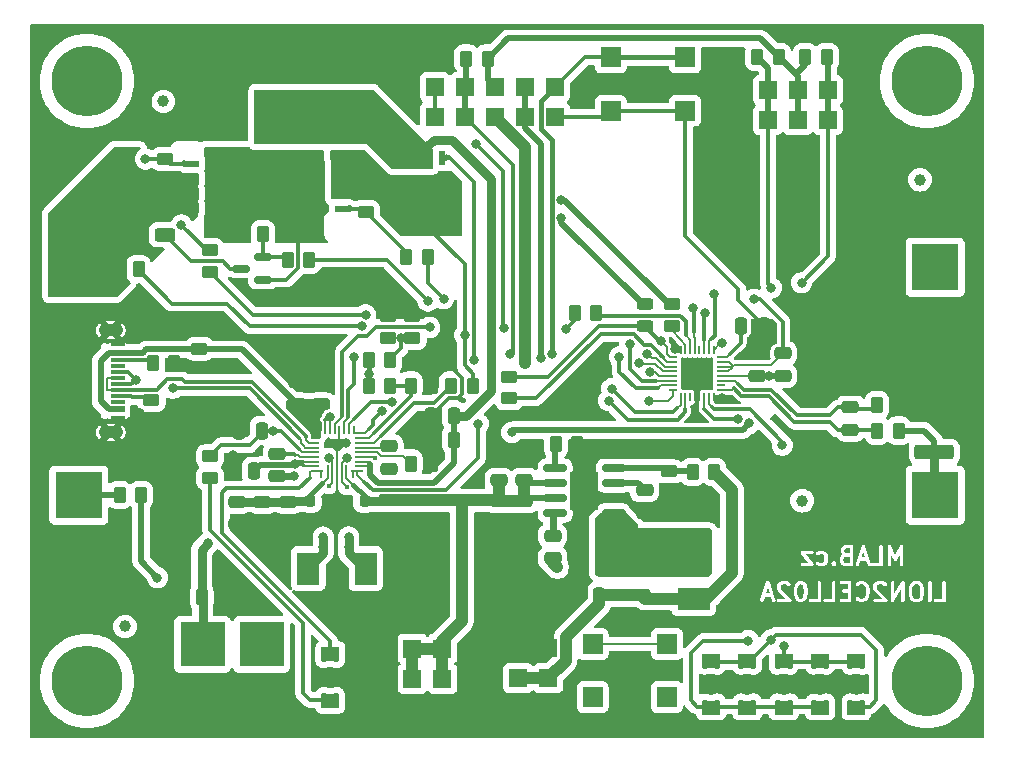
<source format=gbr>
%TF.GenerationSoftware,KiCad,Pcbnew,8.0.6+1*%
%TF.CreationDate,2024-11-09T00:28:00+00:00*%
%TF.ProjectId,LION2CELL02,4c494f4e-3243-4454-9c4c-30322e6b6963,rev?*%
%TF.SameCoordinates,Original*%
%TF.FileFunction,Copper,L2,Bot*%
%TF.FilePolarity,Positive*%
%FSLAX46Y46*%
G04 Gerber Fmt 4.6, Leading zero omitted, Abs format (unit mm)*
G04 Created by KiCad (PCBNEW 8.0.6+1) date 2024-11-09 00:28:00*
%MOMM*%
%LPD*%
G01*
G04 APERTURE LIST*
G04 Aperture macros list*
%AMRoundRect*
0 Rectangle with rounded corners*
0 $1 Rounding radius*
0 $2 $3 $4 $5 $6 $7 $8 $9 X,Y pos of 4 corners*
0 Add a 4 corners polygon primitive as box body*
4,1,4,$2,$3,$4,$5,$6,$7,$8,$9,$2,$3,0*
0 Add four circle primitives for the rounded corners*
1,1,$1+$1,$2,$3*
1,1,$1+$1,$4,$5*
1,1,$1+$1,$6,$7*
1,1,$1+$1,$8,$9*
0 Add four rect primitives between the rounded corners*
20,1,$1+$1,$2,$3,$4,$5,0*
20,1,$1+$1,$4,$5,$6,$7,0*
20,1,$1+$1,$6,$7,$8,$9,0*
20,1,$1+$1,$8,$9,$2,$3,0*%
%AMFreePoly0*
4,1,27,0.405000,0.748540,0.473851,0.737775,0.540468,0.697134,0.586462,0.634092,0.604830,0.558249,0.592775,0.481149,0.592776,0.481149,0.558927,0.388685,0.517726,0.196112,0.503933,-0.000335,0.517820,-0.196775,0.559113,-0.389328,0.593006,-0.481776,0.593005,-0.481776,0.605097,-0.558870,0.586765,-0.634722,0.540802,-0.697786,0.474204,-0.738459,0.405000,-0.749313,0.405000,-0.750000,
0.400623,-0.750000,0.397110,-0.750551,0.394830,-0.750000,-0.645000,-0.750000,-0.645000,0.750000,0.405000,0.750000,0.405000,0.748540,0.405000,0.748540,$1*%
%AMFreePoly1*
4,1,37,-1.390000,2.050000,0.435000,2.050000,0.435000,2.805000,1.035000,2.805000,1.035000,2.050000,1.215000,2.050000,1.215000,-2.050000,1.035000,-2.050000,1.035000,-2.805000,0.435000,-2.805000,0.435000,-2.050000,-1.390000,-2.050000,-1.390000,-2.805000,-1.990000,-2.805000,-1.990000,-2.050000,-2.285000,-2.050000,-2.285000,-2.210000,-3.305000,-2.210000,-3.305000,-1.600000,-2.595000,-1.600000,
-2.595000,-0.940000,-3.305000,-0.940000,-3.305000,-0.330000,-2.595000,-0.330000,-2.595000,0.330000,-3.305000,0.330000,-3.305000,0.940000,-2.595000,0.940000,-2.595000,1.600000,-3.305000,1.600000,-3.305000,2.210000,-2.285000,2.210000,-2.285000,2.050000,-1.990000,2.050000,-1.990000,2.805000,-1.390000,2.805000,-1.390000,2.050000,-1.390000,2.050000,$1*%
G04 Aperture macros list end*
%ADD10C,0.300000*%
%TA.AperFunction,ComponentPad*%
%ADD11R,3.810000X3.810000*%
%TD*%
%TA.AperFunction,ComponentPad*%
%ADD12R,1.524000X1.524000*%
%TD*%
%TA.AperFunction,ComponentPad*%
%ADD13R,1.676400X1.676400*%
%TD*%
%TA.AperFunction,ComponentPad*%
%ADD14C,6.000000*%
%TD*%
%TA.AperFunction,ComponentPad*%
%ADD15R,4.000000X4.000000*%
%TD*%
%TA.AperFunction,SMDPad,CuDef*%
%ADD16RoundRect,0.250000X0.475000X-0.250000X0.475000X0.250000X-0.475000X0.250000X-0.475000X-0.250000X0*%
%TD*%
%TA.AperFunction,SMDPad,CuDef*%
%ADD17RoundRect,0.225000X0.225000X0.250000X-0.225000X0.250000X-0.225000X-0.250000X0.225000X-0.250000X0*%
%TD*%
%TA.AperFunction,SMDPad,CuDef*%
%ADD18RoundRect,0.250000X-0.475000X0.250000X-0.475000X-0.250000X0.475000X-0.250000X0.475000X0.250000X0*%
%TD*%
%TA.AperFunction,SMDPad,CuDef*%
%ADD19RoundRect,0.250000X0.250000X0.475000X-0.250000X0.475000X-0.250000X-0.475000X0.250000X-0.475000X0*%
%TD*%
%TA.AperFunction,SMDPad,CuDef*%
%ADD20FreePoly0,90.000000*%
%TD*%
%TA.AperFunction,SMDPad,CuDef*%
%ADD21FreePoly0,270.000000*%
%TD*%
%TA.AperFunction,SMDPad,CuDef*%
%ADD22R,1.150000X0.600000*%
%TD*%
%TA.AperFunction,SMDPad,CuDef*%
%ADD23R,1.150000X0.300000*%
%TD*%
%TA.AperFunction,ComponentPad*%
%ADD24O,2.000000X1.000000*%
%TD*%
%TA.AperFunction,ComponentPad*%
%ADD25O,2.100000X1.050000*%
%TD*%
%TA.AperFunction,SMDPad,CuDef*%
%ADD26R,1.903000X2.790000*%
%TD*%
%TA.AperFunction,SMDPad,CuDef*%
%ADD27R,0.610000X1.270000*%
%TD*%
%TA.AperFunction,SMDPad,CuDef*%
%ADD28FreePoly1,90.000000*%
%TD*%
%TA.AperFunction,SMDPad,CuDef*%
%ADD29RoundRect,0.250000X0.262500X0.450000X-0.262500X0.450000X-0.262500X-0.450000X0.262500X-0.450000X0*%
%TD*%
%TA.AperFunction,SMDPad,CuDef*%
%ADD30RoundRect,0.250000X-0.262500X-0.450000X0.262500X-0.450000X0.262500X0.450000X-0.262500X0.450000X0*%
%TD*%
%TA.AperFunction,SMDPad,CuDef*%
%ADD31RoundRect,0.250000X0.450000X-0.262500X0.450000X0.262500X-0.450000X0.262500X-0.450000X-0.262500X0*%
%TD*%
%TA.AperFunction,SMDPad,CuDef*%
%ADD32RoundRect,0.250000X-0.450000X0.262500X-0.450000X-0.262500X0.450000X-0.262500X0.450000X0.262500X0*%
%TD*%
%TA.AperFunction,SMDPad,CuDef*%
%ADD33RoundRect,0.250000X-0.625000X0.312500X-0.625000X-0.312500X0.625000X-0.312500X0.625000X0.312500X0*%
%TD*%
%TA.AperFunction,SMDPad,CuDef*%
%ADD34RoundRect,0.050000X-0.425000X-0.050000X0.425000X-0.050000X0.425000X0.050000X-0.425000X0.050000X0*%
%TD*%
%TA.AperFunction,SMDPad,CuDef*%
%ADD35RoundRect,0.050000X-0.050000X-0.300000X0.050000X-0.300000X0.050000X0.300000X-0.050000X0.300000X0*%
%TD*%
%TA.AperFunction,SMDPad,CuDef*%
%ADD36RoundRect,0.050000X-0.250000X-0.050000X0.250000X-0.050000X0.250000X0.050000X-0.250000X0.050000X0*%
%TD*%
%TA.AperFunction,SMDPad,CuDef*%
%ADD37RoundRect,0.050000X-0.400000X-0.050000X0.400000X-0.050000X0.400000X0.050000X-0.400000X0.050000X0*%
%TD*%
%TA.AperFunction,SMDPad,CuDef*%
%ADD38RoundRect,0.050000X-0.050000X-0.250000X0.050000X-0.250000X0.050000X0.250000X-0.050000X0.250000X0*%
%TD*%
%TA.AperFunction,SMDPad,CuDef*%
%ADD39RoundRect,0.050000X-0.050000X0.300000X-0.050000X-0.300000X0.050000X-0.300000X0.050000X0.300000X0*%
%TD*%
%TA.AperFunction,SMDPad,CuDef*%
%ADD40RoundRect,0.050000X-0.300000X-0.050000X0.300000X-0.050000X0.300000X0.050000X-0.300000X0.050000X0*%
%TD*%
%TA.AperFunction,SMDPad,CuDef*%
%ADD41RoundRect,0.050000X-0.275000X-0.050000X0.275000X-0.050000X0.275000X0.050000X-0.275000X0.050000X0*%
%TD*%
%TA.AperFunction,SMDPad,CuDef*%
%ADD42RoundRect,0.050000X-0.290000X-0.050000X0.290000X-0.050000X0.290000X0.050000X-0.290000X0.050000X0*%
%TD*%
%TA.AperFunction,SMDPad,CuDef*%
%ADD43RoundRect,0.050000X-0.050000X-0.450000X0.050000X-0.450000X0.050000X0.450000X-0.050000X0.450000X0*%
%TD*%
%TA.AperFunction,SMDPad,CuDef*%
%ADD44RoundRect,0.050000X0.300000X0.050000X-0.300000X0.050000X-0.300000X-0.050000X0.300000X-0.050000X0*%
%TD*%
%TA.AperFunction,SMDPad,CuDef*%
%ADD45RoundRect,0.050000X0.050000X0.300000X-0.050000X0.300000X-0.050000X-0.300000X0.050000X-0.300000X0*%
%TD*%
%TA.AperFunction,ComponentPad*%
%ADD46C,0.500000*%
%TD*%
%TA.AperFunction,SMDPad,CuDef*%
%ADD47RoundRect,0.120400X0.579600X0.579600X-0.579600X0.579600X-0.579600X-0.579600X0.579600X-0.579600X0*%
%TD*%
%TA.AperFunction,SMDPad,CuDef*%
%ADD48RoundRect,0.250000X1.425000X-0.362500X1.425000X0.362500X-1.425000X0.362500X-1.425000X-0.362500X0*%
%TD*%
%TA.AperFunction,SMDPad,CuDef*%
%ADD49R,2.790000X1.903000*%
%TD*%
%TA.AperFunction,SMDPad,CuDef*%
%ADD50R,1.270000X0.610000*%
%TD*%
%TA.AperFunction,SMDPad,CuDef*%
%ADD51FreePoly1,0.000000*%
%TD*%
%TA.AperFunction,SMDPad,CuDef*%
%ADD52C,1.000000*%
%TD*%
%TA.AperFunction,SMDPad,CuDef*%
%ADD53RoundRect,0.150000X-0.825000X-0.150000X0.825000X-0.150000X0.825000X0.150000X-0.825000X0.150000X0*%
%TD*%
%TA.AperFunction,HeatsinkPad*%
%ADD54C,0.500000*%
%TD*%
%TA.AperFunction,HeatsinkPad*%
%ADD55R,2.410000X3.300000*%
%TD*%
%TA.AperFunction,SMDPad,CuDef*%
%ADD56FreePoly1,180.000000*%
%TD*%
%TA.AperFunction,SMDPad,CuDef*%
%ADD57R,4.860000X3.360000*%
%TD*%
%TA.AperFunction,SMDPad,CuDef*%
%ADD58R,1.400000X1.390000*%
%TD*%
%TA.AperFunction,SMDPad,CuDef*%
%ADD59RoundRect,0.243750X0.456250X-0.243750X0.456250X0.243750X-0.456250X0.243750X-0.456250X-0.243750X0*%
%TD*%
%TA.AperFunction,SMDPad,CuDef*%
%ADD60RoundRect,0.225000X-0.225000X-0.250000X0.225000X-0.250000X0.225000X0.250000X-0.225000X0.250000X0*%
%TD*%
%TA.AperFunction,SMDPad,CuDef*%
%ADD61RoundRect,0.250000X-0.250000X-0.475000X0.250000X-0.475000X0.250000X0.475000X-0.250000X0.475000X0*%
%TD*%
%TA.AperFunction,SMDPad,CuDef*%
%ADD62RoundRect,0.150000X0.587500X0.150000X-0.587500X0.150000X-0.587500X-0.150000X0.587500X-0.150000X0*%
%TD*%
%TA.AperFunction,ViaPad*%
%ADD63C,0.800000*%
%TD*%
%TA.AperFunction,ViaPad*%
%ADD64C,0.400000*%
%TD*%
%TA.AperFunction,Conductor*%
%ADD65C,0.500000*%
%TD*%
%TA.AperFunction,Conductor*%
%ADD66C,0.300000*%
%TD*%
%TA.AperFunction,Conductor*%
%ADD67C,0.200000*%
%TD*%
%TA.AperFunction,Conductor*%
%ADD68C,0.800000*%
%TD*%
%TA.AperFunction,Conductor*%
%ADD69C,1.000000*%
%TD*%
%TA.AperFunction,Conductor*%
%ADD70C,0.400000*%
%TD*%
%TA.AperFunction,Conductor*%
%ADD71C,0.600000*%
%TD*%
G04 APERTURE END LIST*
D10*
G36*
X74749057Y20198072D02*
G01*
X74363038Y20198072D01*
X74273624Y20242779D01*
X74236619Y20279784D01*
X74191914Y20369196D01*
X74191914Y20512663D01*
X74236619Y20602075D01*
X74265797Y20631253D01*
X74423400Y20683786D01*
X74749057Y20683786D01*
X74749057Y20198072D01*
G37*
G36*
X74749057Y20983786D02*
G01*
X74434467Y20983786D01*
X74345053Y21028494D01*
X74308049Y21065497D01*
X74263342Y21154911D01*
X74263342Y21226948D01*
X74308049Y21316362D01*
X74345053Y21353365D01*
X74434467Y21398072D01*
X74749057Y21398072D01*
X74749057Y20983786D01*
G37*
G36*
X76048086Y20626643D02*
G01*
X75750027Y20626643D01*
X75899056Y21073731D01*
X76048086Y20626643D01*
G37*
G36*
X79430010Y19731405D02*
G01*
X70439977Y19731405D01*
X70439977Y21036546D01*
X70606644Y21036546D01*
X70609082Y21027847D01*
X70609082Y21018808D01*
X70616914Y20999900D01*
X70622438Y20980190D01*
X70629968Y20968385D01*
X70631480Y20964736D01*
X70633733Y20962483D01*
X70638252Y20955399D01*
X71233294Y20198072D01*
X70756200Y20198072D01*
X70726936Y20195190D01*
X70672864Y20172792D01*
X70631480Y20131408D01*
X70609082Y20077336D01*
X70609082Y20018808D01*
X70631480Y19964736D01*
X70672864Y19923352D01*
X70726936Y19900954D01*
X70756200Y19898072D01*
X71541914Y19898072D01*
X71550276Y19898896D01*
X71553440Y19898516D01*
X71557241Y19899582D01*
X71571178Y19900954D01*
X71590090Y19908789D01*
X71609796Y19914311D01*
X71616901Y19919894D01*
X71625250Y19923352D01*
X71639725Y19937828D01*
X71655817Y19950471D01*
X71660243Y19958346D01*
X71666634Y19964736D01*
X71674468Y19983650D01*
X71684497Y20001489D01*
X71685573Y20010459D01*
X71689032Y20018808D01*
X71689032Y20039282D01*
X71691470Y20059598D01*
X71689032Y20068297D01*
X71689032Y20077336D01*
X71681197Y20096249D01*
X71675675Y20115954D01*
X71668145Y20127759D01*
X71666634Y20131408D01*
X71664381Y20133661D01*
X71659862Y20140746D01*
X71064820Y20898072D01*
X71541914Y20898072D01*
X71571178Y20900954D01*
X71625250Y20923352D01*
X71666634Y20964736D01*
X71679337Y20995404D01*
X71893092Y20995404D01*
X71897241Y20937024D01*
X71923415Y20884675D01*
X71967630Y20846328D01*
X72023153Y20827821D01*
X72081533Y20831970D01*
X72108996Y20842479D01*
X72220181Y20898072D01*
X72435075Y20898072D01*
X72524489Y20853365D01*
X72561493Y20816361D01*
X72606199Y20726949D01*
X72606199Y20369196D01*
X72561492Y20279783D01*
X72524487Y20242778D01*
X72435075Y20198072D01*
X72220181Y20198072D01*
X72108996Y20253664D01*
X72081532Y20264174D01*
X72023152Y20268322D01*
X71967630Y20249814D01*
X71923415Y20211467D01*
X71897240Y20159118D01*
X71893092Y20100738D01*
X71911600Y20045216D01*
X71949947Y20001001D01*
X71974832Y19985336D01*
X72117690Y19913908D01*
X72145153Y19903398D01*
X72150528Y19903017D01*
X72155507Y19900954D01*
X72184771Y19898072D01*
X72470485Y19898072D01*
X72499749Y19900954D01*
X72504727Y19903017D01*
X72510103Y19903398D01*
X72537567Y19913908D01*
X72680424Y19985336D01*
X72693017Y19993264D01*
X72696677Y19994779D01*
X72700796Y19998161D01*
X72705310Y20001001D01*
X72707906Y20003995D01*
X72719408Y20013434D01*
X72790837Y20084863D01*
X72800278Y20096368D01*
X72803270Y20098962D01*
X72806108Y20103472D01*
X72809492Y20107594D01*
X72811008Y20111256D01*
X72818935Y20123847D01*
X72831392Y20148762D01*
X73180510Y20148762D01*
X73180510Y20090236D01*
X73182736Y20084863D01*
X73202907Y20036165D01*
X73202908Y20036164D01*
X73221563Y20013433D01*
X73292992Y19942005D01*
X73315721Y19923352D01*
X73315722Y19923351D01*
X73337547Y19914311D01*
X73369793Y19900954D01*
X73369794Y19900954D01*
X73369795Y19900954D01*
X73428320Y19900954D01*
X73428321Y19900954D01*
X73460567Y19914311D01*
X73482392Y19923351D01*
X73505123Y19942006D01*
X73576551Y20013434D01*
X73595206Y20036164D01*
X73617602Y20090237D01*
X73617602Y20116645D01*
X73617603Y20148762D01*
X73595206Y20202835D01*
X73576552Y20225565D01*
X73505124Y20296994D01*
X73482393Y20315649D01*
X73482392Y20315650D01*
X73445449Y20330952D01*
X73428321Y20338047D01*
X73369793Y20338047D01*
X73352665Y20330952D01*
X73315722Y20315650D01*
X73292991Y20296995D01*
X73221562Y20225566D01*
X73202907Y20202835D01*
X73182737Y20154138D01*
X73180510Y20148762D01*
X72831392Y20148762D01*
X72890363Y20266705D01*
X72900873Y20294168D01*
X72901254Y20299544D01*
X72903317Y20304522D01*
X72906199Y20333786D01*
X72906199Y20548072D01*
X73891914Y20548072D01*
X73891914Y20333786D01*
X73894796Y20304522D01*
X73896858Y20299544D01*
X73897240Y20294168D01*
X73907750Y20266704D01*
X73979178Y20123847D01*
X73987105Y20111254D01*
X73988621Y20107594D01*
X73992002Y20103475D01*
X73994843Y20098961D01*
X73997836Y20096365D01*
X74007276Y20084863D01*
X74078705Y20013434D01*
X74090209Y20003993D01*
X74092804Y20001001D01*
X74097313Y19998163D01*
X74101436Y19994779D01*
X74105097Y19993263D01*
X74117689Y19985336D01*
X74260547Y19913908D01*
X74288010Y19903398D01*
X74293385Y19903017D01*
X74298364Y19900954D01*
X74327628Y19898072D01*
X74899057Y19898072D01*
X74928321Y19900954D01*
X74982393Y19923352D01*
X75023777Y19964736D01*
X75046175Y20018808D01*
X75046175Y20018810D01*
X75049057Y20048072D01*
X75049057Y20066833D01*
X75250234Y20066833D01*
X75254383Y20008452D01*
X75280557Y19956105D01*
X75324771Y19917758D01*
X75380295Y19899250D01*
X75438676Y19903399D01*
X75491023Y19929573D01*
X75529370Y19973787D01*
X75541358Y20000638D01*
X75650027Y20326643D01*
X76148086Y20326643D01*
X76256754Y20000638D01*
X76268742Y19973787D01*
X76307089Y19929572D01*
X76359437Y19903399D01*
X76417817Y19899249D01*
X76473341Y19917758D01*
X76517555Y19956105D01*
X76542752Y20006499D01*
X76560051Y19964736D01*
X76601435Y19923352D01*
X76655507Y19900954D01*
X76684771Y19898072D01*
X77399057Y19898072D01*
X77428321Y19900954D01*
X77482393Y19923352D01*
X77523777Y19964736D01*
X77546175Y20018808D01*
X77546175Y20018810D01*
X77549057Y20048072D01*
X77549057Y21548072D01*
X77963343Y21548072D01*
X77963343Y20048072D01*
X77966225Y20018808D01*
X77988623Y19964736D01*
X78030007Y19923352D01*
X78084079Y19900954D01*
X78142607Y19900954D01*
X78196679Y19923352D01*
X78238063Y19964736D01*
X78260461Y20018808D01*
X78263343Y20048072D01*
X78263343Y20871939D01*
X78477416Y20413210D01*
X78483762Y20402497D01*
X78485083Y20398865D01*
X78487434Y20396297D01*
X78492403Y20387910D01*
X78509208Y20372520D01*
X78524610Y20355702D01*
X78530653Y20352882D01*
X78535566Y20348383D01*
X78556986Y20340594D01*
X78577648Y20330952D01*
X78584305Y20330660D01*
X78590568Y20328382D01*
X78613347Y20329383D01*
X78636118Y20328382D01*
X78642377Y20330659D01*
X78649039Y20330951D01*
X78669706Y20340596D01*
X78691121Y20348383D01*
X78696034Y20352883D01*
X78702076Y20355702D01*
X78717471Y20372515D01*
X78734284Y20387910D01*
X78739252Y20396299D01*
X78741603Y20398865D01*
X78742922Y20402495D01*
X78749270Y20413210D01*
X78963343Y20871938D01*
X78963343Y20048072D01*
X78966225Y20018808D01*
X78988623Y19964736D01*
X79030007Y19923352D01*
X79084079Y19900954D01*
X79142607Y19900954D01*
X79196679Y19923352D01*
X79238063Y19964736D01*
X79260461Y20018808D01*
X79263343Y20048072D01*
X79263343Y21548072D01*
X79261448Y21567310D01*
X79261604Y21570848D01*
X79260912Y21572749D01*
X79260461Y21577336D01*
X79250500Y21601382D01*
X79241603Y21625850D01*
X79239343Y21628318D01*
X79238063Y21631408D01*
X79219665Y21649806D01*
X79202076Y21669013D01*
X79199042Y21670429D01*
X79196679Y21672792D01*
X79172648Y21682746D01*
X79149039Y21693764D01*
X79145694Y21693911D01*
X79142607Y21695190D01*
X79116583Y21695190D01*
X79090568Y21696333D01*
X79087425Y21695190D01*
X79084079Y21695190D01*
X79060026Y21685227D01*
X79035566Y21676332D01*
X79033098Y21674073D01*
X79030007Y21672792D01*
X79011598Y21654384D01*
X78992403Y21636805D01*
X78990053Y21632839D01*
X78988623Y21631408D01*
X78987267Y21628136D01*
X78977416Y21611505D01*
X78613343Y20831349D01*
X78249270Y21611505D01*
X78239416Y21628140D01*
X78238063Y21631408D01*
X78236634Y21632837D01*
X78234284Y21636805D01*
X78215076Y21654395D01*
X78196679Y21672792D01*
X78193588Y21674073D01*
X78191121Y21676332D01*
X78166655Y21685229D01*
X78142607Y21695190D01*
X78139261Y21695190D01*
X78136118Y21696333D01*
X78110114Y21695190D01*
X78084079Y21695190D01*
X78080988Y21693910D01*
X78077648Y21693763D01*
X78054052Y21682753D01*
X78030007Y21672792D01*
X78027643Y21670429D01*
X78024610Y21669013D01*
X78007020Y21649806D01*
X77988623Y21631408D01*
X77987342Y21628318D01*
X77985083Y21625850D01*
X77976186Y21601385D01*
X77966225Y21577336D01*
X77965773Y21572748D01*
X77965082Y21570847D01*
X77965237Y21567309D01*
X77963343Y21548072D01*
X77549057Y21548072D01*
X77546175Y21577336D01*
X77523777Y21631408D01*
X77482393Y21672792D01*
X77428321Y21695190D01*
X77369793Y21695190D01*
X77315721Y21672792D01*
X77274337Y21631408D01*
X77251939Y21577336D01*
X77249057Y21548072D01*
X77249057Y20198072D01*
X76684771Y20198072D01*
X76655507Y20195190D01*
X76601435Y20172792D01*
X76560051Y20131408D01*
X76542712Y20089552D01*
X76541359Y20095506D01*
X76041358Y21595506D01*
X76029370Y21622357D01*
X76022347Y21630454D01*
X76017555Y21640039D01*
X76003346Y21652363D01*
X75991023Y21666571D01*
X75981437Y21671364D01*
X75973341Y21678386D01*
X75955497Y21684335D01*
X75938676Y21692745D01*
X75927987Y21693505D01*
X75917817Y21696895D01*
X75899051Y21695562D01*
X75880295Y21696894D01*
X75870127Y21693505D01*
X75859437Y21692745D01*
X75842613Y21684334D01*
X75824771Y21678386D01*
X75816676Y21671366D01*
X75807089Y21666572D01*
X75794763Y21652361D01*
X75780557Y21640039D01*
X75775764Y21630455D01*
X75768742Y21622357D01*
X75756754Y21595506D01*
X75256754Y20095506D01*
X75250234Y20066833D01*
X75049057Y20066833D01*
X75049057Y21548072D01*
X75046175Y21577336D01*
X75023777Y21631408D01*
X74982393Y21672792D01*
X74928321Y21695190D01*
X74899057Y21698072D01*
X74399057Y21698072D01*
X74369793Y21695190D01*
X74364812Y21693127D01*
X74359438Y21692745D01*
X74331974Y21682236D01*
X74189118Y21610807D01*
X74176524Y21602880D01*
X74172865Y21601364D01*
X74168744Y21597983D01*
X74164232Y21595142D01*
X74161635Y21592149D01*
X74150135Y21582710D01*
X74078706Y21511282D01*
X74069266Y21499780D01*
X74066272Y21497183D01*
X74063430Y21492669D01*
X74060051Y21488551D01*
X74058535Y21484893D01*
X74050607Y21472297D01*
X73979178Y21329440D01*
X73968669Y21301977D01*
X73968287Y21296603D01*
X73966224Y21291622D01*
X73963342Y21262358D01*
X73963342Y21119500D01*
X73966224Y21090236D01*
X73968287Y21085256D01*
X73968669Y21079881D01*
X73979178Y21052418D01*
X74050607Y20909561D01*
X74058535Y20896966D01*
X74060051Y20893307D01*
X74063430Y20889190D01*
X74066272Y20884675D01*
X74069266Y20882079D01*
X74078706Y20870576D01*
X74079887Y20869395D01*
X74078705Y20868424D01*
X74007276Y20796995D01*
X73997836Y20785494D01*
X73994843Y20782897D01*
X73992002Y20778384D01*
X73988621Y20774264D01*
X73987105Y20770605D01*
X73979178Y20758011D01*
X73907750Y20615154D01*
X73897240Y20587690D01*
X73896858Y20582315D01*
X73894796Y20577336D01*
X73891914Y20548072D01*
X72906199Y20548072D01*
X72906199Y20762358D01*
X72903317Y20791622D01*
X72901254Y20796601D01*
X72900873Y20801976D01*
X72890363Y20829439D01*
X72818935Y20972297D01*
X72811006Y20984892D01*
X72809491Y20988551D01*
X72806109Y20992672D01*
X72803270Y20997182D01*
X72800278Y20999777D01*
X72790836Y21011282D01*
X72719407Y21082710D01*
X72707907Y21092148D01*
X72705310Y21095142D01*
X72700793Y21097985D01*
X72696676Y21101364D01*
X72693019Y21102879D01*
X72680424Y21110807D01*
X72537567Y21182236D01*
X72510104Y21192745D01*
X72504729Y21193127D01*
X72499749Y21195190D01*
X72470485Y21198072D01*
X72184771Y21198072D01*
X72155507Y21195190D01*
X72150526Y21193127D01*
X72145152Y21192745D01*
X72117688Y21182236D01*
X71974832Y21110807D01*
X71949946Y21095142D01*
X71911599Y21050927D01*
X71893092Y20995404D01*
X71679337Y20995404D01*
X71689032Y21018808D01*
X71689032Y21077336D01*
X71666634Y21131408D01*
X71625250Y21172792D01*
X71571178Y21195190D01*
X71541914Y21198072D01*
X70756200Y21198072D01*
X70747837Y21197249D01*
X70744674Y21197628D01*
X70740871Y21196563D01*
X70726936Y21195190D01*
X70708027Y21187358D01*
X70688318Y21181834D01*
X70681210Y21176250D01*
X70672864Y21172792D01*
X70658393Y21158322D01*
X70642297Y21145674D01*
X70637868Y21137797D01*
X70631480Y21131408D01*
X70623646Y21112496D01*
X70613617Y21094655D01*
X70612540Y21085686D01*
X70609082Y21077336D01*
X70609082Y21056863D01*
X70606644Y21036546D01*
X70439977Y21036546D01*
X70439977Y21864739D01*
X79430010Y21864739D01*
X79430010Y19731405D01*
G37*
G36*
X70722916Y18305365D02*
G01*
X70759920Y18268361D01*
X70813099Y18162002D01*
X70876055Y17910180D01*
X70876055Y17589964D01*
X70813099Y17338143D01*
X70759919Y17231783D01*
X70722916Y17194779D01*
X70633503Y17150072D01*
X70561465Y17150072D01*
X70472052Y17194778D01*
X70435048Y17231782D01*
X70381868Y17338142D01*
X70318912Y17589966D01*
X70318912Y17910179D01*
X70381868Y18162003D01*
X70435048Y18268362D01*
X70472052Y18305366D01*
X70561465Y18350072D01*
X70633502Y18350072D01*
X70722916Y18305365D01*
G37*
G36*
X80580060Y18305365D02*
G01*
X80676326Y18209099D01*
X80733199Y17981609D01*
X80733199Y17518536D01*
X80676326Y17291046D01*
X80580060Y17194779D01*
X80490647Y17150072D01*
X80275752Y17150072D01*
X80186339Y17194779D01*
X80090072Y17291046D01*
X80033199Y17518538D01*
X80033199Y17981607D01*
X80090072Y18209099D01*
X80186339Y18305366D01*
X80275752Y18350072D01*
X80490646Y18350072D01*
X80580060Y18305365D01*
G37*
G36*
X67960800Y17578643D02*
G01*
X67662741Y17578643D01*
X67811770Y18025731D01*
X67960800Y17578643D01*
G37*
G36*
X83057010Y16683405D02*
G01*
X66996281Y16683405D01*
X66996281Y17018833D01*
X67162948Y17018833D01*
X67167097Y16960452D01*
X67193271Y16908105D01*
X67237485Y16869758D01*
X67293009Y16851250D01*
X67351390Y16855399D01*
X67403737Y16881573D01*
X67442084Y16925787D01*
X67454072Y16952638D01*
X67562741Y17278643D01*
X68060800Y17278643D01*
X68169468Y16952638D01*
X68181456Y16925787D01*
X68219803Y16881572D01*
X68272151Y16855399D01*
X68330531Y16851249D01*
X68386055Y16869758D01*
X68430269Y16908105D01*
X68456443Y16960452D01*
X68460593Y17018832D01*
X68454073Y17047506D01*
X68065122Y18214358D01*
X68590341Y18214358D01*
X68590341Y18071500D01*
X68591799Y18056689D01*
X68591519Y18052739D01*
X68592700Y18047545D01*
X68593223Y18042236D01*
X68594739Y18038575D01*
X68598039Y18024065D01*
X68669468Y17809781D01*
X68681456Y17782930D01*
X68684986Y17778860D01*
X68687049Y17773880D01*
X68705704Y17751149D01*
X69306781Y17150072D01*
X68740341Y17150072D01*
X68711077Y17147190D01*
X68657005Y17124792D01*
X68615621Y17083408D01*
X68593223Y17029336D01*
X68593223Y16970808D01*
X68615621Y16916736D01*
X68657005Y16875352D01*
X68711077Y16852954D01*
X68740341Y16850072D01*
X69668913Y16850072D01*
X69698177Y16852954D01*
X69729450Y16865908D01*
X69752248Y16875351D01*
X69793634Y16916737D01*
X69806753Y16948411D01*
X69816031Y16970808D01*
X69816031Y17029336D01*
X69808443Y17047655D01*
X69793634Y17083408D01*
X69774979Y17106138D01*
X68952474Y17928643D01*
X70018912Y17928643D01*
X70018912Y17571500D01*
X70019414Y17566397D01*
X70019089Y17564209D01*
X70020708Y17553258D01*
X70021794Y17542236D01*
X70022640Y17540192D01*
X70023391Y17535119D01*
X70094820Y17249406D01*
X70095591Y17247248D01*
X70095668Y17246167D01*
X70100326Y17233993D01*
X70104713Y17221715D01*
X70105357Y17220845D01*
X70106177Y17218704D01*
X70177606Y17075847D01*
X70185534Y17063252D01*
X70187049Y17059595D01*
X70190428Y17055478D01*
X70193271Y17050961D01*
X70196265Y17048364D01*
X70205703Y17036864D01*
X70277131Y16965435D01*
X70288636Y16955993D01*
X70291231Y16953001D01*
X70295741Y16950162D01*
X70299862Y16946780D01*
X70303521Y16945265D01*
X70316116Y16937336D01*
X70458974Y16865908D01*
X70486437Y16855398D01*
X70491812Y16855017D01*
X70496791Y16852954D01*
X70526055Y16850072D01*
X70668912Y16850072D01*
X70698176Y16852954D01*
X70703154Y16855017D01*
X70708530Y16855398D01*
X70735993Y16865908D01*
X70878852Y16937336D01*
X70891446Y16945265D01*
X70895106Y16946780D01*
X70899226Y16950162D01*
X70903737Y16953001D01*
X70906331Y16955993D01*
X70917837Y16965435D01*
X70981737Y17029336D01*
X71307509Y17029336D01*
X71307509Y16970808D01*
X71329907Y16916736D01*
X71371291Y16875352D01*
X71425363Y16852954D01*
X71454627Y16850072D01*
X72168913Y16850072D01*
X72198177Y16852954D01*
X72252249Y16875352D01*
X72293633Y16916736D01*
X72316031Y16970808D01*
X72316031Y16970809D01*
X72318913Y17000072D01*
X72318913Y17029336D01*
X72521795Y17029336D01*
X72521795Y16970808D01*
X72544193Y16916736D01*
X72585577Y16875352D01*
X72639649Y16852954D01*
X72668913Y16850072D01*
X73383199Y16850072D01*
X73412463Y16852954D01*
X73466535Y16875352D01*
X73507919Y16916736D01*
X73530317Y16970808D01*
X73530317Y16970809D01*
X73533199Y17000072D01*
X73533199Y18500072D01*
X73530317Y18529336D01*
X73878938Y18529336D01*
X73878938Y18470808D01*
X73901336Y18416736D01*
X73942720Y18375352D01*
X73996792Y18352954D01*
X74026056Y18350072D01*
X74590342Y18350072D01*
X74590342Y17935786D01*
X74240342Y17935786D01*
X74211078Y17932904D01*
X74157006Y17910506D01*
X74115622Y17869122D01*
X74093224Y17815050D01*
X74093224Y17756522D01*
X74115622Y17702450D01*
X74157006Y17661066D01*
X74211078Y17638668D01*
X74240342Y17635786D01*
X74590342Y17635786D01*
X74590342Y17150072D01*
X74026056Y17150072D01*
X73996792Y17147190D01*
X73942720Y17124792D01*
X73901336Y17083408D01*
X73878938Y17029336D01*
X73878938Y16970808D01*
X73901336Y16916736D01*
X73942720Y16875352D01*
X73996792Y16852954D01*
X74026056Y16850072D01*
X74740342Y16850072D01*
X74769606Y16852954D01*
X74823678Y16875352D01*
X74865062Y16916736D01*
X74887460Y16970808D01*
X74887460Y16970809D01*
X74890342Y17000072D01*
X74890342Y18386478D01*
X75236081Y18386478D01*
X75236081Y18327952D01*
X75258478Y18273880D01*
X75299864Y18232494D01*
X75353936Y18210097D01*
X75412462Y18210097D01*
X75466534Y18232494D01*
X75489265Y18251149D01*
X75535654Y18297539D01*
X75693256Y18350072D01*
X75787430Y18350072D01*
X75945028Y18297539D01*
X76045635Y18196932D01*
X76098814Y18090573D01*
X76161770Y17838752D01*
X76161770Y17661393D01*
X76098814Y17409572D01*
X76045635Y17303212D01*
X75945029Y17202606D01*
X75787427Y17150072D01*
X75693256Y17150072D01*
X75535653Y17202606D01*
X75489266Y17248994D01*
X75466535Y17267649D01*
X75412463Y17290047D01*
X75353937Y17290047D01*
X75299865Y17267650D01*
X75258479Y17226265D01*
X75236081Y17172193D01*
X75236081Y17113667D01*
X75258478Y17059595D01*
X75277132Y17036864D01*
X75348560Y16965435D01*
X75371291Y16946780D01*
X75376267Y16944719D01*
X75380342Y16941185D01*
X75407193Y16929197D01*
X75621479Y16857769D01*
X75635991Y16854470D01*
X75639649Y16852954D01*
X75644951Y16852432D01*
X75650153Y16851249D01*
X75654107Y16851531D01*
X75668913Y16850072D01*
X75811770Y16850072D01*
X75826575Y16851531D01*
X75830530Y16851249D01*
X75835731Y16852432D01*
X75841034Y16852954D01*
X75844691Y16854470D01*
X75859204Y16857769D01*
X76073490Y16929197D01*
X76100341Y16941185D01*
X76104412Y16944717D01*
X76109392Y16946779D01*
X76132122Y16965434D01*
X76274979Y17108292D01*
X76284417Y17119794D01*
X76287412Y17122390D01*
X76290252Y17126904D01*
X76293634Y17131023D01*
X76295149Y17134683D01*
X76303077Y17147276D01*
X76374506Y17290132D01*
X76375325Y17292275D01*
X76375970Y17293144D01*
X76380354Y17305416D01*
X76385015Y17317596D01*
X76385091Y17318677D01*
X76385863Y17320835D01*
X76457291Y17606549D01*
X76458040Y17611621D01*
X76458888Y17613665D01*
X76459973Y17624688D01*
X76461593Y17635638D01*
X76461267Y17637826D01*
X76461770Y17642929D01*
X76461770Y17857215D01*
X76461267Y17862319D01*
X76461593Y17864506D01*
X76459973Y17875457D01*
X76458888Y17886479D01*
X76458040Y17888524D01*
X76457291Y17893595D01*
X76385863Y18179309D01*
X76385091Y18181468D01*
X76385015Y18182548D01*
X76380354Y18194729D01*
X76375970Y18207000D01*
X76375325Y18207870D01*
X76374506Y18210012D01*
X76372333Y18214358D01*
X76733198Y18214358D01*
X76733198Y18071500D01*
X76734656Y18056689D01*
X76734376Y18052739D01*
X76735557Y18047545D01*
X76736080Y18042236D01*
X76737596Y18038575D01*
X76740896Y18024065D01*
X76812325Y17809781D01*
X76824313Y17782930D01*
X76827843Y17778860D01*
X76829906Y17773880D01*
X76848561Y17751149D01*
X77449638Y17150072D01*
X76883198Y17150072D01*
X76853934Y17147190D01*
X76799862Y17124792D01*
X76758478Y17083408D01*
X76736080Y17029336D01*
X76736080Y16970808D01*
X76758478Y16916736D01*
X76799862Y16875352D01*
X76853934Y16852954D01*
X76883198Y16850072D01*
X77811770Y16850072D01*
X77841034Y16852954D01*
X77872307Y16865908D01*
X77895105Y16875351D01*
X77936491Y16916737D01*
X77949610Y16948411D01*
X77958888Y16970808D01*
X77958888Y17029336D01*
X77951300Y17047655D01*
X77936491Y17083408D01*
X77917836Y17106138D01*
X77085731Y17938243D01*
X77033198Y18095842D01*
X77033198Y18178948D01*
X77077905Y18268362D01*
X77114909Y18305365D01*
X77204323Y18350072D01*
X77490646Y18350072D01*
X77580059Y18305365D01*
X77634275Y18251149D01*
X77657005Y18232494D01*
X77711078Y18210098D01*
X77769604Y18210098D01*
X77823676Y18232494D01*
X77865062Y18273880D01*
X77887458Y18327952D01*
X77887458Y18386478D01*
X77865062Y18440551D01*
X77846407Y18463281D01*
X77809616Y18500072D01*
X78233199Y18500072D01*
X78233199Y17000072D01*
X78233940Y16992547D01*
X78233565Y16989595D01*
X78234607Y16985775D01*
X78236081Y16970808D01*
X78243716Y16952376D01*
X78248965Y16933131D01*
X78254819Y16925572D01*
X78258479Y16916736D01*
X78272586Y16902629D01*
X78284800Y16886857D01*
X78293102Y16882113D01*
X78299863Y16875352D01*
X78318293Y16867718D01*
X78335616Y16857819D01*
X78345101Y16856614D01*
X78353935Y16852954D01*
X78373885Y16852954D01*
X78393676Y16850438D01*
X78402901Y16852954D01*
X78412463Y16852954D01*
X78430895Y16860590D01*
X78450140Y16865838D01*
X78457699Y16871693D01*
X78466535Y16875352D01*
X78480642Y16889460D01*
X78496414Y16901673D01*
X78505119Y16913937D01*
X78507919Y16916736D01*
X78509057Y16919484D01*
X78513435Y16925651D01*
X79090342Y17935237D01*
X79090342Y17000072D01*
X79093224Y16970808D01*
X79115622Y16916736D01*
X79157006Y16875352D01*
X79211078Y16852954D01*
X79269606Y16852954D01*
X79323678Y16875352D01*
X79365062Y16916736D01*
X79387460Y16970808D01*
X79390342Y17000072D01*
X79390342Y18000072D01*
X79733199Y18000072D01*
X79733199Y17500072D01*
X79733701Y17494969D01*
X79733376Y17492781D01*
X79734995Y17481830D01*
X79736081Y17470808D01*
X79736927Y17468764D01*
X79737678Y17463691D01*
X79809107Y17177978D01*
X79819000Y17150287D01*
X79825639Y17141327D01*
X79829907Y17131023D01*
X79848562Y17108292D01*
X79991419Y16965434D01*
X80002925Y16955991D01*
X80005518Y16953001D01*
X80010023Y16950165D01*
X80014149Y16946779D01*
X80017812Y16945262D01*
X80030403Y16937336D01*
X80173261Y16865908D01*
X80200724Y16855398D01*
X80206099Y16855017D01*
X80211078Y16852954D01*
X80240342Y16850072D01*
X80526056Y16850072D01*
X80555320Y16852954D01*
X80560298Y16855017D01*
X80565674Y16855398D01*
X80593137Y16865908D01*
X80735996Y16937336D01*
X80748586Y16945262D01*
X80752250Y16946779D01*
X80756375Y16950165D01*
X80760881Y16953001D01*
X80763474Y16955991D01*
X80774980Y16965434D01*
X80917837Y17108292D01*
X80936492Y17131023D01*
X80940759Y17141327D01*
X80947399Y17150287D01*
X80957292Y17177978D01*
X81028720Y17463692D01*
X81029469Y17468764D01*
X81030317Y17470808D01*
X81031402Y17481831D01*
X81033022Y17492781D01*
X81032696Y17494969D01*
X81033199Y17500072D01*
X81033199Y18000072D01*
X81032696Y18005176D01*
X81033022Y18007363D01*
X81031402Y18018314D01*
X81030317Y18029336D01*
X81029469Y18031381D01*
X81028720Y18036452D01*
X80957292Y18322166D01*
X80947399Y18349857D01*
X80940760Y18358817D01*
X80936492Y18369122D01*
X80917837Y18391852D01*
X80809617Y18500072D01*
X81376057Y18500072D01*
X81376057Y17000072D01*
X81378939Y16970808D01*
X81401337Y16916736D01*
X81442721Y16875352D01*
X81496793Y16852954D01*
X81555321Y16852954D01*
X81609393Y16875352D01*
X81650777Y16916736D01*
X81673175Y16970808D01*
X81676057Y17000072D01*
X81676057Y17029336D01*
X81878939Y17029336D01*
X81878939Y16970808D01*
X81901337Y16916736D01*
X81942721Y16875352D01*
X81996793Y16852954D01*
X82026057Y16850072D01*
X82740343Y16850072D01*
X82769607Y16852954D01*
X82823679Y16875352D01*
X82865063Y16916736D01*
X82887461Y16970808D01*
X82887461Y16970809D01*
X82890343Y17000072D01*
X82890343Y18500072D01*
X82887461Y18529336D01*
X82865063Y18583408D01*
X82823679Y18624792D01*
X82769607Y18647190D01*
X82711079Y18647190D01*
X82657007Y18624792D01*
X82615623Y18583408D01*
X82593225Y18529336D01*
X82590343Y18500072D01*
X82590343Y17150072D01*
X82026057Y17150072D01*
X81996793Y17147190D01*
X81942721Y17124792D01*
X81901337Y17083408D01*
X81878939Y17029336D01*
X81676057Y17029336D01*
X81676057Y18500072D01*
X81673175Y18529336D01*
X81650777Y18583408D01*
X81609393Y18624792D01*
X81555321Y18647190D01*
X81496793Y18647190D01*
X81442721Y18624792D01*
X81401337Y18583408D01*
X81378939Y18529336D01*
X81376057Y18500072D01*
X80809617Y18500072D01*
X80774980Y18534709D01*
X80763478Y18544149D01*
X80760882Y18547142D01*
X80756368Y18549983D01*
X80752249Y18553364D01*
X80748589Y18554880D01*
X80735996Y18562807D01*
X80593138Y18634236D01*
X80565675Y18644746D01*
X80560297Y18645129D01*
X80555320Y18647190D01*
X80526056Y18650072D01*
X80240342Y18650072D01*
X80211078Y18647190D01*
X80206097Y18645127D01*
X80200723Y18644745D01*
X80173259Y18634236D01*
X80030403Y18562807D01*
X80017811Y18554881D01*
X80014149Y18553364D01*
X80010026Y18549981D01*
X80005517Y18547142D01*
X80002921Y18544150D01*
X79991419Y18534709D01*
X79848562Y18391852D01*
X79829907Y18369121D01*
X79825639Y18358818D01*
X79819000Y18349857D01*
X79809107Y18322166D01*
X79737678Y18036453D01*
X79736927Y18031381D01*
X79736081Y18029336D01*
X79734995Y18018315D01*
X79733376Y18007363D01*
X79733701Y18005176D01*
X79733199Y18000072D01*
X79390342Y18000072D01*
X79390342Y18500072D01*
X79389600Y18507599D01*
X79389976Y18510550D01*
X79388933Y18514372D01*
X79387460Y18529336D01*
X79379824Y18547769D01*
X79374576Y18567013D01*
X79368721Y18574573D01*
X79365062Y18583408D01*
X79350954Y18597516D01*
X79338741Y18613287D01*
X79330438Y18618032D01*
X79323678Y18624792D01*
X79305247Y18632427D01*
X79287925Y18642325D01*
X79278439Y18643531D01*
X79269606Y18647190D01*
X79249656Y18647190D01*
X79229865Y18649706D01*
X79220640Y18647190D01*
X79211078Y18647190D01*
X79192649Y18639557D01*
X79173401Y18634307D01*
X79165839Y18628451D01*
X79157006Y18624792D01*
X79142900Y18610687D01*
X79127127Y18598471D01*
X79118421Y18586208D01*
X79115622Y18583408D01*
X79114483Y18580661D01*
X79110106Y18574493D01*
X78533199Y17564906D01*
X78533199Y18500072D01*
X78530317Y18529336D01*
X78507919Y18583408D01*
X78466535Y18624792D01*
X78412463Y18647190D01*
X78353935Y18647190D01*
X78299863Y18624792D01*
X78258479Y18583408D01*
X78236081Y18529336D01*
X78233199Y18500072D01*
X77809616Y18500072D01*
X77774979Y18534709D01*
X77763477Y18544149D01*
X77760881Y18547142D01*
X77756367Y18549983D01*
X77752248Y18553364D01*
X77748588Y18554880D01*
X77735995Y18562807D01*
X77593138Y18634236D01*
X77565675Y18644745D01*
X77560300Y18645127D01*
X77555320Y18647190D01*
X77526056Y18650072D01*
X77168913Y18650072D01*
X77139649Y18647190D01*
X77134668Y18645127D01*
X77129294Y18644745D01*
X77101830Y18634236D01*
X76958974Y18562807D01*
X76946380Y18554880D01*
X76942721Y18553364D01*
X76938600Y18549983D01*
X76934088Y18547142D01*
X76931491Y18544149D01*
X76919991Y18534710D01*
X76848562Y18463282D01*
X76839122Y18451780D01*
X76836128Y18449183D01*
X76833286Y18444669D01*
X76829907Y18440551D01*
X76828391Y18436893D01*
X76820463Y18424297D01*
X76749034Y18281440D01*
X76738525Y18253977D01*
X76738143Y18248603D01*
X76736080Y18243622D01*
X76733198Y18214358D01*
X76372333Y18214358D01*
X76303077Y18352868D01*
X76295150Y18365460D01*
X76293634Y18369122D01*
X76290250Y18373245D01*
X76287412Y18377754D01*
X76284419Y18380350D01*
X76274979Y18391852D01*
X76132122Y18534709D01*
X76109391Y18553364D01*
X76104411Y18555427D01*
X76100341Y18558957D01*
X76073490Y18570946D01*
X75859204Y18642374D01*
X75844696Y18645673D01*
X75841034Y18647190D01*
X75835725Y18647713D01*
X75830531Y18648894D01*
X75826581Y18648614D01*
X75811770Y18650072D01*
X75668913Y18650072D01*
X75654101Y18648614D01*
X75650152Y18648894D01*
X75644957Y18647713D01*
X75639649Y18647190D01*
X75635987Y18645674D01*
X75621478Y18642374D01*
X75407193Y18570945D01*
X75380342Y18558957D01*
X75376271Y18555428D01*
X75371291Y18553364D01*
X75348561Y18534709D01*
X75277133Y18463281D01*
X75258478Y18440550D01*
X75236081Y18386478D01*
X74890342Y18386478D01*
X74890342Y18500072D01*
X74887460Y18529336D01*
X74865062Y18583408D01*
X74823678Y18624792D01*
X74769606Y18647190D01*
X74740342Y18650072D01*
X74026056Y18650072D01*
X73996792Y18647190D01*
X73942720Y18624792D01*
X73901336Y18583408D01*
X73878938Y18529336D01*
X73530317Y18529336D01*
X73507919Y18583408D01*
X73466535Y18624792D01*
X73412463Y18647190D01*
X73353935Y18647190D01*
X73299863Y18624792D01*
X73258479Y18583408D01*
X73236081Y18529336D01*
X73233199Y18500072D01*
X73233199Y17150072D01*
X72668913Y17150072D01*
X72639649Y17147190D01*
X72585577Y17124792D01*
X72544193Y17083408D01*
X72521795Y17029336D01*
X72318913Y17029336D01*
X72318913Y18500072D01*
X72316031Y18529336D01*
X72293633Y18583408D01*
X72252249Y18624792D01*
X72198177Y18647190D01*
X72139649Y18647190D01*
X72085577Y18624792D01*
X72044193Y18583408D01*
X72021795Y18529336D01*
X72018913Y18500072D01*
X72018913Y17150072D01*
X71454627Y17150072D01*
X71425363Y17147190D01*
X71371291Y17124792D01*
X71329907Y17083408D01*
X71307509Y17029336D01*
X70981737Y17029336D01*
X70989265Y17036864D01*
X70998703Y17048365D01*
X71001697Y17050961D01*
X71004537Y17055474D01*
X71007919Y17059594D01*
X71009434Y17063254D01*
X71017362Y17075847D01*
X71088791Y17218703D01*
X71089610Y17220846D01*
X71090255Y17221715D01*
X71094639Y17233987D01*
X71099300Y17246167D01*
X71099376Y17247248D01*
X71100148Y17249406D01*
X71171576Y17535120D01*
X71172325Y17540192D01*
X71173173Y17542236D01*
X71174258Y17553259D01*
X71175878Y17564209D01*
X71175552Y17566397D01*
X71176055Y17571500D01*
X71176055Y17928643D01*
X71175552Y17933747D01*
X71175878Y17935934D01*
X71174258Y17946885D01*
X71173173Y17957907D01*
X71172325Y17959952D01*
X71171576Y17965023D01*
X71100148Y18250738D01*
X71099376Y18252897D01*
X71099300Y18253977D01*
X71094639Y18266158D01*
X71090255Y18278429D01*
X71089610Y18279299D01*
X71088791Y18281441D01*
X71017362Y18424297D01*
X71009435Y18436889D01*
X71007919Y18440551D01*
X71004535Y18444674D01*
X71001697Y18449183D01*
X70998704Y18451779D01*
X70989264Y18463281D01*
X70917836Y18534709D01*
X70906334Y18544149D01*
X70903738Y18547142D01*
X70899224Y18549983D01*
X70895105Y18553364D01*
X70891445Y18554880D01*
X70878852Y18562807D01*
X70735994Y18634236D01*
X70708531Y18644746D01*
X70703153Y18645129D01*
X70698176Y18647190D01*
X70668912Y18650072D01*
X70526055Y18650072D01*
X70496791Y18647190D01*
X70491810Y18645127D01*
X70486436Y18644745D01*
X70458972Y18634236D01*
X70316116Y18562807D01*
X70303524Y18554881D01*
X70299862Y18553364D01*
X70295739Y18549981D01*
X70291230Y18547142D01*
X70288634Y18544150D01*
X70277132Y18534709D01*
X70205704Y18463281D01*
X70196264Y18451780D01*
X70193271Y18449183D01*
X70190430Y18444670D01*
X70187049Y18440550D01*
X70185533Y18436891D01*
X70177606Y18424297D01*
X70106177Y18281440D01*
X70105357Y18279300D01*
X70104713Y18278429D01*
X70100326Y18266152D01*
X70095668Y18253977D01*
X70095591Y18252897D01*
X70094820Y18250738D01*
X70023391Y17965023D01*
X70022641Y17959952D01*
X70021794Y17957907D01*
X70020708Y17946885D01*
X70019089Y17935934D01*
X70019414Y17933747D01*
X70018912Y17928643D01*
X68952474Y17928643D01*
X68942874Y17938243D01*
X68890341Y18095842D01*
X68890341Y18178948D01*
X68935048Y18268362D01*
X68972052Y18305365D01*
X69061466Y18350072D01*
X69347789Y18350072D01*
X69437202Y18305365D01*
X69491418Y18251149D01*
X69514148Y18232494D01*
X69568221Y18210098D01*
X69626747Y18210098D01*
X69680819Y18232494D01*
X69722205Y18273880D01*
X69744601Y18327952D01*
X69744601Y18386478D01*
X69722205Y18440551D01*
X69703550Y18463281D01*
X69632122Y18534709D01*
X69620620Y18544149D01*
X69618024Y18547142D01*
X69613510Y18549983D01*
X69609391Y18553364D01*
X69605731Y18554880D01*
X69593138Y18562807D01*
X69450281Y18634236D01*
X69422818Y18644745D01*
X69417443Y18645127D01*
X69412463Y18647190D01*
X69383199Y18650072D01*
X69026056Y18650072D01*
X68996792Y18647190D01*
X68991811Y18645127D01*
X68986437Y18644745D01*
X68958973Y18634236D01*
X68816117Y18562807D01*
X68803523Y18554880D01*
X68799864Y18553364D01*
X68795743Y18549983D01*
X68791231Y18547142D01*
X68788634Y18544149D01*
X68777134Y18534710D01*
X68705705Y18463282D01*
X68696265Y18451780D01*
X68693271Y18449183D01*
X68690429Y18444669D01*
X68687050Y18440551D01*
X68685534Y18436893D01*
X68677606Y18424297D01*
X68606177Y18281440D01*
X68595668Y18253977D01*
X68595286Y18248603D01*
X68593223Y18243622D01*
X68590341Y18214358D01*
X68065122Y18214358D01*
X67954072Y18547506D01*
X67942084Y18574357D01*
X67935061Y18582454D01*
X67930269Y18592039D01*
X67916060Y18604363D01*
X67903737Y18618571D01*
X67894151Y18623364D01*
X67886055Y18630386D01*
X67868211Y18636335D01*
X67851390Y18644745D01*
X67840701Y18645505D01*
X67830531Y18648895D01*
X67811765Y18647562D01*
X67793009Y18648894D01*
X67782841Y18645505D01*
X67772151Y18644745D01*
X67755327Y18636334D01*
X67737485Y18630386D01*
X67729390Y18623366D01*
X67719803Y18618572D01*
X67707477Y18604361D01*
X67693271Y18592039D01*
X67688478Y18582455D01*
X67681456Y18574357D01*
X67669468Y18547506D01*
X67169468Y17047506D01*
X67162948Y17018833D01*
X66996281Y17018833D01*
X66996281Y18816739D01*
X83057010Y18816739D01*
X83057010Y16683405D01*
G37*
D11*
%TO.P,J2,1,P1*%
%TO.N,/Power Input/Power_load*%
X31690500Y57892200D03*
X26690500Y57892200D03*
%TD*%
%TO.P,J3,1,P1*%
%TO.N,GND*%
X31690500Y62896000D03*
X26690500Y62896000D03*
%TD*%
D12*
%TO.P,J4,1,2*%
%TO.N,GND*%
X42799000Y12903200D03*
%TO.P,J4,2,2*%
X42799000Y10363200D03*
%TO.P,J4,3,4*%
%TO.N,/Power Input/System_load*%
X40259000Y12903200D03*
%TO.P,J4,4,4*%
X40259000Y10363200D03*
%TO.P,J4,5,5*%
X37719000Y12903200D03*
%TO.P,J4,6,5*%
X37719000Y10363200D03*
%TO.P,J4,7,8*%
%TO.N,GND*%
X35179000Y12903200D03*
%TO.P,J4,8,8*%
X35179000Y10363200D03*
%TD*%
%TO.P,J6,1*%
%TO.N,Net-(U1-INT)*%
X42164000Y57912000D03*
%TO.P,J6,2*%
X42164000Y60452000D03*
%TD*%
%TO.P,J7,1*%
%TO.N,Net-(U1-nQON)*%
X39624000Y57912000D03*
%TO.P,J7,2*%
X39624000Y60452000D03*
%TD*%
D11*
%TO.P,J9,1,P1*%
%TO.N,GND*%
X19955500Y8323000D03*
X24955500Y8323000D03*
%TD*%
D12*
%TO.P,J10,1*%
%TO.N,Net-(U3-BTP_INT)*%
X47244000Y57912000D03*
%TO.P,J10,2*%
X47244000Y60452000D03*
%TD*%
%TO.P,J11,1*%
%TO.N,GND1*%
X49784000Y57912000D03*
%TO.P,J11,2*%
%TO.N,Net-(U3-~{PRES{slash}SHDWN})*%
X49784000Y60452000D03*
%TD*%
%TO.P,J12,1*%
%TO.N,GND*%
X65278000Y57658000D03*
%TO.P,J12,2*%
X65278000Y60198000D03*
%TO.P,J12,3*%
%TO.N,/Fuel Gauge/SCL*%
X67818000Y57658000D03*
%TO.P,J12,4*%
X67818000Y60198000D03*
%TO.P,J12,5*%
%TO.N,+3.3V*%
X70358000Y57658000D03*
%TO.P,J12,6*%
X70358000Y60198000D03*
%TO.P,J12,7*%
%TO.N,/Fuel Gauge/SDA*%
X72898000Y57658000D03*
%TO.P,J12,8*%
X72898000Y60198000D03*
%TO.P,J12,9*%
%TO.N,GND*%
X75438000Y57658000D03*
%TO.P,J12,10*%
X75438000Y60198000D03*
%TD*%
D11*
%TO.P,J8,1,P1*%
%TO.N,VBUS*%
X19955500Y13276000D03*
X24955500Y13276000D03*
%TD*%
D13*
%TO.P,SW1,1,1*%
%TO.N,Net-(U3-~{PRES{slash}SHDWN})*%
X54508000Y62956000D03*
X60808000Y62956000D03*
%TO.P,SW1,2,2*%
%TO.N,GND1*%
X54508000Y58456000D03*
X60808000Y58456000D03*
%TD*%
%TO.P,SW2,1,1*%
%TO.N,Net-(U3-~{DISP})*%
X52984000Y13299000D03*
X59284000Y13299000D03*
%TO.P,SW2,2,2*%
%TO.N,GND1*%
X52984000Y8799000D03*
X59284000Y8799000D03*
%TD*%
D12*
%TO.P,JP1,1,A*%
%TO.N,buck_out*%
X44704000Y57912000D03*
%TO.P,JP1,2,B*%
%TO.N,+3.3V*%
X44704000Y60452000D03*
%TD*%
%TO.P,J5,1*%
%TO.N,GND*%
X46685200Y12954000D03*
%TO.P,J5,2*%
X49225200Y12954000D03*
%TO.P,J5,3*%
%TO.N,buck_out*%
X46685200Y10414000D03*
%TO.P,J5,4*%
X49225200Y10414000D03*
%TO.P,J5,5*%
%TO.N,GND*%
X46685200Y7874000D03*
%TO.P,J5,6*%
X49225200Y7874000D03*
%TD*%
D14*
%TO.P,H2,1,1*%
%TO.N,unconnected-(H2-Pad1)*%
X81280000Y60960000D03*
%TD*%
%TO.P,H3,1,1*%
%TO.N,unconnected-(H3-Pad1)*%
X10160000Y10160000D03*
%TD*%
D15*
%TO.P,B1,1,+*%
%TO.N,/Fuel Gauge/B+*%
X9470000Y45210000D03*
%TO.P,B1,2,-*%
%TO.N,/Fuel Gauge/BAT_MID*%
X81970000Y45210000D03*
%TO.P,B1,3,+*%
X9470000Y25910000D03*
%TO.P,B1,4,-*%
%TO.N,GND1*%
X81970000Y25910000D03*
%TD*%
D14*
%TO.P,H4,1,1*%
%TO.N,unconnected-(H4-Pad1)*%
X81280000Y10160000D03*
%TD*%
%TO.P,H1,1,1*%
%TO.N,unconnected-(H1-Pad1)*%
X10160000Y60960000D03*
%TD*%
D16*
%TO.P,C1,1*%
%TO.N,VBUS*%
X19685000Y38293000D03*
%TO.P,C1,2*%
%TO.N,GND*%
X19685000Y40193000D03*
%TD*%
D17*
%TO.P,C5,1*%
%TO.N,/Power Input/System_load*%
X33668000Y25400000D03*
%TO.P,C5,2*%
%TO.N,GND*%
X32118000Y25400000D03*
%TD*%
D18*
%TO.P,C6,1*%
%TO.N,/Power Input/System_load*%
X35560000Y25461000D03*
%TO.P,C6,2*%
%TO.N,GND*%
X35560000Y23561000D03*
%TD*%
%TO.P,C7,1*%
%TO.N,/Power Input/System_load*%
X45024800Y25418000D03*
%TO.P,C7,2*%
%TO.N,GND*%
X45024800Y23518000D03*
%TD*%
D16*
%TO.P,C8,1*%
%TO.N,/Power Input/System_load*%
X45050200Y27175600D03*
%TO.P,C8,2*%
%TO.N,GND*%
X45050200Y29075600D03*
%TD*%
D18*
%TO.P,C9,1*%
%TO.N,Net-(U1-BTST1)*%
X26289000Y29398000D03*
%TO.P,C9,2*%
%TO.N,Net-(U1-SW1)*%
X26289000Y27498000D03*
%TD*%
D19*
%TO.P,C11,1*%
%TO.N,/Power Input/Power_load*%
X41209000Y32639000D03*
%TO.P,C11,2*%
%TO.N,GND*%
X39309000Y32639000D03*
%TD*%
%TO.P,C16,1*%
%TO.N,GND1*%
X67471104Y40257504D03*
%TO.P,C16,2*%
%TO.N,Net-(U3-PBI)*%
X65571104Y40257504D03*
%TD*%
D18*
%TO.P,C17,1*%
%TO.N,Net-(U3-VC2)*%
X69061104Y37905504D03*
%TO.P,C17,2*%
%TO.N,Net-(U3-VC1)*%
X69061104Y36005504D03*
%TD*%
D16*
%TO.P,C18,1*%
%TO.N,Net-(U3-VC1)*%
X66864004Y36028304D03*
%TO.P,C18,2*%
%TO.N,GND1*%
X66864004Y37928304D03*
%TD*%
D20*
%TO.P,D1,1,K*%
%TO.N,Net-(D1-K)*%
X62992000Y8001000D03*
D21*
%TO.P,D1,2,A*%
%TO.N,Net-(D1-A)*%
X62992000Y11811000D03*
%TD*%
%TO.P,D3,1,K*%
%TO.N,Net-(D3-K)*%
X30759400Y12369800D03*
D20*
%TO.P,D3,2,A*%
%TO.N,Net-(D3-A)*%
X30759400Y8559800D03*
%TD*%
D21*
%TO.P,D4,1,K*%
%TO.N,Net-(D1-A)*%
X66071750Y11811000D03*
D20*
%TO.P,D4,2,A*%
%TO.N,Net-(D1-K)*%
X66071750Y8001000D03*
%TD*%
%TO.P,D7,1,K*%
%TO.N,Net-(D1-K)*%
X72231250Y8001000D03*
D21*
%TO.P,D7,2,A*%
%TO.N,Net-(D5-K)*%
X72231250Y11811000D03*
%TD*%
D20*
%TO.P,D8,1,K*%
%TO.N,Net-(D1-A)*%
X75311000Y8001000D03*
D21*
%TO.P,D8,2,A*%
%TO.N,Net-(D5-K)*%
X75311000Y11811000D03*
%TD*%
D22*
%TO.P,J1,A1/B12,GND*%
%TO.N,GND*%
X12756000Y32360000D03*
%TO.P,J1,A4/B9,VBUS*%
%TO.N,VBUS*%
X12756000Y33160000D03*
D23*
%TO.P,J1,A5,CC1*%
%TO.N,Net-(J1-CC1)*%
X12756000Y34310000D03*
%TO.P,J1,A6,D+*%
%TO.N,/Power Input/D+*%
X12756000Y35310000D03*
%TO.P,J1,A7,D-*%
%TO.N,/Power Input/D-*%
X12756000Y35810000D03*
%TO.P,J1,A8,SBU1*%
%TO.N,unconnected-(J1-SBU1-PadA8)*%
X12756000Y36810000D03*
D22*
%TO.P,J1,B1/A12,GND*%
%TO.N,GND*%
X12756000Y38760000D03*
%TO.P,J1,B4/A9,VBUS*%
%TO.N,VBUS*%
X12756000Y37960000D03*
D23*
%TO.P,J1,B5,CC2*%
%TO.N,Net-(J1-CC2)*%
X12756000Y37310000D03*
%TO.P,J1,B6,D+*%
%TO.N,/Power Input/D+*%
X12756000Y36310000D03*
%TO.P,J1,B7,D-*%
%TO.N,/Power Input/D-*%
X12756000Y34810000D03*
%TO.P,J1,B8,SBU2*%
%TO.N,unconnected-(J1-SBU2-PadB8)*%
X12756000Y33810000D03*
D24*
%TO.P,J1,G1,SHIELD*%
%TO.N,GND*%
X8001000Y31240000D03*
%TO.P,J1,G2,SHIELD*%
X8001000Y39880000D03*
D25*
%TO.P,J1,G3,SHIELD*%
X12181000Y31240000D03*
%TO.P,J1,G4,SHIELD*%
X12181000Y39880000D03*
%TD*%
D26*
%TO.P,L1,1*%
%TO.N,Net-(U1-SW2)*%
X33762200Y19685000D03*
%TO.P,L1,2*%
%TO.N,Net-(U1-SW1)*%
X28909200Y19685000D03*
%TD*%
D27*
%TO.P,Q1,1,S*%
%TO.N,/Power Input/Power_load*%
X36449000Y54486000D03*
X37719000Y54486000D03*
X38989000Y54486000D03*
%TO.P,Q1,2,G*%
%TO.N,Net-(Q1-G)*%
X40259000Y54486000D03*
D28*
%TO.P,Q1,3,D*%
%TO.N,/Fuel Gauge/PACK+*%
X38354000Y51816000D03*
%TD*%
D29*
%TO.P,R1,1*%
%TO.N,GND*%
X17549500Y37084000D03*
%TO.P,R1,2*%
%TO.N,Net-(J1-CC2)*%
X15724500Y37084000D03*
%TD*%
%TO.P,R3,1*%
%TO.N,Net-(U1-ILIM_HIZ)*%
X35837500Y35179000D03*
%TO.P,R3,2*%
%TO.N,/Power Input/REGN*%
X34012500Y35179000D03*
%TD*%
D30*
%TO.P,R5,1*%
%TO.N,/Power Input/REGN*%
X34012500Y37338000D03*
%TO.P,R5,2*%
%TO.N,Net-(U1-TS)*%
X35837500Y37338000D03*
%TD*%
D31*
%TO.P,R6,1*%
%TO.N,Net-(U1-TS)*%
X35687000Y39219500D03*
%TO.P,R6,2*%
%TO.N,GND*%
X35687000Y41044500D03*
%TD*%
D32*
%TO.P,R7,1*%
%TO.N,/Power Input/REGN*%
X20574000Y29182700D03*
%TO.P,R7,2*%
%TO.N,Net-(D3-A)*%
X20574000Y27357700D03*
%TD*%
D30*
%TO.P,R8,1*%
%TO.N,Net-(U1-BATP)*%
X40997500Y35179000D03*
%TO.P,R8,2*%
%TO.N,/Fuel Gauge/PACK+*%
X42822500Y35179000D03*
%TD*%
%TO.P,R9,1*%
%TO.N,Net-(U1-PROG)*%
X37568500Y28575000D03*
%TO.P,R9,2*%
%TO.N,GND*%
X39393500Y28575000D03*
%TD*%
D29*
%TO.P,R11,1*%
%TO.N,+3.3V*%
X44092500Y62865000D03*
%TO.P,R11,2*%
%TO.N,Net-(U1-INT)*%
X42267500Y62865000D03*
%TD*%
D33*
%TO.P,R17,1*%
%TO.N,/Fuel Gauge/B+*%
X16764000Y50865500D03*
%TO.P,R17,2*%
%TO.N,Net-(Q2-D)*%
X16764000Y47940500D03*
%TD*%
D29*
%TO.P,R18,1*%
%TO.N,Net-(Q2-G)*%
X25042500Y48006000D03*
%TO.P,R18,2*%
%TO.N,/Fuel Gauge/VCOM*%
X23217500Y48006000D03*
%TD*%
%TO.P,R19,1*%
%TO.N,Net-(U3-PCHG)*%
X28979500Y45847000D03*
%TO.P,R19,2*%
%TO.N,Net-(Q2-G)*%
X27154500Y45847000D03*
%TD*%
D31*
%TO.P,R20,1*%
%TO.N,Net-(U3-VCC)*%
X59663104Y40234004D03*
%TO.P,R20,2*%
%TO.N,/Fuel Gauge/VCOM*%
X59663104Y42059004D03*
%TD*%
%TO.P,R23,1*%
%TO.N,Net-(Q5-G)*%
X33782000Y49887500D03*
%TO.P,R23,2*%
%TO.N,/Fuel Gauge/PACK+*%
X33782000Y51712500D03*
%TD*%
D30*
%TO.P,R24,1*%
%TO.N,/Fuel Gauge/PACK+*%
X51462300Y41325800D03*
%TO.P,R24,2*%
%TO.N,Net-(U3-PACK)*%
X53287300Y41325800D03*
%TD*%
%TO.P,R27,1*%
%TO.N,Net-(Q5-G)*%
X37187500Y46101000D03*
%TO.P,R27,2*%
%TO.N,Net-(U3-DSG)*%
X39012500Y46101000D03*
%TD*%
D31*
%TO.P,R28,1*%
%TO.N,Net-(U3-CHG)*%
X20574000Y44807500D03*
%TO.P,R28,2*%
%TO.N,Net-(Q3-G)*%
X20574000Y46632500D03*
%TD*%
D30*
%TO.P,R32,1*%
%TO.N,/Fuel Gauge/B+*%
X12701900Y45034200D03*
%TO.P,R32,2*%
%TO.N,Net-(U3-VC2)*%
X14526900Y45034200D03*
%TD*%
%TO.P,R33,1*%
%TO.N,/Fuel Gauge/BAT_MID*%
X12930500Y25908000D03*
%TO.P,R33,2*%
%TO.N,Net-(U3-VC1)*%
X14755500Y25908000D03*
%TD*%
D34*
%TO.P,U1,1,STAT*%
%TO.N,Net-(D3-K)*%
X29610700Y27927500D03*
D35*
X29985700Y27677500D03*
D36*
%TO.P,U1,2,VBUS*%
%TO.N,VBUS*%
X29435700Y28327500D03*
%TO.P,U1,3,VBUS*%
X29435700Y28727500D03*
%TO.P,U1,4,BTST1*%
%TO.N,Net-(U1-BTST1)*%
X29435700Y29127500D03*
%TO.P,U1,5,REGN*%
%TO.N,/Power Input/REGN*%
X29435700Y29527500D03*
%TO.P,U1,6,D+*%
%TO.N,/Power Input/D+*%
X29435700Y29927500D03*
%TO.P,U1,7,D-*%
%TO.N,/Power Input/D-*%
X29435700Y30327500D03*
%TO.P,U1,8,VAC2*%
%TO.N,VBUS*%
X29435700Y30727500D03*
D37*
%TO.P,U1,9,VAC1*%
X29585700Y31127500D03*
D35*
X29935700Y31377500D03*
D38*
%TO.P,U1,10,ACDRV2*%
%TO.N,GND*%
X30335700Y31427500D03*
%TO.P,U1,11,ACDRV1*%
X30735700Y31427500D03*
%TO.P,U1,12,nQON*%
%TO.N,Net-(U1-nQON)*%
X31135700Y31427500D03*
%TO.P,U1,13,CE*%
%TO.N,GND*%
X31535700Y31427500D03*
%TO.P,U1,14,SCL*%
%TO.N,/Fuel Gauge/SCL*%
X31935700Y31427500D03*
%TO.P,U1,15,SDA*%
%TO.N,/Fuel Gauge/SDA*%
X32335700Y31427500D03*
D39*
%TO.P,U1,16,TS*%
%TO.N,Net-(U1-TS)*%
X32735700Y31377500D03*
D37*
X33085700Y31127500D03*
D40*
%TO.P,U1,17,ILIM_HIZ*%
%TO.N,Net-(U1-ILIM_HIZ)*%
X33185700Y30727500D03*
D41*
%TO.P,U1,18,BATP*%
%TO.N,Net-(U1-BATP)*%
X33210700Y30327500D03*
D42*
%TO.P,U1,19,BTST2*%
%TO.N,Net-(U1-BTST2)*%
X33198200Y29927500D03*
D36*
%TO.P,U1,20,PROG*%
%TO.N,Net-(U1-PROG)*%
X33235700Y29527500D03*
%TO.P,U1,21,INT*%
%TO.N,Net-(U1-INT)*%
X33235700Y29127500D03*
%TO.P,U1,22,BAT*%
%TO.N,/Power Input/Power_load*%
X33235700Y28727500D03*
%TO.P,U1,23,BAT*%
X33235700Y28327500D03*
D35*
%TO.P,U1,24,SDRV*%
%TO.N,Net-(Q1-G)*%
X32685700Y27677500D03*
D34*
X33060700Y27927500D03*
D43*
%TO.P,U1,25,SYS*%
%TO.N,/Power Input/System_load*%
X32135700Y27927500D03*
%TO.P,U1,26,SW2*%
%TO.N,Net-(U1-SW2)*%
X31735700Y27927500D03*
%TO.P,U1,27,GND*%
%TO.N,GND*%
X31335700Y27927500D03*
%TO.P,U1,28,SW1*%
%TO.N,Net-(U1-SW1)*%
X30935700Y27927500D03*
%TO.P,U1,29,PMID*%
%TO.N,Net-(U1-PMID)*%
X30535700Y27927500D03*
%TD*%
D44*
%TO.P,U3,1,PBI*%
%TO.N,Net-(U3-PBI)*%
X63822104Y37593504D03*
%TO.P,U3,2,VC4*%
%TO.N,Net-(U3-VC2)*%
X63822104Y37193504D03*
%TO.P,U3,3,VC3*%
X63822104Y36793504D03*
%TO.P,U3,4,VC2*%
X63822104Y36393504D03*
%TO.P,U3,5,VC1*%
%TO.N,Net-(U3-VC1)*%
X63822104Y35993504D03*
%TO.P,U3,6,SRN*%
%TO.N,/Fuel Gauge/SR-*%
X63822104Y35593504D03*
%TO.P,U3,7,NC*%
%TO.N,unconnected-(U3-NC-Pad7)*%
X63822104Y35193504D03*
%TO.P,U3,8,SRP*%
%TO.N,/Fuel Gauge/SR+*%
X63822104Y34793504D03*
D45*
%TO.P,U3,9,VSS*%
%TO.N,GND1*%
X63222104Y34193504D03*
%TO.P,U3,10,TS1*%
%TO.N,Net-(U3-TS1)*%
X62822104Y34193504D03*
%TO.P,U3,11,TS2*%
%TO.N,Net-(U3-TS2)*%
X62422104Y34193504D03*
%TO.P,U3,12,TS3*%
%TO.N,GND1*%
X62022104Y34193504D03*
%TO.P,U3,13,TS4*%
X61622104Y34193504D03*
%TO.P,U3,14,NC*%
%TO.N,unconnected-(U3-NC-Pad14)*%
X61222104Y34193504D03*
%TO.P,U3,15,BTP_INT*%
%TO.N,Net-(U3-BTP_INT)*%
X60822104Y34193504D03*
%TO.P,U3,16,~{PRES/SHDWN}*%
%TO.N,Net-(U3-~{PRES{slash}SHDWN})*%
X60422104Y34193504D03*
D44*
%TO.P,U3,17,~{DISP}*%
%TO.N,Net-(U3-~{DISP})*%
X59822104Y34793504D03*
%TO.P,U3,18,SMBD*%
%TO.N,/Fuel Gauge/SDA*%
X59822104Y35193504D03*
%TO.P,U3,19,SMBC*%
%TO.N,/Fuel Gauge/SCL*%
X59822104Y35593504D03*
%TO.P,U3,20,LEDCNTLA*%
%TO.N,Net-(D1-A)*%
X59822104Y35993504D03*
%TO.P,U3,21,LEDCNTLB*%
%TO.N,Net-(D1-K)*%
X59822104Y36393504D03*
%TO.P,U3,22,LEDCNTLC*%
%TO.N,Net-(D5-K)*%
X59822104Y36793504D03*
%TO.P,U3,23,PTC*%
%TO.N,Net-(U3-PTC)*%
X59822104Y37193504D03*
%TO.P,U3,24,PTCEN*%
%TO.N,/Fuel Gauge/BAT*%
X59822104Y37593504D03*
D45*
%TO.P,U3,25,FUSE*%
%TO.N,GND1*%
X60422104Y38193504D03*
%TO.P,U3,26,VCC*%
%TO.N,Net-(U3-VCC)*%
X60822104Y38193504D03*
%TO.P,U3,27,PACK*%
%TO.N,Net-(U3-PACK)*%
X61222104Y38193504D03*
%TO.P,U3,28,DSG*%
%TO.N,Net-(U3-DSG)*%
X61622104Y38193504D03*
%TO.P,U3,29,NC*%
%TO.N,unconnected-(U3-NC-Pad29)*%
X62022104Y38193504D03*
%TO.P,U3,30,PCHG*%
%TO.N,Net-(U3-PCHG)*%
X62422104Y38193504D03*
%TO.P,U3,31,CHG*%
%TO.N,Net-(U3-CHG)*%
X62822104Y38193504D03*
%TO.P,U3,32,BAT*%
%TO.N,/Fuel Gauge/BAT*%
X63222104Y38193504D03*
D46*
%TO.P,U3,33,PWRPD*%
%TO.N,GND1*%
X61822104Y36193504D03*
D47*
X61822104Y36193504D03*
%TD*%
D30*
%TO.P,R4,1*%
%TO.N,Net-(U1-ILIM_HIZ)*%
X37568500Y35179000D03*
%TO.P,R4,2*%
%TO.N,GND*%
X39393500Y35179000D03*
%TD*%
D21*
%TO.P,D5,1,K*%
%TO.N,Net-(D5-K)*%
X69151500Y11811000D03*
D20*
%TO.P,D5,2,A*%
%TO.N,Net-(D1-K)*%
X69151500Y8001000D03*
%TD*%
D19*
%TO.P,C4,1*%
%TO.N,VBUS*%
X24318000Y27940000D03*
%TO.P,C4,2*%
%TO.N,GND*%
X22418000Y27940000D03*
%TD*%
D16*
%TO.P,C3,1*%
%TO.N,VBUS*%
X27940000Y33594000D03*
%TO.P,C3,2*%
%TO.N,GND*%
X27940000Y35494000D03*
%TD*%
%TO.P,C2,1*%
%TO.N,VBUS*%
X29972000Y33594000D03*
%TO.P,C2,2*%
%TO.N,GND*%
X29972000Y35494000D03*
%TD*%
%TO.P,C10,1*%
%TO.N,Net-(U1-SW2)*%
X35737800Y28133000D03*
%TO.P,C10,2*%
%TO.N,Net-(U1-BTST2)*%
X35737800Y30033000D03*
%TD*%
D31*
%TO.P,R2,1*%
%TO.N,GND*%
X15621000Y32107500D03*
%TO.P,R2,2*%
%TO.N,Net-(J1-CC1)*%
X15621000Y33932500D03*
%TD*%
D29*
%TO.P,R34,1*%
%TO.N,GND1*%
X78890500Y31369000D03*
%TO.P,R34,2*%
%TO.N,/Fuel Gauge/SR+*%
X77065500Y31369000D03*
%TD*%
D19*
%TO.P,C19,1*%
%TO.N,/Power Input/Power_load*%
X41209000Y30607000D03*
%TO.P,C19,2*%
%TO.N,GND*%
X39309000Y30607000D03*
%TD*%
%TO.P,C20,1*%
%TO.N,/Power Input/REGN*%
X24953000Y31369000D03*
%TO.P,C20,2*%
%TO.N,GND*%
X23053000Y31369000D03*
%TD*%
D48*
%TO.P,R35,1*%
%TO.N,GND1*%
X81915000Y29549500D03*
%TO.P,R35,2*%
%TO.N,GND*%
X81915000Y35474500D03*
%TD*%
D29*
%TO.P,R36,1*%
%TO.N,GND*%
X78890500Y33528000D03*
%TO.P,R36,2*%
%TO.N,/Fuel Gauge/SR-*%
X77065500Y33528000D03*
%TD*%
D32*
%TO.P,R22,1*%
%TO.N,Net-(Q3-G)*%
X16764000Y54379500D03*
%TO.P,R22,2*%
%TO.N,/Fuel Gauge/B+*%
X16764000Y52554500D03*
%TD*%
D49*
%TO.P,L2,1,1*%
%TO.N,Net-(D2-K)*%
X61534800Y21992300D03*
%TO.P,L2,2,2*%
%TO.N,buck_out*%
X61534800Y17139300D03*
%TD*%
D50*
%TO.P,Q5,1,S*%
%TO.N,/Fuel Gauge/PACK+*%
X31753000Y53975000D03*
X31753000Y52705000D03*
X31753000Y51435000D03*
%TO.P,Q5,2,G*%
%TO.N,Net-(Q5-G)*%
X31753000Y50165000D03*
D51*
%TO.P,Q5,3,D*%
%TO.N,/Fuel Gauge/VCOM*%
X29083000Y52070000D03*
%TD*%
D52*
%TO.P,FID4,*%
%TO.N,*%
X16637000Y59232800D03*
%TD*%
%TO.P,FID1,*%
%TO.N,*%
X13385800Y14782800D03*
%TD*%
D53*
%TO.P,U2,1,BOOT*%
%TO.N,Net-(U2-BOOT)*%
X49798200Y24384000D03*
%TO.P,U2,2,VIN*%
%TO.N,/Power Input/System_load*%
X49798200Y25654000D03*
%TO.P,U2,3,EN*%
X49798200Y26924000D03*
%TO.P,U2,4,RT/SYNC*%
%TO.N,Net-(U2-RT{slash}SYNC)*%
X49798200Y28194000D03*
%TO.P,U2,5,FB*%
%TO.N,Net-(U2-FB)*%
X54748200Y28194000D03*
%TO.P,U2,6,SS*%
%TO.N,Net-(U2-SS)*%
X54748200Y26924000D03*
%TO.P,U2,7,GND*%
%TO.N,GND*%
X54748200Y25654000D03*
%TO.P,U2,8,SW*%
%TO.N,Net-(D2-K)*%
X54748200Y24384000D03*
D54*
%TO.P,U2,9,GND*%
%TO.N,GND*%
X51573200Y27489000D03*
X51573200Y26289000D03*
X51573200Y25089000D03*
D55*
X52273200Y26289000D03*
D54*
X52973200Y27489000D03*
X52973200Y26289000D03*
X52973200Y25089000D03*
%TD*%
D19*
%TO.P,C35,1*%
%TO.N,buck_out*%
X53544000Y17356000D03*
%TO.P,C35,2*%
%TO.N,GND*%
X51644000Y17356000D03*
%TD*%
D50*
%TO.P,Q3,1,S*%
%TO.N,/Fuel Gauge/B+*%
X19047000Y50165000D03*
X19047000Y51435000D03*
X19047000Y52705000D03*
%TO.P,Q3,2,G*%
%TO.N,Net-(Q3-G)*%
X19047000Y53975000D03*
D56*
%TO.P,Q3,3,D*%
%TO.N,/Fuel Gauge/VCOM*%
X21717000Y52070000D03*
%TD*%
D18*
%TO.P,C36,1*%
%TO.N,buck_out*%
X57115200Y17467800D03*
%TO.P,C36,2*%
%TO.N,GND*%
X57115200Y15567800D03*
%TD*%
D31*
%TO.P,TH3,1*%
%TO.N,Net-(U1-TS)*%
X37719000Y39219500D03*
%TO.P,TH3,2*%
%TO.N,GND*%
X37719000Y41044500D03*
%TD*%
D18*
%TO.P,C27,1*%
%TO.N,Net-(U1-PMID)*%
X22860000Y25334000D03*
%TO.P,C27,2*%
%TO.N,GND*%
X22860000Y23434000D03*
%TD*%
D32*
%TO.P,R13,1*%
%TO.N,Net-(U2-FB)*%
X59461400Y27912700D03*
%TO.P,R13,2*%
%TO.N,GND*%
X59461400Y26087700D03*
%TD*%
D30*
%TO.P,R12,1*%
%TO.N,Net-(U2-RT{slash}SYNC)*%
X49852700Y30208400D03*
%TO.P,R12,2*%
%TO.N,GND*%
X51677700Y30208400D03*
%TD*%
D57*
%TO.P,D2,1,K*%
%TO.N,Net-(D2-K)*%
X55822200Y20912000D03*
D58*
%TO.P,D2,2,A*%
%TO.N,GND*%
X51840200Y19992000D03*
X51840200Y21832000D03*
%TD*%
D30*
%TO.P,R14,1*%
%TO.N,+3.3V*%
X70969500Y62992000D03*
%TO.P,R14,2*%
%TO.N,/Fuel Gauge/SDA*%
X72794500Y62992000D03*
%TD*%
D52*
%TO.P,FID2,*%
%TO.N,*%
X80695800Y52603400D03*
%TD*%
D31*
%TO.P,TH4,1*%
%TO.N,Net-(U3-PTC)*%
X45897800Y34088700D03*
%TO.P,TH4,2*%
%TO.N,/Fuel Gauge/BAT*%
X45897800Y35913700D03*
%TD*%
D59*
%TO.P,D6,1,K*%
%TO.N,/Fuel Gauge/BAT*%
X57377104Y40209004D03*
%TO.P,D6,2,A*%
%TO.N,/Fuel Gauge/B+*%
X57377104Y42084004D03*
%TD*%
D16*
%TO.P,C21,1*%
%TO.N,/Fuel Gauge/SR+*%
X74803000Y31435000D03*
%TO.P,C21,2*%
%TO.N,/Fuel Gauge/SR-*%
X74803000Y33335000D03*
%TD*%
D18*
%TO.P,C25,1*%
%TO.N,Net-(U1-PMID)*%
X25019000Y25334000D03*
%TO.P,C25,2*%
%TO.N,GND*%
X25019000Y23434000D03*
%TD*%
D29*
%TO.P,R15,1*%
%TO.N,+3.3V*%
X68730500Y62992000D03*
%TO.P,R15,2*%
%TO.N,/Fuel Gauge/SCL*%
X66905500Y62992000D03*
%TD*%
D18*
%TO.P,C13,1*%
%TO.N,/Power Input/System_load*%
X47183800Y25418000D03*
%TO.P,C13,2*%
%TO.N,GND*%
X47183800Y23518000D03*
%TD*%
D60*
%TO.P,C24,1*%
%TO.N,Net-(U1-PMID)*%
X29070000Y25400000D03*
%TO.P,C24,2*%
%TO.N,GND*%
X30620000Y25400000D03*
%TD*%
D18*
%TO.P,C31,1*%
%TO.N,/Power Input/System_load*%
X39878000Y25461000D03*
%TO.P,C31,2*%
%TO.N,GND*%
X39878000Y23561000D03*
%TD*%
D52*
%TO.P,FID3,*%
%TO.N,*%
X70713600Y25425400D03*
%TD*%
D18*
%TO.P,C30,1*%
%TO.N,/Power Input/System_load*%
X37719000Y25461000D03*
%TO.P,C30,2*%
%TO.N,GND*%
X37719000Y23561000D03*
%TD*%
D61*
%TO.P,C29,1*%
%TO.N,VBUS*%
X19878000Y17272000D03*
%TO.P,C29,2*%
%TO.N,GND*%
X21778000Y17272000D03*
%TD*%
D18*
%TO.P,C26,1*%
%TO.N,Net-(U1-PMID)*%
X27178000Y25334000D03*
%TO.P,C26,2*%
%TO.N,GND*%
X27178000Y23434000D03*
%TD*%
D16*
%TO.P,C12,1*%
%TO.N,/Power Input/System_load*%
X47183800Y27201000D03*
%TO.P,C12,2*%
%TO.N,GND*%
X47183800Y29101000D03*
%TD*%
D18*
%TO.P,C38,1*%
%TO.N,Net-(U2-SS)*%
X57378600Y26324600D03*
%TO.P,C38,2*%
%TO.N,GND*%
X57378600Y24424600D03*
%TD*%
D29*
%TO.P,R10,1*%
%TO.N,buck_out*%
X63269500Y27863800D03*
%TO.P,R10,2*%
%TO.N,Net-(U2-FB)*%
X61444500Y27863800D03*
%TD*%
D62*
%TO.P,Q2,1,G*%
%TO.N,Net-(Q2-G)*%
X25067500Y46035000D03*
%TO.P,Q2,2,S*%
%TO.N,/Fuel Gauge/VCOM*%
X25067500Y44135000D03*
%TO.P,Q2,3,D*%
%TO.N,Net-(Q2-D)*%
X23192500Y45085000D03*
%TD*%
D18*
%TO.P,C23,1*%
%TO.N,Net-(U2-BOOT)*%
X49596800Y22471600D03*
%TO.P,C23,2*%
%TO.N,Net-(D2-K)*%
X49596800Y20571600D03*
%TD*%
D63*
%TO.N,GND*%
X18719800Y36652200D03*
X37912212Y31868739D03*
X14631000Y32854904D03*
X51816000Y32766000D03*
X44704000Y30226000D03*
X57150000Y29972000D03*
X53086000Y29972000D03*
X22555200Y29337000D03*
X48768000Y33274000D03*
X32080200Y30327600D03*
X30683200Y30327600D03*
X30734000Y32512000D03*
X40132000Y37465000D03*
X22860000Y17068800D03*
%TO.N,GND1*%
X59974496Y38298711D03*
X63967104Y34093504D03*
X67437000Y38860504D03*
%TO.N,/Fuel Gauge/B+*%
X50330000Y49350029D03*
%TO.N,VBUS*%
X28420031Y32356031D03*
X27808525Y28569065D03*
X20447000Y21844000D03*
%TO.N,Net-(U1-SW1)*%
X28575000Y20574000D03*
X30167001Y22351998D03*
X30149800Y21539200D03*
X30636000Y29026000D03*
D64*
X30636000Y26670000D03*
D63*
X29464000Y20574000D03*
X27660600Y27498000D03*
X26289000Y27498000D03*
%TO.N,Net-(U1-SW2)*%
X34061400Y20574000D03*
X32317014Y22352028D03*
X32196000Y29080000D03*
D64*
X32160450Y26580011D03*
D63*
X32308800Y21539200D03*
X35687000Y28133000D03*
X32994600Y20599400D03*
%TO.N,/Fuel Gauge/PACK+*%
X42138600Y39471598D03*
X50698400Y40005000D03*
%TO.N,Net-(U3-VC2)*%
X66649600Y42494200D03*
X33484441Y40209302D03*
%TO.N,Net-(U3-VC1)*%
X16128998Y18923000D03*
X67918100Y36005504D03*
X46144000Y31216600D03*
X66243200Y31978600D03*
%TO.N,/Power Input/REGN*%
X25908000Y31369000D03*
X34012500Y36194994D03*
%TO.N,Net-(D1-A)*%
X57875400Y36344400D03*
X68061489Y13644905D03*
%TO.N,Net-(D1-K)*%
X66166996Y13589000D03*
X56937501Y37109278D03*
%TO.N,Net-(D5-K)*%
X69215004Y13107050D03*
X57607200Y37871400D03*
%TO.N,/Fuel Gauge/BAT*%
X58775600Y38961532D03*
X63958510Y38752280D03*
%TO.N,/Power Input/D+*%
X17424400Y34950400D03*
X14280500Y35662500D03*
D64*
%TO.N,Net-(U1-INT)*%
X34518600Y29019500D03*
D63*
X46008148Y37864400D03*
%TO.N,Net-(U1-nQON)*%
X45452600Y40081200D03*
X43129200Y55626000D03*
X39166800Y40106600D03*
%TO.N,Net-(U3-BTP_INT)*%
X48636135Y37481421D03*
X54356000Y33909000D03*
%TO.N,Net-(U3-~{PRES{slash}SHDWN})*%
X49559894Y37864400D03*
X54610000Y34925000D03*
%TO.N,Net-(Q1-G)*%
X42926000Y37363400D03*
X43279032Y31953200D03*
%TO.N,/Fuel Gauge/VCOM*%
X50330000Y50913927D03*
X26785025Y48602975D03*
%TO.N,Net-(Q3-G)*%
X15113000Y54356000D03*
X18161000Y48768000D03*
%TO.N,Net-(U1-TS)*%
X35172324Y33012020D03*
X36728401Y39217599D03*
%TO.N,Net-(U3-PCHG)*%
X62458600Y41325800D03*
X39040200Y42342200D03*
%TO.N,Net-(U3-DSG)*%
X40353905Y42533000D03*
X61493400Y41732200D03*
%TO.N,Net-(U3-CHG)*%
X63254416Y42914000D03*
X33754390Y41172179D03*
%TO.N,Net-(U3-~{DISP})*%
X57737269Y33886669D03*
%TO.N,Net-(U3-TS1)*%
X69037200Y30124400D03*
%TO.N,Net-(U3-TS2)*%
X65278000Y32359600D03*
%TO.N,/Fuel Gauge/SCL*%
X32766000Y37592000D03*
X56134000Y38735000D03*
X68097400Y43459400D03*
%TO.N,/Fuel Gauge/SDA*%
X35987496Y33772440D03*
X70670760Y43889941D03*
X55244996Y37592000D03*
%TO.N,Net-(D2-K)*%
X49968000Y19812000D03*
X59309000Y21971000D03*
%TO.N,buck_out*%
X47244000Y37084000D03*
%TD*%
D65*
%TO.N,GND*%
X45050200Y29075600D02*
X45050200Y29879800D01*
D66*
X39393500Y36726500D02*
X40132000Y37465000D01*
D67*
X31336000Y29674800D02*
X30683200Y30327600D01*
X31402000Y26116000D02*
X32118000Y25400000D01*
D66*
X40279456Y37465000D02*
X40132000Y37465000D01*
X30353000Y32258000D02*
X30607000Y32512000D01*
D67*
X31336000Y26116000D02*
X31336000Y29674800D01*
D66*
X41615456Y34129000D02*
X41910000Y34423544D01*
D67*
X31855400Y30327600D02*
X32080200Y30327600D01*
D66*
X39309001Y32639000D02*
X38538740Y31868739D01*
X22418001Y27625001D02*
X22418001Y29199801D01*
X21778000Y17272000D02*
X22656800Y17272000D01*
X22418001Y29199801D02*
X22555200Y29337000D01*
X30607000Y32512000D02*
X30734000Y32512000D01*
X41910000Y35834456D02*
X40279456Y37465000D01*
D67*
X31536000Y31428000D02*
X31536000Y30647000D01*
D66*
X39393500Y35179000D02*
X39393500Y36726500D01*
D65*
X81915000Y34036000D02*
X81915000Y35474000D01*
D66*
X15263500Y32107500D02*
X14631000Y32740000D01*
X39309001Y32639000D02*
X40799001Y34129000D01*
D65*
X78890500Y33528000D02*
X81407000Y33528000D01*
D66*
X41910000Y34423544D02*
X41910000Y35834456D01*
D67*
X30735700Y31427500D02*
X30735700Y32510300D01*
D66*
X22656800Y17272000D02*
X22860000Y17068800D01*
D67*
X31536000Y30647000D02*
X31855400Y30327600D01*
D66*
X38538740Y31868739D02*
X37912212Y31868739D01*
D68*
X18719800Y36652200D02*
X18288000Y37084000D01*
D67*
X30735700Y32510300D02*
X30734000Y32512000D01*
X31336000Y26116000D02*
X31402000Y26116000D01*
X31336000Y26116000D02*
X30620000Y25400000D01*
X30336000Y31428000D02*
X30336000Y32241000D01*
D68*
X18288000Y37084000D02*
X17549500Y37084000D01*
D66*
X40799001Y34129000D02*
X41615456Y34129000D01*
D65*
X81407000Y33528000D02*
X81915000Y34036000D01*
D66*
X14631000Y32740000D02*
X14631000Y32854904D01*
D65*
X45050200Y29879800D02*
X44704000Y30226000D01*
%TO.N,/Fuel Gauge/BAT_MID*%
X12930000Y25908000D02*
X9472000Y25908000D01*
D66*
%TO.N,GND1*%
X60807600Y47879000D02*
X65303400Y43383200D01*
D65*
X81915000Y30480000D02*
X81915000Y29550000D01*
X78890500Y31369000D02*
X79831000Y31369000D01*
D66*
X54112600Y58060600D02*
X53964000Y57912000D01*
D67*
X60422104Y38193504D02*
X60079703Y38193504D01*
D65*
X80772000Y31369000D02*
X81026000Y31369000D01*
X79831000Y31369000D02*
X80772000Y31369000D01*
D66*
X65303400Y42425208D02*
X67471104Y40257504D01*
D67*
X60079703Y38193504D02*
X59974496Y38298711D01*
D65*
X81026000Y31369000D02*
X81915000Y30480000D01*
D66*
X60807600Y58455600D02*
X60807600Y47879000D01*
X53964000Y57912000D02*
X49784000Y57912000D01*
D67*
X79831000Y31369000D02*
X80772000Y31369000D01*
X78890500Y31369000D02*
X79831000Y31369000D01*
D66*
X65303400Y43383200D02*
X65303400Y42425208D01*
X54508000Y58456000D02*
X60808000Y58456000D01*
X54112600Y58456000D02*
X54112600Y58060600D01*
D67*
X63897608Y34163000D02*
X63252608Y34163000D01*
X80772000Y31369000D02*
X80899000Y31242000D01*
X63252608Y34163000D02*
X63222104Y34193504D01*
D65*
X66864004Y37928304D02*
X67437000Y38501300D01*
D67*
X63967104Y34093504D02*
X63897608Y34163000D01*
X61622104Y34193504D02*
X61622104Y35993504D01*
D68*
X81915000Y29549500D02*
X81915000Y25965000D01*
D67*
X62022104Y34193504D02*
X62022104Y35993504D01*
D65*
X67471104Y39975504D02*
X67471104Y38894608D01*
X67471104Y38894608D02*
X67437000Y38860504D01*
D66*
X60808000Y58456000D02*
X60807600Y58455600D01*
D65*
X67437000Y38501300D02*
X67437000Y38860504D01*
D69*
%TO.N,/Fuel Gauge/B+*%
X18896500Y52554500D02*
X19047000Y52705000D01*
X19047000Y52705000D02*
X19047000Y50165001D01*
X19047000Y50165001D02*
X19046999Y50165000D01*
X12526100Y45210000D02*
X12701900Y45034200D01*
D65*
X50330000Y48958600D02*
X50330000Y49350029D01*
D69*
X12701900Y45034200D02*
X12701900Y46803400D01*
X16764000Y52554500D02*
X18896500Y52554500D01*
X16764000Y50865500D02*
X16764000Y52554500D01*
X12701900Y46803400D02*
X16764000Y50865500D01*
D65*
X57114546Y42174054D02*
X50330000Y48958600D01*
D69*
X9470000Y45210000D02*
X12526100Y45210000D01*
D67*
%TO.N,VBUS*%
X29368000Y30796000D02*
X29368000Y30911000D01*
D68*
X28829000Y33594000D02*
X27940000Y33594000D01*
D65*
X24317999Y27940000D02*
X24825999Y28448000D01*
D67*
X28474000Y28728000D02*
X28359100Y28613100D01*
X28568000Y28328000D02*
X29436000Y28328000D01*
D70*
X29832300Y32016700D02*
X29591000Y32258000D01*
D67*
X28359100Y28613100D02*
X28321000Y28575000D01*
D65*
X12005587Y33160000D02*
X12756000Y33160000D01*
D66*
X28326935Y28569065D02*
X28473400Y28422600D01*
X27808525Y28569065D02*
X28326935Y28569065D01*
D67*
X27814460Y28575000D02*
X27808525Y28569065D01*
D68*
X29972000Y33594000D02*
X28829000Y33594000D01*
D65*
X11331000Y37272685D02*
X11331000Y33834587D01*
D67*
X29436000Y30728000D02*
X29368000Y30796000D01*
D65*
X27687460Y28448000D02*
X27808525Y28569065D01*
D67*
X28321000Y28575000D02*
X28473400Y28422600D01*
D66*
X27808525Y28569065D02*
X28315065Y28569065D01*
D67*
X29936000Y31913000D02*
X29936000Y31378000D01*
D65*
X23300000Y38234000D02*
X27940000Y33594000D01*
X12756000Y37960000D02*
X12018315Y37960000D01*
D68*
X19955500Y13276000D02*
X19955500Y17194500D01*
D67*
X29435700Y30727500D02*
X29787700Y30727500D01*
X28473400Y28422600D02*
X28568000Y28328000D01*
X29436000Y28728000D02*
X28474000Y28728000D01*
D65*
X24825999Y28448000D02*
X27687460Y28448000D01*
X12018315Y37960000D02*
X11331000Y37272685D01*
X11331000Y33834587D02*
X12005587Y33160000D01*
D66*
X27917460Y28678000D02*
X28474000Y28678000D01*
D68*
X19878000Y17272000D02*
X19878000Y21275000D01*
D67*
X29787700Y30727500D02*
X29935700Y30875500D01*
X29832300Y32016700D02*
X29936000Y31913000D01*
X29935700Y30875500D02*
X29935700Y31377500D01*
D66*
X27808525Y28569065D02*
X27917460Y28678000D01*
D68*
X19878000Y21275000D02*
X20447000Y21844000D01*
D65*
X12756000Y37960000D02*
X14891122Y37960000D01*
X14891122Y37960000D02*
X15165122Y38234000D01*
D68*
X28905200Y33517800D02*
X28905200Y32841200D01*
D70*
X29591000Y33213000D02*
X29832300Y33454300D01*
D68*
X28905200Y32841200D02*
X28420031Y32356031D01*
D66*
X28905200Y33517800D02*
X28829000Y33594000D01*
D65*
X15165122Y38234000D02*
X23300000Y38234000D01*
D66*
X28315065Y28569065D02*
X28359100Y28613100D01*
D70*
X29591000Y32258000D02*
X29591000Y33213000D01*
D67*
X28321000Y28575000D02*
X27814460Y28575000D01*
X29368000Y30911000D02*
X29585000Y31128000D01*
D69*
%TO.N,/Power Input/System_load*%
X45050200Y27175600D02*
X45050200Y25443400D01*
D70*
X33668000Y25848840D02*
X32719840Y26797000D01*
D69*
X40259000Y12903200D02*
X40259000Y13589000D01*
X44981800Y25461000D02*
X45024800Y25418000D01*
X41910000Y25461000D02*
X44981800Y25461000D01*
X35560000Y25461000D02*
X37719000Y25461000D01*
X39878000Y25461000D02*
X41910000Y25461000D01*
D67*
X32135700Y27381140D02*
X32719840Y26797000D01*
D69*
X45024800Y25418000D02*
X47183800Y25418000D01*
D67*
X32136000Y27928000D02*
X32136000Y27381000D01*
D65*
X49798200Y26924000D02*
X47460800Y26924000D01*
D70*
X33668000Y25400000D02*
X33668000Y25848840D01*
D69*
X41910000Y15240000D02*
X41910000Y25461000D01*
D65*
X47460800Y26924000D02*
X47183800Y27201000D01*
D69*
X45050200Y25443400D02*
X45024800Y25418000D01*
X40259000Y13589000D02*
X41910000Y15240000D01*
X37719000Y12903200D02*
X37719000Y10363200D01*
D67*
X32135700Y27927500D02*
X32135700Y27381140D01*
D69*
X40259000Y12903200D02*
X40259000Y10363200D01*
D65*
X49798200Y25654000D02*
X47419800Y25654000D01*
D69*
X40259000Y12903200D02*
X37719000Y12903200D01*
X37719000Y25461000D02*
X39878000Y25461000D01*
X47183800Y25418000D02*
X47183800Y27201000D01*
D68*
X33668000Y25400000D02*
X35499000Y25400000D01*
D67*
%TO.N,Net-(U1-SW1)*%
X30936000Y27928000D02*
X30936000Y28726000D01*
X30935700Y26969700D02*
X30636000Y26670000D01*
X30935700Y27927500D02*
X30935700Y26969700D01*
X30936000Y28726000D02*
X30636000Y29026000D01*
D68*
X30167001Y21036501D02*
X30167001Y22351998D01*
X28815500Y19685000D02*
X30167001Y21036501D01*
D71*
X26289000Y27498000D02*
X27660600Y27498000D01*
D67*
%TO.N,Net-(U1-BTST1)*%
X28229943Y29128000D02*
X28033330Y29324613D01*
X29436000Y29128000D02*
X28229943Y29128000D01*
D66*
X26289000Y29398000D02*
X27663413Y29398000D01*
X27663413Y29398000D02*
X27736800Y29324613D01*
D67*
X28033330Y29324613D02*
X27736800Y29324613D01*
%TO.N,Net-(U1-SW2)*%
X31735700Y27927500D02*
X31735700Y27004761D01*
X31736000Y28630000D02*
X32186000Y29080000D01*
D68*
X33668500Y19685000D02*
X32317014Y21036486D01*
X32317014Y21036486D02*
X32317014Y22352028D01*
D67*
X31735700Y27004761D02*
X32160450Y26580011D01*
X32186000Y29080000D02*
X32196000Y29080000D01*
X31736000Y27928000D02*
X31736000Y28630000D01*
%TO.N,Net-(U1-BTST2)*%
X33198000Y29928000D02*
X35581000Y29928000D01*
%TO.N,/Power Input/Power_load*%
X34099500Y28511500D02*
X33916000Y28328000D01*
D65*
X34099500Y27622500D02*
X34798000Y26924000D01*
D68*
X44348400Y34696400D02*
X42291000Y32639000D01*
D67*
X33916000Y28328000D02*
X33236000Y28328000D01*
D68*
X44348400Y52671602D02*
X44348400Y34696400D01*
D67*
X31690500Y57892200D02*
X33897000Y57892200D01*
D65*
X39543428Y26924000D02*
X41208999Y28589571D01*
D68*
X38989000Y55448200D02*
X39522400Y55981600D01*
D65*
X41208999Y30607000D02*
X41208999Y32639000D01*
D68*
X38989000Y54486000D02*
X38989000Y55448200D01*
D67*
X33236000Y28728000D02*
X33937893Y28728000D01*
X34099500Y28566393D02*
X34099500Y28511500D01*
D65*
X41208999Y28589571D02*
X41208999Y30607000D01*
X34099500Y28511500D02*
X34099500Y27622500D01*
D68*
X42291000Y32639000D02*
X41208999Y32639000D01*
D65*
X34798000Y26924000D02*
X39543428Y26924000D01*
D68*
X41038402Y55981600D02*
X44348400Y52671602D01*
X39522400Y55981600D02*
X41038402Y55981600D01*
D67*
X33937893Y28728000D02*
X34099500Y28566393D01*
%TO.N,/Fuel Gauge/PACK+*%
X31197000Y54356000D02*
X31197000Y53086000D01*
X31372000Y53086000D02*
X31197000Y53086000D01*
D66*
X38354000Y49216000D02*
X42138600Y45431400D01*
D67*
X31197000Y51991000D02*
X31753000Y51435000D01*
X31753000Y52705000D02*
X31372000Y53086000D01*
X32134000Y54356000D02*
X31197000Y54356000D01*
X31753000Y51435000D02*
X34059500Y51435000D01*
D66*
X42822500Y36196900D02*
X42138600Y36880800D01*
X42822500Y35179000D02*
X42822500Y36196900D01*
D67*
X34314000Y51181000D02*
X39301700Y51181000D01*
D66*
X51462300Y40768900D02*
X50698400Y40005000D01*
D67*
X31197000Y53086000D02*
X31197000Y51991000D01*
D66*
X42138600Y45431400D02*
X42138600Y39471598D01*
X38354000Y51816000D02*
X38354000Y49216000D01*
X51462300Y41325800D02*
X51462300Y40768900D01*
X42138600Y36880800D02*
X42138600Y39471598D01*
%TO.N,Net-(U3-PBI)*%
X65571104Y38824904D02*
X65571104Y40257504D01*
X64617600Y37871400D02*
X65571104Y38824904D01*
D67*
X64339704Y37593504D02*
X64617600Y37871400D01*
X63822104Y37593504D02*
X64339704Y37593504D01*
%TO.N,Net-(U3-VC2)*%
X68111104Y36955504D02*
X69061104Y37905504D01*
D66*
X17337300Y42124100D02*
X22058100Y42124100D01*
D67*
X64505104Y37193504D02*
X64743104Y36955504D01*
X64743104Y36955504D02*
X64870104Y36828504D01*
D66*
X69061104Y37905504D02*
X69061104Y40590696D01*
X22058100Y42124100D02*
X23972898Y40209302D01*
X67157600Y42494200D02*
X66649600Y42494200D01*
D67*
X14527000Y45034200D02*
X15136500Y44424600D01*
D66*
X33484441Y40209302D02*
X23972898Y40209302D01*
D67*
X64743104Y36828504D02*
X64743104Y36955504D01*
X64743104Y36701504D02*
X64870104Y36828504D01*
D66*
X69061104Y40590696D02*
X67157600Y42494200D01*
D67*
X64708104Y36793504D02*
X64743104Y36828504D01*
X64505104Y37193504D02*
X63822104Y37193504D01*
X64743104Y36701504D02*
X64743104Y36828504D01*
X15136500Y44424600D02*
X14526900Y45034200D01*
X64870104Y36828504D02*
X64997104Y36955504D01*
D66*
X14526900Y44934500D02*
X17337300Y42124100D01*
D67*
X64997104Y36955504D02*
X68111104Y36955504D01*
X63822104Y36793504D02*
X64708104Y36793504D01*
X64435104Y36393504D02*
X64743104Y36701504D01*
X63822104Y36393504D02*
X64435104Y36393504D01*
D65*
%TO.N,Net-(U3-VC1)*%
X65684400Y31419800D02*
X46347200Y31419800D01*
X14756000Y25558000D02*
X14756000Y20295998D01*
X69061104Y36005504D02*
X67918100Y36005504D01*
X66243200Y31978600D02*
X65684400Y31419800D01*
X14756000Y20295998D02*
X16128998Y18923000D01*
X66887104Y36005504D02*
X67918100Y36005504D01*
X46347200Y31419800D02*
X46144000Y31216600D01*
D67*
X66829104Y35993504D02*
X63822104Y35993504D01*
%TO.N,/Power Input/REGN*%
X29436000Y29528000D02*
X28395627Y29528000D01*
D66*
X21529100Y30137800D02*
X20574000Y29182700D01*
D67*
X28395627Y29528000D02*
X28149013Y29774613D01*
D70*
X34012500Y35179000D02*
X34012500Y37338000D01*
D66*
X28149013Y29774613D02*
X26554626Y31369000D01*
X24952999Y31369000D02*
X26554626Y31369000D01*
D70*
X34012500Y35179000D02*
X34012500Y36194994D01*
D66*
X23965600Y30137800D02*
X21529100Y30137800D01*
D67*
X26554626Y31369000D02*
X25908000Y31369000D01*
D66*
X24952999Y31125199D02*
X23965600Y30137800D01*
X24952999Y31369000D02*
X25908000Y31369000D01*
D67*
%TO.N,Net-(D1-A)*%
X59822104Y35993504D02*
X58574529Y35993504D01*
D66*
X76428600Y8001000D02*
X77001000Y8573400D01*
D67*
X58223633Y36344400D02*
X57875400Y36344400D01*
D66*
X68488184Y14071600D02*
X68061489Y13644905D01*
X63017400Y11785600D02*
X66202184Y11785600D01*
X75839000Y8001000D02*
X76428600Y8001000D01*
X77001000Y8573400D02*
X77001000Y12762600D01*
X75692000Y14071600D02*
X68488184Y14071600D01*
X77001000Y12762600D02*
X75692000Y14071600D01*
D67*
X58574529Y35993504D02*
X58223633Y36344400D01*
D66*
X66202184Y11785600D02*
X68061489Y13644905D01*
%TO.N,Net-(D1-K)*%
X61307000Y12539000D02*
X62357000Y13589000D01*
X69215000Y8001000D02*
X66040000Y8001000D01*
X61307000Y8517600D02*
X61307000Y12539000D01*
X61823600Y8001000D02*
X61307000Y8517600D01*
X62545000Y8001000D02*
X61823600Y8001000D01*
D67*
X56937501Y37109278D02*
X57002379Y37044400D01*
X57002379Y37044400D02*
X58253440Y37044400D01*
X58904336Y36393504D02*
X59822104Y36393504D01*
D66*
X62357000Y13589000D02*
X66166996Y13589000D01*
X72263000Y8001000D02*
X69215000Y8001000D01*
X66040000Y8001000D02*
X62992000Y8001000D01*
D67*
X58253440Y37044400D02*
X58904336Y36393504D01*
D66*
%TO.N,Net-(D3-A)*%
X28448000Y9144000D02*
X29032200Y8559800D01*
X20574000Y22961600D02*
X28448000Y15087600D01*
X29032200Y8559800D02*
X30759400Y8559800D01*
X28448000Y15087600D02*
X28448000Y9144000D01*
X20574000Y27357700D02*
X20574000Y22961600D01*
%TO.N,Net-(D3-K)*%
X21615400Y22682200D02*
X21615400Y26111200D01*
X21971000Y26466800D02*
X28149800Y26466800D01*
X30759400Y13538200D02*
X21615400Y22682200D01*
D67*
X29611000Y27928000D02*
X29096400Y27928000D01*
X29096400Y27928000D02*
X29035500Y27867100D01*
X29035500Y27867100D02*
X29035500Y27352500D01*
D66*
X21615400Y26111200D02*
X21971000Y26466800D01*
X28149800Y26466800D02*
X29035500Y27352500D01*
X30759400Y12369800D02*
X30759400Y13538200D01*
D67*
%TO.N,Net-(D5-K)*%
X57968735Y37509865D02*
X57607200Y37871400D01*
X59822104Y36793504D02*
X59070022Y36793504D01*
D66*
X75311000Y11811000D02*
X69215004Y11811000D01*
D67*
X59070022Y36793504D02*
X58353661Y37509865D01*
D66*
X69215004Y11811000D02*
X69215004Y13107050D01*
D67*
X58353661Y37509865D02*
X57968735Y37509865D01*
%TO.N,/Fuel Gauge/BAT*%
X59273706Y37862612D02*
X59273706Y38463426D01*
D66*
X49199800Y35915600D02*
X45899700Y35915600D01*
D67*
X59542814Y37593504D02*
X59273706Y37862612D01*
D66*
X57377104Y40209004D02*
X53493204Y40209004D01*
D67*
X58624576Y38961532D02*
X58775600Y38961532D01*
X59273706Y38463426D02*
X58775600Y38961532D01*
D66*
X53493204Y40209004D02*
X49199800Y35915600D01*
D67*
X59822104Y37593504D02*
X59542814Y37593504D01*
X63222104Y38193504D02*
X63780880Y38752280D01*
D66*
X57377104Y40209004D02*
X58624576Y38961532D01*
D67*
X63780880Y38752280D02*
X63958510Y38752280D01*
%TO.N,/Power Input/D+*%
X28298415Y30279615D02*
X28298415Y30604185D01*
D66*
X13928000Y35310000D02*
X14280500Y35662500D01*
X23952200Y34950400D02*
X17424400Y34950400D01*
X13633000Y36310000D02*
X14033000Y35910000D01*
D67*
X28879800Y29928000D02*
X28650030Y29928000D01*
X28650030Y29928000D02*
X28527015Y30051015D01*
X28879800Y29928000D02*
X28650029Y29928000D01*
X29436000Y29928000D02*
X28879800Y29928000D01*
D66*
X12756000Y35310000D02*
X13928000Y35310000D01*
X12756000Y36310000D02*
X13633000Y36310000D01*
X28133315Y30769285D02*
X23952200Y34950400D01*
D67*
X28298415Y30604185D02*
X28133315Y30769285D01*
D66*
X14280500Y35662500D02*
X14033000Y35910000D01*
D67*
X28527015Y30051015D02*
X28298415Y30279615D01*
D66*
%TO.N,/Power Input/D-*%
X16967200Y35712400D02*
X18237200Y35712400D01*
X16064800Y34810000D02*
X16967200Y35712400D01*
X24130000Y35483800D02*
X28702000Y30911800D01*
D67*
X11881000Y34810000D02*
X12756000Y34810000D01*
D66*
X28702000Y30911800D02*
X28702000Y30810200D01*
X18465800Y35483800D02*
X24130000Y35483800D01*
D67*
X28702000Y30556200D02*
X28702000Y30810200D01*
D66*
X12756000Y34810000D02*
X16064800Y34810000D01*
X18237200Y35712400D02*
X18465800Y35483800D01*
D67*
X29436000Y30328000D02*
X28930200Y30328000D01*
X11881000Y35810000D02*
X11881000Y34810000D01*
X12756000Y35810000D02*
X11881000Y35810000D01*
X28930200Y30328000D02*
X28702000Y30556200D01*
D66*
%TO.N,Net-(J1-CC2)*%
X12756000Y37310000D02*
X15498500Y37310000D01*
%TO.N,Net-(J1-CC1)*%
X13904364Y34310000D02*
X14004365Y34209999D01*
X14004365Y34209999D02*
X15143999Y34209999D01*
X12756000Y34310000D02*
X13904364Y34310000D01*
D67*
%TO.N,Net-(U1-INT)*%
X34410600Y29127500D02*
X33235700Y29127500D01*
D66*
X46202600Y38058852D02*
X46008148Y37864400D01*
X46202600Y53873400D02*
X46202600Y38058852D01*
D67*
X34518600Y29019500D02*
X34410600Y29127500D01*
D65*
X42164000Y60452000D02*
X42164000Y57912000D01*
D66*
X42164000Y57912000D02*
X46202600Y53873400D01*
D65*
X42267500Y62865000D02*
X42267500Y60555500D01*
D66*
%TO.N,Net-(U1-nQON)*%
X39128000Y40145400D02*
X34654906Y40145400D01*
X33133630Y39338000D02*
X31792500Y37996870D01*
X45412964Y53342236D02*
X45412964Y40120836D01*
D67*
X31135700Y31427500D02*
X31135700Y31923750D01*
X31808000Y32596050D02*
X31808000Y38012370D01*
D66*
X45412964Y53342236D02*
X43129200Y55626000D01*
D67*
X31135700Y31923750D02*
X31808000Y32596050D01*
D66*
X45412964Y40120836D02*
X45452600Y40081200D01*
X39624000Y57912000D02*
X39624000Y60452000D01*
X34654906Y40145400D02*
X33847506Y39338000D01*
X39166800Y40106600D02*
X39128000Y40145400D01*
D67*
X31808000Y38012370D02*
X33133630Y39338000D01*
D66*
X33847506Y39338000D02*
X33133630Y39338000D01*
X31792500Y37996870D02*
X31792500Y32596050D01*
D65*
%TO.N,Net-(U3-BTP_INT)*%
X47244000Y57912000D02*
X47244000Y56946800D01*
X48590200Y37527356D02*
X48636135Y37481421D01*
D66*
X60194398Y32305198D02*
X55959802Y32305198D01*
X60822104Y33161504D02*
X60822104Y32932904D01*
D67*
X60822104Y33161504D02*
X60822104Y34193504D01*
D66*
X60822104Y32932904D02*
X60194398Y32305198D01*
D65*
X47244000Y60452000D02*
X47244000Y57912000D01*
D66*
X55959802Y32305198D02*
X54356000Y33909000D01*
D65*
X47244000Y56946800D02*
X48590200Y55600600D01*
X48590200Y55600600D02*
X48590200Y37527356D01*
D70*
%TO.N,Net-(U3-~{PRES{slash}SHDWN})*%
X49530000Y55988000D02*
X49530000Y37894294D01*
D66*
X59802800Y32955000D02*
X56580000Y32955000D01*
X52288000Y62956000D02*
X49784000Y60452000D01*
D70*
X60808000Y62956000D02*
X54508000Y62956000D01*
X49530000Y37894294D02*
X49559894Y37864400D01*
X48622000Y56896000D02*
X49530000Y55988000D01*
D66*
X56580000Y32955000D02*
X54610000Y34925000D01*
D67*
X60422104Y34193504D02*
X60422104Y33574304D01*
D66*
X60096400Y33248600D02*
X59802800Y32955000D01*
X54508000Y62956000D02*
X52288000Y62956000D01*
D70*
X49784000Y60452000D02*
X48622000Y59290000D01*
D67*
X60422104Y33574304D02*
X60096400Y33248600D01*
D70*
X48622000Y59290000D02*
X48622000Y56896000D01*
D65*
%TO.N,+3.3V*%
X68730500Y62992000D02*
X67155700Y64566800D01*
X70358000Y60198000D02*
X70358000Y61364500D01*
X70358000Y61364500D02*
X70179250Y61543250D01*
X67155700Y64566800D02*
X45794300Y64566800D01*
X70179250Y61543250D02*
X68730500Y62992000D01*
X70969500Y62992000D02*
X70969500Y62333500D01*
X70358000Y60198000D02*
X70358000Y57658000D01*
X70969500Y62333500D02*
X70179250Y61543250D01*
X44092500Y61063500D02*
X44704000Y60452000D01*
X45794300Y64566800D02*
X44092500Y62865000D01*
X44092500Y62865000D02*
X44092500Y61063500D01*
D66*
%TO.N,Net-(Q1-G)*%
X40259000Y54486001D02*
X40864000Y54486001D01*
X43279032Y29055032D02*
X43279032Y31953200D01*
X42926000Y37185600D02*
X42926000Y37363400D01*
X42951400Y37211000D02*
X42926000Y37185600D01*
D67*
X33629600Y27025600D02*
X34290000Y26365200D01*
D66*
X40864000Y54486001D02*
X42951400Y52398601D01*
X40535000Y26311000D02*
X43279032Y29055032D01*
X34344200Y26311000D02*
X40535000Y26311000D01*
D67*
X33060700Y27594500D02*
X33629600Y27025600D01*
D66*
X34344200Y26311000D02*
X33629600Y27025600D01*
X42951400Y52398601D02*
X42951400Y37211000D01*
D67*
X33060700Y27927500D02*
X33060700Y27594500D01*
D66*
%TO.N,Net-(Q2-G)*%
X25067500Y46035000D02*
X26966500Y46035000D01*
X25042500Y48006000D02*
X25042500Y46060000D01*
%TO.N,Net-(Q2-D)*%
X16764000Y47940500D02*
X18984500Y45720000D01*
X21640800Y45720000D02*
X22275800Y45085000D01*
X22275800Y45085000D02*
X23192499Y45085000D01*
X18984500Y45720000D02*
X21640800Y45720000D01*
%TO.N,/Fuel Gauge/VCOM*%
X25067500Y44135000D02*
X27010456Y44135000D01*
D69*
X21717000Y52070000D02*
X29083000Y52070000D01*
D66*
X28017000Y49834950D02*
X26785025Y48602975D01*
D69*
X23217500Y48006000D02*
X23217500Y50569500D01*
D66*
X27010456Y44135000D02*
X28017000Y45141544D01*
X28017000Y51004000D02*
X28017000Y49834950D01*
D65*
X59439396Y42059004D02*
X50584473Y50913927D01*
D66*
X28017000Y47371000D02*
X26785025Y48602975D01*
X28017000Y45141544D02*
X28017000Y47371000D01*
D65*
X50584473Y50913927D02*
X50330000Y50913927D01*
D66*
%TO.N,Net-(Q3-G)*%
X20296500Y46632500D02*
X18236108Y48692892D01*
D67*
X18161000Y48895000D02*
X18161000Y48768000D01*
D66*
X15113000Y54356000D02*
X16740500Y54356000D01*
D67*
X18236108Y48970108D02*
X18161000Y48895000D01*
D66*
X17168500Y53975000D02*
X16764000Y54379500D01*
X19046999Y53975000D02*
X17168500Y53975000D01*
X18236108Y48692892D02*
X18236108Y48970108D01*
%TO.N,Net-(Q5-G)*%
X31753001Y50165000D02*
X33504500Y50165000D01*
X37187500Y46482000D02*
X33782000Y49887500D01*
D67*
%TO.N,Net-(U1-ILIM_HIZ)*%
X33186000Y30728000D02*
X34030000Y30728000D01*
X34029500Y30727500D02*
X34429700Y31127700D01*
D66*
X35837500Y35179000D02*
X37568500Y35179000D01*
D67*
X33185700Y30727500D02*
X34029500Y30727500D01*
D66*
X34429700Y31127700D02*
X37568500Y34266500D01*
X37568500Y34266500D02*
X37568500Y35179000D01*
%TO.N,Net-(U1-TS)*%
X34404300Y31864300D02*
X34404300Y32243996D01*
X34328100Y31788100D02*
X34404300Y31864300D01*
D67*
X33667500Y31127500D02*
X34048700Y31508700D01*
D66*
X35838000Y37463600D02*
X36728401Y38354001D01*
X37719000Y39219500D02*
X36730302Y39219500D01*
X36728401Y38354001D02*
X36728401Y39217599D01*
D67*
X32985700Y31127500D02*
X33667500Y31127500D01*
D66*
X36730302Y39219500D02*
X36728401Y39217599D01*
X34404300Y31864300D02*
X34048700Y31508700D01*
X34404300Y32243996D02*
X35172324Y33012020D01*
D67*
X34048700Y31508700D02*
X34328100Y31788100D01*
D66*
%TO.N,Net-(U1-BATP)*%
X39532500Y33714000D02*
X40997500Y35179000D01*
X37858256Y33714000D02*
X39532500Y33714000D01*
D67*
X34472256Y30328000D02*
X35092128Y30947872D01*
X33211000Y30328000D02*
X34472256Y30328000D01*
D66*
X37858256Y33714000D02*
X35092128Y30947872D01*
D67*
%TO.N,Net-(U1-PROG)*%
X34733639Y29528000D02*
X35051639Y29210000D01*
X35051639Y29210000D02*
X36933500Y29210000D01*
X33236000Y29528000D02*
X34733639Y29528000D01*
X36933500Y29210000D02*
X37568500Y28575000D01*
D66*
%TO.N,Net-(U3-PCHG)*%
X35535400Y45847000D02*
X39040200Y42342200D01*
X62372104Y39005804D02*
X62372104Y41163104D01*
X28979500Y45847000D02*
X35535400Y45847000D01*
D67*
X62372104Y41163104D02*
X62458600Y41249600D01*
X62458600Y41249600D02*
X62458600Y41325800D01*
X62422104Y38955804D02*
X62372104Y39005804D01*
X62422104Y38193504D02*
X62422104Y38955804D01*
%TO.N,Net-(U3-VCC)*%
X60435951Y39077964D02*
X59663104Y39850811D01*
X60822104Y38193504D02*
X60822104Y38641011D01*
X60822104Y38641011D02*
X60435951Y39027164D01*
X60435951Y39027164D02*
X60435951Y39077964D01*
%TO.N,Net-(U3-PACK)*%
X61222104Y38193504D02*
X61222104Y39057096D01*
D66*
X60368560Y41096504D02*
X60858400Y40606664D01*
D67*
X61222104Y39057096D02*
X60858400Y39420800D01*
D66*
X60858400Y40606664D02*
X60858400Y39420800D01*
X53389454Y41096504D02*
X60368560Y41096504D01*
%TO.N,Net-(U3-DSG)*%
X39012500Y46101000D02*
X39012500Y43874405D01*
D67*
X61622104Y38193504D02*
X61622104Y39222781D01*
X61622104Y39222781D02*
X61544200Y39300685D01*
D66*
X61544200Y41681400D02*
X61493400Y41732200D01*
X61544200Y39751000D02*
X61544200Y41681400D01*
X39012500Y43874405D02*
X40353905Y42533000D01*
D67*
X61544200Y39300685D02*
X61544200Y39751000D01*
%TO.N,Net-(U3-CHG)*%
X62822104Y38920704D02*
X62992000Y39090600D01*
D66*
X63310200Y42858216D02*
X63310200Y39408800D01*
X33754390Y41172179D02*
X24209321Y41172179D01*
X63254416Y42914000D02*
X63310200Y42858216D01*
X63310200Y39408800D02*
X62992000Y39090600D01*
D67*
X62822104Y38193504D02*
X62822104Y38920704D01*
D66*
X24209321Y41172179D02*
X20574000Y44807500D01*
D67*
%TO.N,Net-(U3-~{DISP})*%
X52984000Y13299000D02*
X59284000Y13299000D01*
X59822104Y34320504D02*
X59388269Y33886669D01*
X59388269Y33886669D02*
X57737269Y33886669D01*
X59822104Y34793504D02*
X59822104Y34320504D01*
D66*
%TO.N,Net-(U3-TS1)*%
X66268600Y33172400D02*
X69037200Y30403800D01*
X63231208Y33172400D02*
X66268600Y33172400D01*
X63060804Y33342804D02*
X63231208Y33172400D01*
D67*
X62822104Y34193504D02*
X62822104Y33581504D01*
X62822104Y33581504D02*
X63060804Y33342804D01*
D66*
X69037200Y30403800D02*
X69037200Y30124400D01*
%TO.N,Net-(U3-TS2)*%
X65278000Y32359600D02*
X63269008Y32359600D01*
X63269008Y32359600D02*
X62422104Y33206504D01*
D67*
X62422104Y34193504D02*
X62422104Y33206504D01*
%TO.N,Net-(U3-PTC)*%
X59306418Y37193504D02*
X59032261Y37467661D01*
D66*
X58905261Y37594661D02*
X58803661Y37696261D01*
X53670200Y39547800D02*
X48211100Y34088700D01*
X57924000Y38646800D02*
X57339800Y38646800D01*
D67*
X59032261Y37467661D02*
X58905261Y37594661D01*
D66*
X57339800Y38646800D02*
X56438800Y39547800D01*
X58803661Y37696261D02*
X58803661Y37767139D01*
D67*
X59822104Y37193504D02*
X59306418Y37193504D01*
D66*
X56438800Y39547800D02*
X53670200Y39547800D01*
X57924000Y38646800D02*
X58803661Y37767139D01*
X48211100Y34088700D02*
X45897800Y34088700D01*
D67*
X58905261Y37594661D02*
X58765378Y37734544D01*
D66*
%TO.N,/Fuel Gauge/SCL*%
X56134000Y36607636D02*
X57156236Y35585400D01*
X67818000Y57658000D02*
X67818000Y43738800D01*
X56134000Y38735000D02*
X56134000Y36607636D01*
X32292500Y34832500D02*
X32292500Y32477500D01*
D67*
X31936000Y32087725D02*
X32292500Y32444225D01*
X58338133Y35593504D02*
X59822104Y35593504D01*
D65*
X67818000Y60198000D02*
X67818000Y62079500D01*
D66*
X57156236Y35585400D02*
X58330029Y35585400D01*
X32766000Y35306000D02*
X32292500Y34832500D01*
X32766000Y37592000D02*
X32766000Y35306000D01*
X67818000Y43738800D02*
X68097400Y43459400D01*
D67*
X32292500Y32444225D02*
X32292500Y32477500D01*
D66*
X58330029Y35585400D02*
X58338133Y35593504D01*
D67*
X31936000Y31428000D02*
X31936000Y32087725D01*
D65*
X67818000Y60198000D02*
X67818000Y57658000D01*
X67818000Y62079500D02*
X66905500Y62992000D01*
D67*
%TO.N,/Fuel Gauge/SDA*%
X59822104Y35193504D02*
X58764704Y35193504D01*
D66*
X55244996Y37592000D02*
X55244996Y36347404D01*
X72898000Y57658000D02*
X72898000Y46117181D01*
D67*
X58764704Y35193504D02*
X58521600Y34950400D01*
X32335700Y31427500D02*
X32335700Y31884304D01*
D66*
X72898000Y46117181D02*
X70670760Y43889941D01*
D67*
X32336000Y31428000D02*
X32336000Y31884604D01*
D65*
X72898000Y60198000D02*
X72898000Y62888500D01*
X72898000Y60198000D02*
X72898000Y57658000D01*
D66*
X32788498Y32337102D02*
X34223836Y33772440D01*
X56642000Y34950400D02*
X58521600Y34950400D01*
D67*
X32335700Y31884304D02*
X32788498Y32337102D01*
D66*
X34223836Y33772440D02*
X35987496Y33772440D01*
X55244996Y36347404D02*
X56642000Y34950400D01*
%TO.N,/Fuel Gauge/SR+*%
X67881890Y34294400D02*
X65570490Y34294400D01*
X73040499Y32110000D02*
X70066290Y32110000D01*
D67*
X64790904Y34793504D02*
X64931145Y34933745D01*
D66*
X70066290Y32110000D02*
X67881890Y34294400D01*
X74803000Y31435000D02*
X77000000Y31435000D01*
X73715499Y31435000D02*
X73040499Y32110000D01*
X65570490Y34294400D02*
X64931145Y34933745D01*
D67*
X63822104Y34793504D02*
X64790904Y34793504D01*
D66*
X74803000Y31435000D02*
X73715499Y31435000D01*
D67*
%TO.N,/Fuel Gauge/SR-*%
X63822104Y35593504D02*
X65049206Y35593504D01*
D66*
X73040499Y32660000D02*
X70294110Y32660000D01*
X65798310Y34844400D02*
X65320055Y35322655D01*
X73715499Y33335000D02*
X73040499Y32660000D01*
X70294110Y32660000D02*
X68109710Y34844400D01*
X68109710Y34844400D02*
X65798310Y34844400D01*
D67*
X65049206Y35593504D02*
X65320055Y35322655D01*
D66*
X74803000Y33335000D02*
X73715499Y33335000D01*
X76760700Y33223200D02*
X75300800Y33223200D01*
D70*
%TO.N,Net-(U1-PMID)*%
X29070000Y25915440D02*
X30050680Y26896120D01*
D67*
X29877160Y26722600D02*
X29868600Y26722600D01*
D68*
X29070000Y25400000D02*
X27244000Y25400000D01*
D67*
X30380881Y27226319D02*
X30380879Y27226319D01*
X30380879Y27226319D02*
X30050680Y26896120D01*
X30380881Y27226319D02*
X30536000Y27381000D01*
X30050680Y26896120D02*
X29877160Y26722600D01*
D66*
X29070000Y25924000D02*
X29868600Y26722600D01*
D67*
X30536000Y27381000D02*
X30536000Y27928000D01*
D68*
X27178000Y25334000D02*
X25019000Y25334000D01*
D66*
X29070000Y25400000D02*
X29070000Y25924000D01*
D70*
X29070000Y25400000D02*
X29070000Y25915440D01*
D68*
X25019000Y25334000D02*
X22860000Y25334000D01*
D69*
%TO.N,Net-(D2-K)*%
X59309000Y21971000D02*
X56881201Y21971000D01*
X49596800Y20183200D02*
X49968000Y19812000D01*
X59309000Y21971000D02*
X61513500Y21971000D01*
X49596800Y20571600D02*
X49596800Y20183200D01*
D71*
%TO.N,Net-(U2-BOOT)*%
X49596800Y22471600D02*
X49596800Y24182600D01*
D65*
%TO.N,Net-(U2-SS)*%
X54748200Y26924000D02*
X56779200Y26924000D01*
X56779200Y26924000D02*
X57378600Y26324600D01*
%TO.N,Net-(U2-FB)*%
X54748200Y28194000D02*
X59180100Y28194000D01*
X59461400Y27912700D02*
X61395600Y27912700D01*
X59180100Y28194000D02*
X59461400Y27912700D01*
%TO.N,Net-(U2-RT{slash}SYNC)*%
X49798200Y28194000D02*
X49798200Y30153900D01*
D69*
%TO.N,buck_out*%
X46685200Y10414000D02*
X49225200Y10414000D01*
X53544000Y16714000D02*
X53544000Y17356000D01*
X64770000Y19304000D02*
X64770000Y26363300D01*
X47270800Y55345200D02*
X47270800Y37110800D01*
X50687200Y13857200D02*
X53544000Y16714000D01*
X61534800Y17139300D02*
X57443700Y17139300D01*
X62605300Y17139300D02*
X64770000Y19304000D01*
X57443700Y17139300D02*
X57115200Y17467800D01*
X47270800Y37110800D02*
X47244000Y37084000D01*
X64770000Y26363300D02*
X63269500Y27863800D01*
X57115200Y17467800D02*
X53655800Y17467800D01*
X53655800Y17467800D02*
X53544000Y17356000D01*
X61534800Y17139300D02*
X62605300Y17139300D01*
X50687200Y11876000D02*
X50687200Y13857200D01*
X44704000Y57912000D02*
X47270800Y55345200D01*
X49225200Y10414000D02*
X50687200Y11876000D01*
%TD*%
%TA.AperFunction,Conductor*%
%TO.N,GND1*%
G36*
X60624942Y37573380D02*
G01*
X60644244Y37565870D01*
X60670711Y37552931D01*
X60704777Y37547968D01*
X60738843Y37543004D01*
X60738844Y37543004D01*
X60905359Y37543004D01*
X60905364Y37543004D01*
X60973497Y37552931D01*
X60973500Y37552933D01*
X60973503Y37552933D01*
X60982700Y37555774D01*
X60983620Y37552795D01*
X61036494Y37561831D01*
X61061143Y37554594D01*
X61061508Y37555774D01*
X61070704Y37552933D01*
X61070708Y37552933D01*
X61070711Y37552931D01*
X61138844Y37543004D01*
X61138849Y37543004D01*
X61305359Y37543004D01*
X61305364Y37543004D01*
X61373497Y37552931D01*
X61373500Y37552933D01*
X61373503Y37552933D01*
X61382700Y37555774D01*
X61383620Y37552795D01*
X61436494Y37561831D01*
X61461143Y37554594D01*
X61461508Y37555774D01*
X61470704Y37552933D01*
X61470708Y37552933D01*
X61470711Y37552931D01*
X61538844Y37543004D01*
X61538849Y37543004D01*
X61705359Y37543004D01*
X61705364Y37543004D01*
X61773497Y37552931D01*
X61773500Y37552933D01*
X61773503Y37552933D01*
X61782700Y37555774D01*
X61783620Y37552795D01*
X61836494Y37561831D01*
X61861143Y37554594D01*
X61861508Y37555774D01*
X61870704Y37552933D01*
X61870708Y37552933D01*
X61870711Y37552931D01*
X61938844Y37543004D01*
X61938849Y37543004D01*
X62105359Y37543004D01*
X62105364Y37543004D01*
X62173497Y37552931D01*
X62173500Y37552933D01*
X62173503Y37552933D01*
X62182700Y37555774D01*
X62183620Y37552795D01*
X62236494Y37561831D01*
X62261143Y37554594D01*
X62261508Y37555774D01*
X62270704Y37552933D01*
X62270708Y37552933D01*
X62270711Y37552931D01*
X62338844Y37543004D01*
X62338849Y37543004D01*
X62505359Y37543004D01*
X62505364Y37543004D01*
X62573497Y37552931D01*
X62573500Y37552933D01*
X62573503Y37552933D01*
X62582700Y37555774D01*
X62583620Y37552795D01*
X62636494Y37561831D01*
X62661143Y37554594D01*
X62661508Y37555774D01*
X62670704Y37552933D01*
X62670708Y37552933D01*
X62670711Y37552931D01*
X62738844Y37543004D01*
X62738849Y37543004D01*
X62905359Y37543004D01*
X62905364Y37543004D01*
X62973497Y37552931D01*
X62973500Y37552933D01*
X62973503Y37552933D01*
X62982700Y37555774D01*
X62983620Y37552795D01*
X63036494Y37561831D01*
X63061143Y37554594D01*
X63061508Y37555774D01*
X63070706Y37552932D01*
X63070710Y37552932D01*
X63070711Y37552931D01*
X63075938Y37552170D01*
X63139439Y37523029D01*
X63177105Y37464181D01*
X63180768Y37447346D01*
X63181530Y37442115D01*
X63184374Y37432912D01*
X63181398Y37431993D01*
X63190427Y37379079D01*
X63183198Y37354460D01*
X63184374Y37354096D01*
X63181529Y37344893D01*
X63171604Y37276765D01*
X63171604Y37110244D01*
X63181529Y37042116D01*
X63184374Y37032912D01*
X63181398Y37031993D01*
X63190427Y36979079D01*
X63183198Y36954460D01*
X63184374Y36954096D01*
X63181529Y36944893D01*
X63171604Y36876765D01*
X63171604Y36710244D01*
X63181529Y36642116D01*
X63184374Y36632912D01*
X63181398Y36631993D01*
X63190427Y36579079D01*
X63183198Y36554460D01*
X63184374Y36554096D01*
X63181529Y36544893D01*
X63171604Y36476765D01*
X63171604Y36310244D01*
X63181529Y36242116D01*
X63184374Y36232912D01*
X63181398Y36231993D01*
X63190427Y36179079D01*
X63183198Y36154460D01*
X63184374Y36154096D01*
X63181529Y36144893D01*
X63171604Y36076765D01*
X63171604Y35910244D01*
X63181529Y35842116D01*
X63184374Y35832912D01*
X63181398Y35831993D01*
X63190427Y35779079D01*
X63183198Y35754460D01*
X63184374Y35754096D01*
X63181529Y35744893D01*
X63171604Y35676765D01*
X63171604Y35510244D01*
X63181529Y35442116D01*
X63184374Y35432912D01*
X63181398Y35431993D01*
X63190427Y35379079D01*
X63183198Y35354460D01*
X63184374Y35354096D01*
X63181529Y35344893D01*
X63171604Y35276765D01*
X63171604Y35110244D01*
X63181529Y35042116D01*
X63184374Y35032912D01*
X63181398Y35031993D01*
X63190427Y34979079D01*
X63183198Y34954460D01*
X63184374Y34954096D01*
X63181530Y34944893D01*
X63177125Y34914661D01*
X63147980Y34851161D01*
X63089130Y34813498D01*
X63019261Y34813630D01*
X62999962Y34821140D01*
X62973497Y34834078D01*
X62905365Y34844004D01*
X62905364Y34844004D01*
X62738844Y34844004D01*
X62738843Y34844004D01*
X62670715Y34834079D01*
X62661512Y34831234D01*
X62660592Y34834210D01*
X62607679Y34825181D01*
X62583059Y34832410D01*
X62582696Y34831234D01*
X62573492Y34834079D01*
X62505365Y34844004D01*
X62505364Y34844004D01*
X62338844Y34844004D01*
X62338843Y34844004D01*
X62270712Y34834078D01*
X62165618Y34782701D01*
X62082907Y34699990D01*
X62031530Y34594896D01*
X62021604Y34526765D01*
X62021604Y33447044D01*
X62004993Y33385047D01*
X62002304Y33380390D01*
X62002303Y33380390D01*
X61971605Y33265815D01*
X61971605Y33147194D01*
X62002303Y33032619D01*
X62037544Y32971582D01*
X62061615Y32929890D01*
X62061617Y32929888D01*
X62809524Y32181981D01*
X62843009Y32120658D01*
X62838025Y32050966D01*
X62796153Y31995033D01*
X62730689Y31970616D01*
X62721843Y31970300D01*
X60795965Y31970300D01*
X60728926Y31989985D01*
X60683171Y32042789D01*
X60673227Y32111947D01*
X60702252Y32175503D01*
X60708284Y32181981D01*
X60912916Y32386613D01*
X61182593Y32656290D01*
X61241902Y32759017D01*
X61241903Y32759018D01*
X61272604Y32873595D01*
X61272604Y33220813D01*
X61241903Y33335390D01*
X61239215Y33340046D01*
X61222604Y33402043D01*
X61222604Y33423704D01*
X61242289Y33490743D01*
X61295093Y33536498D01*
X61328720Y33546408D01*
X61373497Y33552931D01*
X61478587Y33604306D01*
X61561302Y33687021D01*
X61612677Y33792111D01*
X61622604Y33860244D01*
X61622604Y34526764D01*
X61622154Y34529850D01*
X61616101Y34571397D01*
X61612677Y34594897D01*
X61561302Y34699987D01*
X61561300Y34699989D01*
X61561300Y34699990D01*
X61478589Y34782701D01*
X61373495Y34834078D01*
X61305365Y34844004D01*
X61305364Y34844004D01*
X61138844Y34844004D01*
X61138843Y34844004D01*
X61070715Y34834079D01*
X61061512Y34831234D01*
X61060592Y34834210D01*
X61007679Y34825181D01*
X60983059Y34832410D01*
X60982696Y34831234D01*
X60973492Y34834079D01*
X60905365Y34844004D01*
X60905364Y34844004D01*
X60738844Y34844004D01*
X60738843Y34844004D01*
X60670715Y34834079D01*
X60661512Y34831234D01*
X60660592Y34834210D01*
X60607679Y34825181D01*
X60583059Y34832410D01*
X60582696Y34831234D01*
X60573498Y34834077D01*
X60573497Y34834077D01*
X60573495Y34834078D01*
X60573493Y34834078D01*
X60568262Y34834840D01*
X60504762Y34863986D01*
X60467100Y34922836D01*
X60463438Y34939671D01*
X60462677Y34944893D01*
X60462677Y34944897D01*
X60462676Y34944898D01*
X60462676Y34944902D01*
X60459834Y34954100D01*
X60462813Y34955021D01*
X60453777Y35007894D01*
X60461014Y35032544D01*
X60459834Y35032908D01*
X60462675Y35042105D01*
X60462675Y35042108D01*
X60462677Y35042111D01*
X60472604Y35110244D01*
X60472604Y35276764D01*
X60462677Y35344897D01*
X60462675Y35344900D01*
X60462675Y35344904D01*
X60459834Y35354100D01*
X60462813Y35355021D01*
X60453777Y35407894D01*
X60461014Y35432544D01*
X60459834Y35432908D01*
X60462675Y35442105D01*
X60462675Y35442108D01*
X60462677Y35442111D01*
X60472604Y35510244D01*
X60472604Y35676764D01*
X60462677Y35744897D01*
X60462675Y35744900D01*
X60462675Y35744904D01*
X60459834Y35754100D01*
X60462813Y35755021D01*
X60453777Y35807894D01*
X60461014Y35832544D01*
X60459834Y35832908D01*
X60462675Y35842105D01*
X60462675Y35842108D01*
X60462677Y35842111D01*
X60472604Y35910244D01*
X60472604Y36076764D01*
X60462677Y36144897D01*
X60462675Y36144900D01*
X60462675Y36144904D01*
X60459834Y36154100D01*
X60462813Y36155021D01*
X60453777Y36207894D01*
X60461014Y36232544D01*
X60459834Y36232908D01*
X60462675Y36242105D01*
X60462675Y36242108D01*
X60462677Y36242111D01*
X60472604Y36310244D01*
X60472604Y36476764D01*
X60462677Y36544897D01*
X60462675Y36544900D01*
X60462675Y36544904D01*
X60459834Y36554100D01*
X60462813Y36555021D01*
X60453777Y36607894D01*
X60461014Y36632544D01*
X60459834Y36632908D01*
X60462675Y36642105D01*
X60462675Y36642108D01*
X60462677Y36642111D01*
X60472604Y36710244D01*
X60472604Y36876764D01*
X60462677Y36944897D01*
X60462675Y36944900D01*
X60462675Y36944904D01*
X60459834Y36954100D01*
X60462813Y36955021D01*
X60453777Y37007894D01*
X60461014Y37032544D01*
X60459834Y37032908D01*
X60462675Y37042105D01*
X60462675Y37042108D01*
X60462677Y37042111D01*
X60472604Y37110244D01*
X60472604Y37276764D01*
X60462677Y37344897D01*
X60462675Y37344900D01*
X60462675Y37344904D01*
X60459834Y37354100D01*
X60462813Y37355021D01*
X60453777Y37407894D01*
X60461014Y37432544D01*
X60459834Y37432908D01*
X60462675Y37442105D01*
X60462675Y37442108D01*
X60462677Y37442111D01*
X60467082Y37472348D01*
X60496225Y37535845D01*
X60555073Y37573510D01*
X60624942Y37573380D01*
G37*
%TD.AperFunction*%
%TA.AperFunction,Conductor*%
G36*
X63401062Y34412537D02*
G01*
X63420711Y34402931D01*
X63454777Y34397968D01*
X63488843Y34393004D01*
X63488844Y34393004D01*
X63769377Y34393004D01*
X64738177Y34393004D01*
X64783421Y34393004D01*
X64850460Y34373319D01*
X64871102Y34356685D01*
X65293876Y33933911D01*
X65293877Y33933910D01*
X65293879Y33933909D01*
X65349173Y33901986D01*
X65349175Y33901984D01*
X65349176Y33901984D01*
X65396604Y33874601D01*
X65426187Y33866675D01*
X65485846Y33830310D01*
X65516375Y33767463D01*
X65508080Y33698087D01*
X65463595Y33644209D01*
X65397043Y33622935D01*
X65394092Y33622900D01*
X63469173Y33622900D01*
X63402134Y33642585D01*
X63381492Y33659219D01*
X63337420Y33703291D01*
X63337418Y33703293D01*
X63335241Y33704550D01*
X63284603Y33733787D01*
X63236388Y33784354D01*
X63222604Y33841173D01*
X63222604Y34301135D01*
X63242289Y34368174D01*
X63295093Y34413929D01*
X63364251Y34423873D01*
X63401062Y34412537D01*
G37*
%TD.AperFunction*%
%TA.AperFunction,Conductor*%
G36*
X68187174Y40823515D02*
G01*
X68207816Y40806881D01*
X68574285Y40440412D01*
X68607770Y40379089D01*
X68610604Y40352731D01*
X68610604Y38824123D01*
X68590919Y38757084D01*
X68538115Y38711329D01*
X68501389Y38701008D01*
X68454545Y38695383D01*
X68313760Y38639865D01*
X68193181Y38548427D01*
X68101743Y38427848D01*
X68046226Y38287066D01*
X68040653Y38240655D01*
X68035604Y38198606D01*
X68035604Y37612402D01*
X68042746Y37552931D01*
X68046215Y37524039D01*
X68034663Y37455131D01*
X68010782Y37421576D01*
X67981531Y37392324D01*
X67920208Y37358838D01*
X67893848Y37356004D01*
X65038669Y37356004D01*
X64971630Y37375689D01*
X64925875Y37428493D01*
X64915931Y37497651D01*
X64944956Y37561207D01*
X64950988Y37567685D01*
X65435083Y38051780D01*
X65931593Y38548290D01*
X65981842Y38635324D01*
X65990903Y38651018D01*
X66021604Y38765595D01*
X66021604Y39185419D01*
X66041289Y39252458D01*
X66087089Y39292145D01*
X66086054Y39293987D01*
X66093440Y39298141D01*
X66093446Y39298143D01*
X66214026Y39389582D01*
X66305465Y39510162D01*
X66360981Y39650940D01*
X66371604Y39739402D01*
X66371604Y40719200D01*
X66391289Y40786239D01*
X66444093Y40831994D01*
X66495604Y40843200D01*
X68120135Y40843200D01*
X68187174Y40823515D01*
G37*
%TD.AperFunction*%
%TA.AperFunction,Conductor*%
G36*
X59606481Y39324791D02*
G01*
X59651469Y39296053D01*
X60036674Y38910849D01*
X60057862Y38879142D01*
X60058681Y38879614D01*
X60062743Y38872578D01*
X60062744Y38872576D01*
X60115471Y38781251D01*
X60115473Y38781249D01*
X60385285Y38511437D01*
X60418770Y38450114D01*
X60421604Y38423756D01*
X60421604Y38085874D01*
X60401919Y38018835D01*
X60349115Y37973080D01*
X60279957Y37963136D01*
X60243147Y37974472D01*
X60223498Y37984077D01*
X60223496Y37984078D01*
X60155365Y37994004D01*
X60155364Y37994004D01*
X59798206Y37994004D01*
X59731167Y38013689D01*
X59685412Y38066493D01*
X59674206Y38118004D01*
X59674206Y38516151D01*
X59674205Y38516155D01*
X59667352Y38541733D01*
X59665558Y38548427D01*
X59646913Y38618014D01*
X59594186Y38709339D01*
X59508859Y38794666D01*
X59475374Y38855989D01*
X59473444Y38897290D01*
X59481245Y38961532D01*
X59460740Y39130404D01*
X59460738Y39130407D01*
X59460738Y39130411D01*
X59447847Y39164400D01*
X59442479Y39234063D01*
X59475625Y39295569D01*
X59536763Y39329391D01*
X59606481Y39324791D01*
G37*
%TD.AperFunction*%
%TD*%
%TA.AperFunction,Conductor*%
%TO.N,GND*%
G36*
X21334567Y21281087D02*
G01*
X26719059Y15896595D01*
X26753085Y15834283D01*
X26748020Y15763468D01*
X26705473Y15706632D01*
X26638953Y15681821D01*
X26629964Y15681500D01*
X23002635Y15681500D01*
X23002614Y15681498D01*
X22943019Y15675092D01*
X22943018Y15675092D01*
X22808173Y15624799D01*
X22808170Y15624797D01*
X22692953Y15538547D01*
X22606703Y15423330D01*
X22606702Y15423329D01*
X22573556Y15334457D01*
X22531010Y15277621D01*
X22464490Y15252810D01*
X22395115Y15267901D01*
X22344913Y15318103D01*
X22337444Y15334457D01*
X22304297Y15423329D01*
X22304296Y15423330D01*
X22304296Y15423331D01*
X22261171Y15480939D01*
X22218046Y15538547D01*
X22141091Y15596155D01*
X22102831Y15624796D01*
X22102829Y15624797D01*
X22102826Y15624799D01*
X21967983Y15675091D01*
X21967986Y15675091D01*
X21908378Y15681500D01*
X21908373Y15681500D01*
X20982000Y15681500D01*
X20913879Y15701502D01*
X20867386Y15755158D01*
X20856000Y15807500D01*
X20856000Y16587661D01*
X20862396Y16627294D01*
X20867997Y16644197D01*
X20867996Y16644197D01*
X20867999Y16644203D01*
X20878500Y16746991D01*
X20878499Y17797008D01*
X20867999Y17899797D01*
X20812814Y18066334D01*
X20812811Y18066339D01*
X20797258Y18091557D01*
X20778500Y18157701D01*
X20778500Y20849811D01*
X20798502Y20917932D01*
X20815400Y20938902D01*
X21026628Y21150131D01*
X21041658Y21162966D01*
X21052871Y21171112D01*
X21098248Y21221510D01*
X21102732Y21226235D01*
X21146464Y21269965D01*
X21146466Y21269969D01*
X21148071Y21271923D01*
X21149171Y21272673D01*
X21150843Y21274344D01*
X21151159Y21274028D01*
X21206747Y21311893D01*
X21277718Y21313796D01*
X21334567Y21281087D01*
G37*
%TD.AperFunction*%
%TA.AperFunction,Conductor*%
G36*
X55173782Y38877298D02*
G01*
X55220275Y38823642D01*
X55230971Y38758131D01*
X55228540Y38735000D01*
X55239902Y38626885D01*
X55227129Y38557047D01*
X55178627Y38505201D01*
X55140790Y38490470D01*
X54965198Y38453146D01*
X54965193Y38453145D01*
X54965193Y38453144D01*
X54940155Y38441997D01*
X54792263Y38376151D01*
X54792263Y38376150D01*
X54639122Y38264887D01*
X54512462Y38124217D01*
X54512461Y38124215D01*
X54417818Y37960287D01*
X54417814Y37960279D01*
X54359321Y37780257D01*
X54339536Y37592000D01*
X54359321Y37403744D01*
X54417814Y37223722D01*
X54417817Y37223715D01*
X54512464Y37059782D01*
X54562131Y37004623D01*
X54592849Y36940616D01*
X54594496Y36920311D01*
X54594496Y36283335D01*
X54612465Y36193003D01*
X54619495Y36157660D01*
X54668531Y36039277D01*
X54680408Y36021502D01*
X54701623Y35953749D01*
X54682840Y35885282D01*
X54630023Y35837839D01*
X54575643Y35825500D01*
X54515354Y35825500D01*
X54330199Y35786145D01*
X54157267Y35709151D01*
X54157267Y35709150D01*
X54004126Y35597887D01*
X53877466Y35457217D01*
X53877465Y35457215D01*
X53782822Y35293287D01*
X53782818Y35293279D01*
X53724325Y35113257D01*
X53704540Y34925000D01*
X53724325Y34736743D01*
X53745661Y34671079D01*
X53747688Y34600111D01*
X53719465Y34547833D01*
X53623464Y34441213D01*
X53528822Y34277287D01*
X53528818Y34277279D01*
X53470325Y34097257D01*
X53450540Y33909000D01*
X53470325Y33720744D01*
X53528818Y33540722D01*
X53528822Y33540714D01*
X53623465Y33376786D01*
X53623466Y33376784D01*
X53750126Y33236114D01*
X53903267Y33124851D01*
X53903267Y33124850D01*
X53950612Y33103771D01*
X54076197Y33047856D01*
X54261354Y33008500D01*
X54284364Y33008500D01*
X54352485Y32988498D01*
X54373459Y32971595D01*
X54959659Y32385395D01*
X54993685Y32323083D01*
X54988620Y32252268D01*
X54946073Y32195432D01*
X54879553Y32170621D01*
X54870564Y32170300D01*
X46421117Y32170300D01*
X46273282Y32170300D01*
X46200784Y32155879D01*
X46128286Y32141458D01*
X46128283Y32141457D01*
X46092636Y32126691D01*
X46055751Y32119355D01*
X46055916Y32117790D01*
X46049358Y32117102D01*
X45864199Y32077745D01*
X45691267Y32000751D01*
X45691267Y32000750D01*
X45538126Y31889487D01*
X45411466Y31748817D01*
X45411465Y31748815D01*
X45316822Y31584887D01*
X45316818Y31584879D01*
X45258325Y31404857D01*
X45238540Y31216600D01*
X45258325Y31028344D01*
X45316818Y30848322D01*
X45316822Y30848314D01*
X45411465Y30684386D01*
X45411466Y30684384D01*
X45538126Y30543714D01*
X45691267Y30432451D01*
X45691267Y30432450D01*
X45738612Y30411371D01*
X45864197Y30355456D01*
X46049354Y30316100D01*
X46238646Y30316100D01*
X46423803Y30355456D01*
X46596730Y30432449D01*
X46596730Y30432450D01*
X46596732Y30432450D01*
X46596732Y30432451D01*
X46749871Y30543712D01*
X46749873Y30543714D01*
X46825414Y30627610D01*
X46885860Y30664850D01*
X46919050Y30669300D01*
X48713700Y30669300D01*
X48781821Y30649298D01*
X48828314Y30595642D01*
X48839700Y30543300D01*
X48839700Y29708391D01*
X48850200Y29605603D01*
X48905385Y29439066D01*
X48966336Y29340249D01*
X48997488Y29289744D01*
X49010794Y29276438D01*
X49044820Y29214129D01*
X49047700Y29187342D01*
X49047700Y29120500D01*
X49027698Y29052379D01*
X48974042Y29005886D01*
X48921700Y28994500D01*
X48907506Y28994500D01*
X48904605Y28994272D01*
X48870632Y28991599D01*
X48870631Y28991599D01*
X48712798Y28945743D01*
X48571336Y28862083D01*
X48571329Y28862077D01*
X48455123Y28745871D01*
X48455117Y28745864D01*
X48371457Y28604402D01*
X48325601Y28446569D01*
X48325601Y28446568D01*
X48322700Y28409694D01*
X48322700Y28149043D01*
X48302698Y28080922D01*
X48249042Y28034429D01*
X48178768Y28024325D01*
X48130553Y28041802D01*
X47978134Y28135815D01*
X47811603Y28190998D01*
X47811591Y28191000D01*
X47708817Y28201500D01*
X47708809Y28201500D01*
X47282343Y28201500D01*
X47282341Y28201500D01*
X47085259Y28201500D01*
X47085256Y28201500D01*
X46658790Y28201500D01*
X46556002Y28191000D01*
X46389465Y28135815D01*
X46240143Y28043712D01*
X46193394Y27996963D01*
X46131081Y27962938D01*
X46060265Y27968004D01*
X46015204Y27996964D01*
X45993856Y28018312D01*
X45967726Y28034429D01*
X45844534Y28110415D01*
X45678003Y28165598D01*
X45677991Y28165600D01*
X45575217Y28176100D01*
X45575209Y28176100D01*
X45148743Y28176100D01*
X45148741Y28176100D01*
X44951659Y28176100D01*
X44951656Y28176100D01*
X44525190Y28176100D01*
X44422402Y28165600D01*
X44255865Y28110415D01*
X44106543Y28018312D01*
X44106537Y28018307D01*
X43982493Y27894263D01*
X43982488Y27894257D01*
X43890385Y27744935D01*
X43835202Y27578404D01*
X43835200Y27578392D01*
X43824700Y27475618D01*
X43824700Y26875591D01*
X43835200Y26772803D01*
X43883471Y26627133D01*
X43885912Y26556178D01*
X43849604Y26495168D01*
X43786075Y26463473D01*
X43763867Y26461500D01*
X41909636Y26461500D01*
X41841515Y26481502D01*
X41795022Y26535158D01*
X41784918Y26605432D01*
X41814412Y26670012D01*
X41820541Y26676595D01*
X43784301Y28640355D01*
X43784308Y28640362D01*
X43855497Y28746905D01*
X43904533Y28865288D01*
X43908187Y28883656D01*
X43908968Y28887579D01*
X43929531Y28990960D01*
X43929532Y28990963D01*
X43929532Y31281511D01*
X43949534Y31349632D01*
X43961897Y31365823D01*
X44011563Y31420982D01*
X44011562Y31420982D01*
X44011565Y31420984D01*
X44106211Y31584916D01*
X44164706Y31764944D01*
X44184492Y31953200D01*
X44164706Y32141456D01*
X44164706Y32141457D01*
X44106213Y32321479D01*
X44106209Y32321487D01*
X44093499Y32343501D01*
X44064708Y32393369D01*
X44011566Y32485415D01*
X44011565Y32485417D01*
X43884905Y32626087D01*
X43884906Y32626087D01*
X43811200Y32679637D01*
X43767846Y32735860D01*
X43761771Y32806596D01*
X43794903Y32869387D01*
X43796095Y32870597D01*
X44536254Y33610756D01*
X44598564Y33644780D01*
X44669379Y33639715D01*
X44726215Y33597168D01*
X44744950Y33561295D01*
X44759559Y33517209D01*
X44762987Y33506864D01*
X44855088Y33357544D01*
X44855093Y33357538D01*
X44979137Y33233494D01*
X44979143Y33233489D01*
X44979144Y33233488D01*
X45019295Y33208723D01*
X45128465Y33141386D01*
X45294996Y33086203D01*
X45294997Y33086203D01*
X45295003Y33086201D01*
X45397791Y33075700D01*
X46397808Y33075701D01*
X46397809Y33075701D01*
X46500597Y33086201D01*
X46667134Y33141386D01*
X46706819Y33165864D01*
X46816456Y33233488D01*
X46940512Y33357544D01*
X46953343Y33378348D01*
X47006129Y33425825D01*
X47060584Y33438200D01*
X48275164Y33438200D01*
X48275169Y33438200D01*
X48400844Y33463199D01*
X48519227Y33512235D01*
X48522813Y33514631D01*
X48625769Y33583423D01*
X53902741Y38860395D01*
X53965053Y38894421D01*
X53991836Y38897300D01*
X55105661Y38897300D01*
X55173782Y38877298D01*
G37*
%TD.AperFunction*%
%TA.AperFunction,Conductor*%
G36*
X25081675Y30123499D02*
G01*
X25128168Y30069843D01*
X25138272Y29999569D01*
X25130809Y29974527D01*
X25131494Y29974300D01*
X25074002Y29800804D01*
X25074000Y29800792D01*
X25063500Y29698018D01*
X25063500Y29698010D01*
X25063500Y29698009D01*
X25063500Y29451512D01*
X25063501Y29324500D01*
X25043499Y29256380D01*
X24989844Y29209887D01*
X24937501Y29198500D01*
X24752080Y29198500D01*
X24621483Y29172522D01*
X24621482Y29172523D01*
X24601019Y29168451D01*
X24600834Y29169377D01*
X24574689Y29165500D01*
X24017990Y29165500D01*
X23915202Y29155000D01*
X23748665Y29099815D01*
X23599343Y29007712D01*
X23599337Y29007707D01*
X23475293Y28883663D01*
X23475288Y28883657D01*
X23383185Y28734335D01*
X23328002Y28567804D01*
X23328000Y28567792D01*
X23317500Y28465018D01*
X23317500Y27414991D01*
X23328000Y27312203D01*
X23337700Y27282933D01*
X23340141Y27211979D01*
X23303833Y27150968D01*
X23240304Y27119273D01*
X23218096Y27117300D01*
X21900741Y27117300D01*
X21900741Y27120099D01*
X21842713Y27131309D01*
X21791352Y27180325D01*
X21774499Y27243277D01*
X21774499Y27670210D01*
X21763999Y27772998D01*
X21708814Y27939535D01*
X21625264Y28074991D01*
X21616712Y28088856D01*
X21616711Y28088857D01*
X21616706Y28088863D01*
X21524464Y28181105D01*
X21490438Y28243417D01*
X21495503Y28314232D01*
X21524464Y28359295D01*
X21616706Y28451538D01*
X21616712Y28451544D01*
X21708814Y28600866D01*
X21763999Y28767403D01*
X21774500Y28870191D01*
X21774499Y29361301D01*
X21794501Y29429421D01*
X21848156Y29475914D01*
X21900499Y29487300D01*
X24029664Y29487300D01*
X24029669Y29487300D01*
X24155344Y29512299D01*
X24273727Y29561335D01*
X24287327Y29570422D01*
X24380269Y29632523D01*
X24854341Y30106597D01*
X24916654Y30140621D01*
X24943437Y30143501D01*
X25013554Y30143501D01*
X25081675Y30123499D01*
G37*
%TD.AperFunction*%
%TA.AperFunction,Conductor*%
G36*
X40126531Y33283920D02*
G01*
X40183367Y33241374D01*
X40208179Y33174854D01*
X40208500Y33165864D01*
X40208500Y32113991D01*
X40219000Y32011203D01*
X40274185Y31844666D01*
X40370110Y31689147D01*
X40388847Y31620667D01*
X40370110Y31556853D01*
X40274185Y31401335D01*
X40219002Y31234804D01*
X40219000Y31234792D01*
X40208500Y31132018D01*
X40208500Y30081991D01*
X40219000Y29979203D01*
X40274185Y29812666D01*
X40366288Y29663344D01*
X40421595Y29608037D01*
X40455619Y29545727D01*
X40458499Y29518943D01*
X40458499Y28952629D01*
X40438497Y28884508D01*
X40421594Y28863534D01*
X39269465Y27711405D01*
X39207153Y27677379D01*
X39180370Y27674500D01*
X38646840Y27674500D01*
X38578719Y27694502D01*
X38532226Y27748158D01*
X38522122Y27818432D01*
X38527235Y27840133D01*
X38570999Y27972203D01*
X38581500Y28074991D01*
X38581499Y29075008D01*
X38575167Y29136991D01*
X38570999Y29177798D01*
X38515814Y29344335D01*
X38427632Y29487300D01*
X38423712Y29493656D01*
X38423711Y29493657D01*
X38423706Y29493663D01*
X38299662Y29617707D01*
X38299656Y29617712D01*
X38150334Y29709815D01*
X37983803Y29764998D01*
X37983791Y29765000D01*
X37881017Y29775500D01*
X37255989Y29775500D01*
X37197360Y29769511D01*
X37151947Y29773152D01*
X37056688Y29798676D01*
X36996066Y29835627D01*
X36965044Y29899488D01*
X36963299Y29920374D01*
X36963299Y30333008D01*
X36962309Y30342695D01*
X36952799Y30435798D01*
X36897614Y30602335D01*
X36838999Y30697364D01*
X36805512Y30751656D01*
X36805511Y30751657D01*
X36805506Y30751663D01*
X36681462Y30875707D01*
X36681456Y30875712D01*
X36532134Y30967815D01*
X36365594Y31023001D01*
X36362807Y31023597D01*
X36361254Y31024438D01*
X36359067Y31025163D01*
X36359196Y31025554D01*
X36300386Y31057420D01*
X36266160Y31119622D01*
X36270996Y31190454D01*
X36300094Y31235894D01*
X38090799Y33026598D01*
X38153109Y33060621D01*
X38179892Y33063500D01*
X39596564Y33063500D01*
X39596569Y33063500D01*
X39722244Y33088499D01*
X39840627Y33137535D01*
X39844589Y33140182D01*
X39947169Y33208723D01*
X39993406Y33254961D01*
X40055716Y33288984D01*
X40126531Y33283920D01*
G37*
%TD.AperFunction*%
%TA.AperFunction,Conductor*%
G36*
X30682800Y30787453D02*
G01*
X30709334Y30772023D01*
X30813354Y30693142D01*
X30813358Y30693139D01*
X30954135Y30637623D01*
X30954134Y30637623D01*
X30982094Y30634266D01*
X31042598Y30627000D01*
X31042601Y30627000D01*
X31228799Y30627000D01*
X31228802Y30627000D01*
X31317264Y30637623D01*
X31458042Y30693139D01*
X31459560Y30694291D01*
X31461194Y30694912D01*
X31465556Y30697364D01*
X31465923Y30696710D01*
X31525923Y30719518D01*
X31595390Y30704862D01*
X31611835Y30694294D01*
X31613358Y30693139D01*
X31754135Y30637623D01*
X31754134Y30637623D01*
X31782094Y30634266D01*
X31842598Y30627000D01*
X31842601Y30627000D01*
X32028799Y30627000D01*
X32028802Y30627000D01*
X32117264Y30637623D01*
X32117264Y30637624D01*
X32120677Y30638033D01*
X32150723Y30638033D01*
X32154135Y30637624D01*
X32154136Y30637623D01*
X32242598Y30627000D01*
X32242601Y30627000D01*
X32242776Y30626979D01*
X32308026Y30598998D01*
X32344968Y30548103D01*
X32360362Y30509066D01*
X32363864Y30500186D01*
X32376415Y30468361D01*
X32385200Y30422136D01*
X32385200Y30420602D01*
X32385200Y30234398D01*
X32389001Y30202746D01*
X32381115Y30141505D01*
X32368324Y30109069D01*
X32368322Y30109060D01*
X32366211Y30091477D01*
X32338230Y30026227D01*
X32279414Y29986463D01*
X32241110Y29980500D01*
X32101354Y29980500D01*
X31916199Y29941145D01*
X31743267Y29864151D01*
X31743267Y29864150D01*
X31590128Y29752888D01*
X31485325Y29636492D01*
X31424879Y29599253D01*
X31353895Y29600605D01*
X31298053Y29636492D01*
X31241871Y29698888D01*
X31088732Y29810150D01*
X31088732Y29810151D01*
X30963145Y29866066D01*
X30915803Y29887144D01*
X30915801Y29887145D01*
X30915800Y29887145D01*
X30730646Y29926500D01*
X30541354Y29926500D01*
X30541352Y29926500D01*
X30388396Y29893989D01*
X30317605Y29899392D01*
X30260973Y29942209D01*
X30236480Y30008846D01*
X30236200Y30017236D01*
X30236200Y30020599D01*
X30236200Y30020602D01*
X30225577Y30109064D01*
X30225576Y30109065D01*
X30225167Y30112477D01*
X30225167Y30142523D01*
X30227789Y30164356D01*
X30236200Y30234398D01*
X30236200Y30274574D01*
X30256202Y30342695D01*
X30273108Y30363673D01*
X30285942Y30376507D01*
X30285945Y30376511D01*
X30290097Y30380663D01*
X30416220Y30506784D01*
X30495277Y30643716D01*
X30511494Y30704240D01*
X30548444Y30764860D01*
X30612305Y30795881D01*
X30682800Y30787453D01*
G37*
%TD.AperFunction*%
%TA.AperFunction,Conductor*%
G36*
X41954032Y34257497D02*
G01*
X41999095Y34228536D01*
X42091337Y34136294D01*
X42091343Y34136289D01*
X42091344Y34136288D01*
X42138494Y34107206D01*
X42217616Y34058403D01*
X42265094Y34005617D01*
X42276497Y33935542D01*
X42248205Y33870426D01*
X42240565Y33862067D01*
X42094930Y33716431D01*
X42032618Y33682406D01*
X41961802Y33687470D01*
X41934051Y33703103D01*
X41933902Y33702859D01*
X41927780Y33706635D01*
X41927686Y33706688D01*
X41927656Y33706712D01*
X41778335Y33798814D01*
X41646588Y33842471D01*
X41588217Y33882885D01*
X41560962Y33948442D01*
X41573476Y34018327D01*
X41620076Y34069316D01*
X41625300Y34072538D01*
X41728656Y34136288D01*
X41770080Y34177712D01*
X41820905Y34228536D01*
X41883217Y34262562D01*
X41954032Y34257497D01*
G37*
%TD.AperFunction*%
%TA.AperFunction,Conductor*%
G36*
X35281885Y45176498D02*
G01*
X35302859Y45159595D01*
X38104889Y42357565D01*
X38138915Y42295253D01*
X38141104Y42281641D01*
X38154525Y42153943D01*
X38213018Y41973922D01*
X38213022Y41973914D01*
X38307665Y41809986D01*
X38307666Y41809984D01*
X38434326Y41669314D01*
X38587467Y41558051D01*
X38587467Y41558050D01*
X38634812Y41536971D01*
X38760397Y41481056D01*
X38945554Y41441700D01*
X39134846Y41441700D01*
X39320003Y41481056D01*
X39492930Y41558049D01*
X39492930Y41558050D01*
X39492932Y41558050D01*
X39492932Y41558051D01*
X39646071Y41669312D01*
X39714339Y41745132D01*
X39774783Y41782370D01*
X39845767Y41781019D01*
X39882030Y41762759D01*
X39901175Y41748849D01*
X40074102Y41671856D01*
X40259259Y41632500D01*
X40448551Y41632500D01*
X40633708Y41671856D01*
X40806635Y41748849D01*
X40806635Y41748850D01*
X40806637Y41748850D01*
X40806637Y41748851D01*
X40959776Y41860112D01*
X41086438Y42000784D01*
X41181084Y42164716D01*
X41193742Y42203673D01*
X41241620Y42351024D01*
X41243719Y42350342D01*
X41272581Y42403802D01*
X41334730Y42438123D01*
X41405569Y42433396D01*
X41462607Y42391121D01*
X41487735Y42324720D01*
X41488100Y42315132D01*
X41488100Y40143288D01*
X41468098Y40075167D01*
X41455736Y40058978D01*
X41406066Y40003815D01*
X41406065Y40003813D01*
X41311422Y39839885D01*
X41311418Y39839877D01*
X41252925Y39659855D01*
X41233140Y39471598D01*
X41252925Y39283342D01*
X41311418Y39103320D01*
X41311421Y39103313D01*
X41406068Y38939380D01*
X41419247Y38924744D01*
X41446550Y38894421D01*
X41455735Y38884221D01*
X41486453Y38820214D01*
X41488100Y38799909D01*
X41488100Y36816731D01*
X41508445Y36714449D01*
X41513097Y36691064D01*
X41513099Y36691057D01*
X41558718Y36580921D01*
X41562135Y36572673D01*
X41568598Y36563000D01*
X41575613Y36552502D01*
X41596827Y36484749D01*
X41578043Y36416282D01*
X41525226Y36368839D01*
X41455143Y36357483D01*
X41431217Y36362896D01*
X41412804Y36368997D01*
X41412800Y36368998D01*
X41412797Y36368999D01*
X41412794Y36369000D01*
X41412791Y36369000D01*
X41310017Y36379500D01*
X40684990Y36379500D01*
X40582202Y36369000D01*
X40415665Y36313815D01*
X40266343Y36221712D01*
X40266337Y36221707D01*
X40142293Y36097663D01*
X40142288Y36097657D01*
X40050185Y35948335D01*
X39995002Y35781804D01*
X39995000Y35781792D01*
X39984500Y35679018D01*
X39984500Y35138138D01*
X39964498Y35070017D01*
X39947596Y35049043D01*
X39299959Y34401405D01*
X39237646Y34367380D01*
X39210863Y34364500D01*
X38675337Y34364500D01*
X38607216Y34384502D01*
X38560723Y34438158D01*
X38550619Y34508432D01*
X38555733Y34530133D01*
X38570997Y34576197D01*
X38570996Y34576197D01*
X38570999Y34576203D01*
X38581500Y34678991D01*
X38581499Y35679008D01*
X38578793Y35705495D01*
X38570999Y35781798D01*
X38515814Y35948335D01*
X38435539Y36078481D01*
X38423712Y36097656D01*
X38423711Y36097657D01*
X38423706Y36097663D01*
X38299662Y36221707D01*
X38299656Y36221712D01*
X38150334Y36313815D01*
X37983803Y36368998D01*
X37983791Y36369000D01*
X37881017Y36379500D01*
X37255990Y36379500D01*
X37153202Y36369000D01*
X36986663Y36313814D01*
X36858174Y36234561D01*
X36789695Y36215824D01*
X36721956Y36237084D01*
X36676465Y36291591D01*
X36667664Y36362040D01*
X36689891Y36412461D01*
X36688859Y36413098D01*
X36704983Y36439238D01*
X36784814Y36568666D01*
X36839999Y36735203D01*
X36850500Y36837991D01*
X36850499Y37503966D01*
X36870501Y37572086D01*
X36887395Y37593051D01*
X37233677Y37939332D01*
X37304866Y38045874D01*
X37339182Y38128721D01*
X37383729Y38184000D01*
X37451092Y38206421D01*
X37455590Y38206501D01*
X38219009Y38206501D01*
X38321797Y38217001D01*
X38488334Y38272186D01*
X38541529Y38304997D01*
X38637656Y38364288D01*
X38761712Y38488344D01*
X38853814Y38637666D01*
X38908999Y38804203D01*
X38919500Y38906991D01*
X38919499Y39082952D01*
X38939501Y39151071D01*
X38993156Y39197564D01*
X39063430Y39207669D01*
X39071697Y39206198D01*
X39072154Y39206100D01*
X39072156Y39206100D01*
X39261446Y39206100D01*
X39446603Y39245456D01*
X39619530Y39322449D01*
X39619530Y39322450D01*
X39619532Y39322450D01*
X39619532Y39322451D01*
X39772671Y39433712D01*
X39807854Y39472786D01*
X39899333Y39574384D01*
X39899334Y39574386D01*
X39904771Y39583803D01*
X39993979Y39738316D01*
X40016815Y39808596D01*
X40052474Y39918344D01*
X40052595Y39919496D01*
X40072260Y40106600D01*
X40052474Y40294856D01*
X40037105Y40342157D01*
X39993981Y40474879D01*
X39993977Y40474887D01*
X39899334Y40638815D01*
X39899333Y40638817D01*
X39772673Y40779487D01*
X39619532Y40890750D01*
X39619532Y40890751D01*
X39462118Y40960836D01*
X39446603Y40967744D01*
X39446601Y40967745D01*
X39446600Y40967745D01*
X39261446Y41007100D01*
X39072154Y41007100D01*
X38886999Y40967745D01*
X38714067Y40890751D01*
X38714067Y40890750D01*
X38616639Y40819964D01*
X38549771Y40796105D01*
X38542578Y40795900D01*
X34752396Y40795900D01*
X34684275Y40815902D01*
X34637782Y40869558D01*
X34627678Y40939832D01*
X34632563Y40960836D01*
X34640064Y40983923D01*
X34642317Y41005361D01*
X34659850Y41172179D01*
X34640064Y41360435D01*
X34637378Y41368702D01*
X34581571Y41540458D01*
X34581567Y41540466D01*
X34571414Y41558051D01*
X34507177Y41669314D01*
X34486924Y41704394D01*
X34486923Y41704396D01*
X34360263Y41845066D01*
X34207122Y41956329D01*
X34207122Y41956330D01*
X34052390Y42025221D01*
X34034193Y42033323D01*
X34034191Y42033324D01*
X34034190Y42033324D01*
X33849036Y42072679D01*
X33659744Y42072679D01*
X33474589Y42033324D01*
X33301657Y41956330D01*
X33301657Y41956329D01*
X33150826Y41846743D01*
X33083958Y41822885D01*
X33076765Y41822679D01*
X24530957Y41822679D01*
X24462836Y41842681D01*
X24441862Y41859584D01*
X22128643Y44172803D01*
X22094617Y44235115D01*
X22099682Y44305930D01*
X22142229Y44362766D01*
X22208749Y44387577D01*
X22278123Y44372486D01*
X22281865Y44370359D01*
X22344602Y44333256D01*
X22502431Y44287402D01*
X22539306Y44284500D01*
X23703500Y44284500D01*
X23771621Y44264498D01*
X23818114Y44210842D01*
X23829500Y44158500D01*
X23829500Y43919307D01*
X23832401Y43882433D01*
X23832401Y43882432D01*
X23878257Y43724599D01*
X23961917Y43583137D01*
X23961923Y43583130D01*
X24078129Y43466924D01*
X24078136Y43466918D01*
X24219598Y43383258D01*
X24219599Y43383258D01*
X24219602Y43383256D01*
X24377431Y43337402D01*
X24414306Y43334500D01*
X24414307Y43334500D01*
X25720693Y43334500D01*
X25720694Y43334500D01*
X25757569Y43337402D01*
X25915398Y43383256D01*
X26007624Y43437798D01*
X26056923Y43466953D01*
X26121062Y43484500D01*
X27074520Y43484500D01*
X27074525Y43484500D01*
X27200200Y43509499D01*
X27318583Y43558535D01*
X27355400Y43583135D01*
X27425125Y43629723D01*
X28425274Y44629875D01*
X28487585Y44663898D01*
X28554002Y44660382D01*
X28564203Y44657001D01*
X28666991Y44646500D01*
X29292008Y44646501D01*
X29292009Y44646501D01*
X29394797Y44657001D01*
X29561334Y44712186D01*
X29564158Y44713928D01*
X29710656Y44804288D01*
X29834712Y44928344D01*
X29926814Y45077666D01*
X29937573Y45110134D01*
X29977987Y45168505D01*
X30043544Y45195760D01*
X30057177Y45196500D01*
X35213764Y45196500D01*
X35281885Y45176498D01*
G37*
%TD.AperFunction*%
%TA.AperFunction,Conductor*%
G36*
X18724062Y37463498D02*
G01*
X18735281Y37454457D01*
X18735586Y37454841D01*
X18741343Y37450289D01*
X18741344Y37450288D01*
X18781336Y37425621D01*
X18890665Y37358186D01*
X19057196Y37303003D01*
X19057197Y37303003D01*
X19057203Y37303001D01*
X19159991Y37292500D01*
X20210008Y37292501D01*
X20210009Y37292501D01*
X20312797Y37303001D01*
X20479334Y37358186D01*
X20512197Y37378456D01*
X20628656Y37450288D01*
X20628660Y37450293D01*
X20634414Y37454841D01*
X20636118Y37452686D01*
X20687276Y37480621D01*
X20714059Y37483500D01*
X22936942Y37483500D01*
X23005063Y37463498D01*
X23026037Y37446595D01*
X24123237Y36349395D01*
X24157263Y36287083D01*
X24152198Y36216268D01*
X24109651Y36159432D01*
X24043131Y36134621D01*
X24034142Y36134300D01*
X18787436Y36134300D01*
X18719315Y36154302D01*
X18698345Y36171201D01*
X18651869Y36217677D01*
X18645830Y36221712D01*
X18545327Y36288865D01*
X18485095Y36313814D01*
X18426945Y36337901D01*
X18369161Y36349395D01*
X18301269Y36362900D01*
X16903131Y36362900D01*
X16878266Y36357954D01*
X16807553Y36364284D01*
X16751486Y36407840D01*
X16727868Y36474793D01*
X16728341Y36494341D01*
X16735356Y36563000D01*
X16737500Y36583991D01*
X16737499Y37357501D01*
X16757501Y37425621D01*
X16811157Y37472114D01*
X16863499Y37483500D01*
X18655941Y37483500D01*
X18724062Y37463498D01*
G37*
%TD.AperFunction*%
%TA.AperFunction,Conductor*%
G36*
X65870031Y63796298D02*
G01*
X65916524Y63742642D01*
X65926628Y63672368D01*
X65921515Y63650668D01*
X65903001Y63594798D01*
X65903000Y63594792D01*
X65892500Y63492018D01*
X65892500Y62491991D01*
X65903000Y62389203D01*
X65958185Y62222666D01*
X66050288Y62073344D01*
X66050293Y62073338D01*
X66174337Y61949294D01*
X66174341Y61949291D01*
X66174344Y61949288D01*
X66231563Y61913996D01*
X66323665Y61857186D01*
X66490196Y61802003D01*
X66490197Y61802003D01*
X66490203Y61802001D01*
X66592991Y61791500D01*
X66941500Y61791501D01*
X67009620Y61771499D01*
X67056113Y61717844D01*
X67067500Y61665501D01*
X67067500Y61580063D01*
X67047498Y61511942D01*
X66993842Y61465449D01*
X66954969Y61454785D01*
X66948518Y61454092D01*
X66813673Y61403799D01*
X66813670Y61403797D01*
X66698453Y61317547D01*
X66612203Y61202330D01*
X66612201Y61202327D01*
X66561909Y61067485D01*
X66555500Y61007879D01*
X66555500Y59388136D01*
X66555502Y59388115D01*
X66561908Y59328520D01*
X66561908Y59328519D01*
X66612201Y59193674D01*
X66612203Y59193671D01*
X66612204Y59193669D01*
X66653902Y59137968D01*
X66698452Y59078456D01*
X66698453Y59078456D01*
X66698454Y59078454D01*
X66764693Y59028867D01*
X66807239Y58972032D01*
X66812303Y58901216D01*
X66778278Y58838904D01*
X66764697Y58827137D01*
X66730061Y58801208D01*
X66698452Y58777545D01*
X66612203Y58662330D01*
X66612201Y58662327D01*
X66561909Y58527485D01*
X66555500Y58467879D01*
X66555500Y56848136D01*
X66555502Y56848115D01*
X66561908Y56788520D01*
X66561908Y56788519D01*
X66612201Y56653674D01*
X66612203Y56653671D01*
X66612204Y56653669D01*
X66617017Y56647240D01*
X66698453Y56538454D01*
X66754206Y56496718D01*
X66813669Y56452204D01*
X66813671Y56452204D01*
X66813673Y56452202D01*
X66861031Y56434539D01*
X66948514Y56401910D01*
X66948517Y56401909D01*
X67008127Y56395500D01*
X67041499Y56395501D01*
X67109618Y56375501D01*
X67156112Y56321846D01*
X67167500Y56269501D01*
X67167500Y43674731D01*
X67190618Y43558513D01*
X67193707Y43542985D01*
X67192541Y43542754D01*
X67196417Y43502006D01*
X67191940Y43459402D01*
X67191940Y43459399D01*
X67193490Y43444649D01*
X67180717Y43374811D01*
X67132214Y43322965D01*
X67063381Y43305572D01*
X67016932Y43316374D01*
X66958437Y43342417D01*
X66929403Y43355344D01*
X66744246Y43394700D01*
X66554954Y43394700D01*
X66369799Y43355345D01*
X66196868Y43278351D01*
X66153960Y43247176D01*
X66087093Y43223318D01*
X66017941Y43239399D01*
X65968461Y43290314D01*
X65953900Y43349113D01*
X65953900Y43447265D01*
X65953900Y43447269D01*
X65928901Y43572944D01*
X65879865Y43691327D01*
X65859992Y43721069D01*
X65808676Y43797870D01*
X65808675Y43797871D01*
X65808672Y43797875D01*
X61495005Y48111542D01*
X61460979Y48173854D01*
X61458100Y48200637D01*
X61458100Y56991301D01*
X61478102Y57059422D01*
X61531758Y57105915D01*
X61584100Y57117301D01*
X61694065Y57117301D01*
X61694072Y57117301D01*
X61753683Y57123709D01*
X61888531Y57174004D01*
X62003746Y57260254D01*
X62089996Y57375469D01*
X62140291Y57510317D01*
X62146700Y57569927D01*
X62146699Y59342072D01*
X62140291Y59401683D01*
X62119000Y59458765D01*
X62089998Y59536527D01*
X62089996Y59536530D01*
X62089996Y59536531D01*
X62046871Y59594139D01*
X62003746Y59651747D01*
X61926791Y59709355D01*
X61888531Y59737996D01*
X61888529Y59737997D01*
X61888526Y59737999D01*
X61753683Y59788291D01*
X61753686Y59788291D01*
X61694073Y59794700D01*
X59921935Y59794700D01*
X59921914Y59794698D01*
X59862319Y59788292D01*
X59862318Y59788292D01*
X59727473Y59737999D01*
X59727470Y59737997D01*
X59612253Y59651747D01*
X59526003Y59536530D01*
X59526001Y59536527D01*
X59475709Y59401685D01*
X59469300Y59342079D01*
X59469300Y59232500D01*
X59449298Y59164379D01*
X59395642Y59117886D01*
X59343300Y59106500D01*
X55972699Y59106500D01*
X55904578Y59126502D01*
X55858085Y59180158D01*
X55846699Y59232500D01*
X55846699Y59342065D01*
X55846699Y59342072D01*
X55840291Y59401683D01*
X55819000Y59458765D01*
X55789998Y59536527D01*
X55789996Y59536530D01*
X55789996Y59536531D01*
X55746871Y59594139D01*
X55703746Y59651747D01*
X55626791Y59709355D01*
X55588531Y59737996D01*
X55588529Y59737997D01*
X55588526Y59737999D01*
X55453683Y59788291D01*
X55453686Y59788291D01*
X55394073Y59794700D01*
X53621935Y59794700D01*
X53621914Y59794698D01*
X53562319Y59788292D01*
X53562318Y59788292D01*
X53427473Y59737999D01*
X53427470Y59737997D01*
X53312253Y59651747D01*
X53226003Y59536530D01*
X53226001Y59536527D01*
X53175709Y59401685D01*
X53169300Y59342079D01*
X53169300Y58688500D01*
X53149298Y58620379D01*
X53095642Y58573886D01*
X53043300Y58562500D01*
X51172499Y58562500D01*
X51104378Y58582502D01*
X51057885Y58636158D01*
X51046499Y58688500D01*
X51046499Y58721865D01*
X51046499Y58721872D01*
X51040091Y58781483D01*
X50995434Y58901216D01*
X50989798Y58916327D01*
X50989796Y58916330D01*
X50989796Y58916331D01*
X50903546Y59031546D01*
X50837306Y59081134D01*
X50794760Y59137968D01*
X50789696Y59208783D01*
X50823721Y59271095D01*
X50837302Y59282864D01*
X50903546Y59332454D01*
X50989796Y59447669D01*
X51040091Y59582517D01*
X51046500Y59642127D01*
X51046499Y60742366D01*
X51066501Y60810486D01*
X51083395Y60831451D01*
X52520543Y62268598D01*
X52582853Y62302621D01*
X52609636Y62305500D01*
X53043301Y62305500D01*
X53111422Y62285498D01*
X53157915Y62231842D01*
X53169301Y62179500D01*
X53169301Y62069936D01*
X53169302Y62069915D01*
X53175708Y62010320D01*
X53175708Y62010319D01*
X53226001Y61875474D01*
X53226003Y61875471D01*
X53312253Y61760254D01*
X53368906Y61717844D01*
X53427469Y61674004D01*
X53427471Y61674004D01*
X53427473Y61674002D01*
X53470917Y61657799D01*
X53562314Y61623710D01*
X53562317Y61623709D01*
X53621927Y61617300D01*
X55394072Y61617301D01*
X55453683Y61623709D01*
X55588531Y61674004D01*
X55703746Y61760254D01*
X55789996Y61875469D01*
X55840291Y62010317D01*
X55846700Y62069927D01*
X55846700Y62129500D01*
X55866702Y62197621D01*
X55920358Y62244114D01*
X55972700Y62255500D01*
X59343301Y62255500D01*
X59411422Y62235498D01*
X59457915Y62181842D01*
X59469301Y62129500D01*
X59469301Y62069936D01*
X59469302Y62069915D01*
X59475708Y62010320D01*
X59475708Y62010319D01*
X59526001Y61875474D01*
X59526003Y61875471D01*
X59612253Y61760254D01*
X59668906Y61717844D01*
X59727469Y61674004D01*
X59727471Y61674004D01*
X59727473Y61674002D01*
X59770917Y61657799D01*
X59862314Y61623710D01*
X59862317Y61623709D01*
X59921927Y61617300D01*
X61694072Y61617301D01*
X61753683Y61623709D01*
X61888531Y61674004D01*
X62003746Y61760254D01*
X62089996Y61875469D01*
X62140291Y62010317D01*
X62146700Y62069927D01*
X62146699Y63690301D01*
X62166701Y63758421D01*
X62220357Y63804914D01*
X62272699Y63816300D01*
X65801910Y63816300D01*
X65870031Y63796298D01*
G37*
%TD.AperFunction*%
%TA.AperFunction,Conductor*%
G36*
X86037621Y65755498D02*
G01*
X86084114Y65701842D01*
X86095500Y65649500D01*
X86095500Y5470500D01*
X86075498Y5402379D01*
X86021842Y5355886D01*
X85969500Y5344500D01*
X5470500Y5344500D01*
X5402379Y5364502D01*
X5355886Y5418158D01*
X5344500Y5470500D01*
X5344500Y10160004D01*
X6154675Y10160004D01*
X6154675Y10159997D01*
X6173962Y9767413D01*
X6173963Y9767399D01*
X6222698Y9438853D01*
X6231636Y9378600D01*
X6327143Y8997316D01*
X6459562Y8627228D01*
X6627619Y8271903D01*
X6627621Y8271900D01*
X6829696Y7934757D01*
X7063834Y7619058D01*
X7063841Y7619050D01*
X7063842Y7619049D01*
X7327808Y7327808D01*
X7598236Y7082706D01*
X7619057Y7063835D01*
X7934756Y6829697D01*
X7934760Y6829695D01*
X7934761Y6829694D01*
X8271903Y6627619D01*
X8627228Y6459562D01*
X8997316Y6327143D01*
X9378600Y6231636D01*
X9767409Y6173962D01*
X10102590Y6157496D01*
X10159996Y6154675D01*
X10160000Y6154675D01*
X10160004Y6154675D01*
X10215384Y6157396D01*
X10552591Y6173962D01*
X10941400Y6231636D01*
X11322684Y6327143D01*
X11692772Y6459562D01*
X12048097Y6627619D01*
X12385239Y6829694D01*
X12521493Y6930747D01*
X12700942Y7063835D01*
X12700943Y7063837D01*
X12700951Y7063842D01*
X12992192Y7327808D01*
X13256158Y7619049D01*
X13272814Y7641506D01*
X13490303Y7934757D01*
X13490302Y7934757D01*
X13490306Y7934761D01*
X13692381Y8271903D01*
X13860438Y8627228D01*
X13992857Y8997316D01*
X14088364Y9378600D01*
X14146038Y9767409D01*
X14164229Y10137699D01*
X14165325Y10159997D01*
X14165325Y10160004D01*
X14162504Y10217410D01*
X14146038Y10552591D01*
X14088364Y10941400D01*
X13992857Y11322684D01*
X13992698Y11323127D01*
X13964447Y11402086D01*
X13860438Y11692772D01*
X13692381Y12048097D01*
X13490306Y12385239D01*
X13490305Y12385240D01*
X13490303Y12385244D01*
X13256165Y12700943D01*
X13229839Y12729989D01*
X12992192Y12992192D01*
X12700951Y13256158D01*
X12700950Y13256159D01*
X12700942Y13256166D01*
X12385243Y13490304D01*
X12048100Y13692379D01*
X12048101Y13692379D01*
X12048097Y13692381D01*
X11692772Y13860438D01*
X11583601Y13899500D01*
X11322689Y13992856D01*
X11192366Y14025500D01*
X10941400Y14088364D01*
X10865100Y14099682D01*
X10552601Y14146037D01*
X10552594Y14146038D01*
X10552591Y14146038D01*
X10356295Y14155682D01*
X10160004Y14165325D01*
X10159996Y14165325D01*
X9935662Y14154304D01*
X9767409Y14146038D01*
X9767406Y14146038D01*
X9767398Y14146037D01*
X9378606Y14088365D01*
X9378604Y14088365D01*
X9378600Y14088364D01*
X9197837Y14043085D01*
X8997310Y13992856D01*
X8627230Y13860439D01*
X8613586Y13853986D01*
X8315653Y13713073D01*
X8271899Y13692379D01*
X7934756Y13490304D01*
X7619057Y13256166D01*
X7327808Y12992192D01*
X7063834Y12700943D01*
X6829696Y12385244D01*
X6627621Y12048101D01*
X6627619Y12048097D01*
X6602474Y11994933D01*
X6459561Y11692770D01*
X6327144Y11322690D01*
X6289669Y11173079D01*
X6231636Y10941400D01*
X6231635Y10941396D01*
X6231635Y10941394D01*
X6173963Y10552602D01*
X6173962Y10552588D01*
X6154675Y10160004D01*
X5344500Y10160004D01*
X5344500Y14782804D01*
X12380459Y14782804D01*
X12380459Y14782797D01*
X12399774Y14586676D01*
X12399774Y14586674D01*
X12456986Y14398072D01*
X12528883Y14263564D01*
X12549890Y14224262D01*
X12674917Y14071917D01*
X12827262Y13946890D01*
X12925879Y13894178D01*
X12988996Y13860441D01*
X13001073Y13853986D01*
X13189668Y13796776D01*
X13189672Y13796776D01*
X13189674Y13796775D01*
X13385797Y13777459D01*
X13385800Y13777459D01*
X13385803Y13777459D01*
X13581924Y13796775D01*
X13581926Y13796775D01*
X13581927Y13796776D01*
X13581932Y13796776D01*
X13770527Y13853986D01*
X13944338Y13946890D01*
X14096683Y14071917D01*
X14221710Y14224262D01*
X14314614Y14398073D01*
X14371824Y14586668D01*
X14376519Y14634339D01*
X14391141Y14782797D01*
X14391141Y14782804D01*
X14371825Y14978925D01*
X14371825Y14978927D01*
X14371824Y14978930D01*
X14371824Y14978932D01*
X14314614Y15167527D01*
X14221710Y15341338D01*
X14096683Y15493683D01*
X13944338Y15618710D01*
X13907332Y15638490D01*
X13770528Y15711614D01*
X13636474Y15752279D01*
X13581932Y15768824D01*
X13581931Y15768825D01*
X13581925Y15768826D01*
X13385803Y15788141D01*
X13385797Y15788141D01*
X13189675Y15768826D01*
X13189673Y15768826D01*
X13001071Y15711614D01*
X12827261Y15618710D01*
X12674917Y15493683D01*
X12549890Y15341339D01*
X12456986Y15167529D01*
X12399774Y14978927D01*
X12399774Y14978925D01*
X12380459Y14782804D01*
X5344500Y14782804D01*
X5344500Y27957879D01*
X6969500Y27957879D01*
X6969500Y23862136D01*
X6969502Y23862115D01*
X6975908Y23802520D01*
X6975908Y23802519D01*
X7026201Y23667674D01*
X7026203Y23667671D01*
X7112453Y23552454D01*
X7164631Y23513394D01*
X7227669Y23466204D01*
X7227671Y23466204D01*
X7227673Y23466202D01*
X7282136Y23445889D01*
X7362514Y23415910D01*
X7362517Y23415909D01*
X7422127Y23409500D01*
X11517872Y23409501D01*
X11577483Y23415909D01*
X11691646Y23458490D01*
X11712326Y23466202D01*
X11712326Y23466203D01*
X11712331Y23466204D01*
X11827546Y23552454D01*
X11913796Y23667669D01*
X11964091Y23802517D01*
X11970500Y23862127D01*
X11970500Y24789941D01*
X11990502Y24858062D01*
X12044158Y24904555D01*
X12114432Y24914659D01*
X12179012Y24885165D01*
X12185595Y24879036D01*
X12199337Y24865294D01*
X12199343Y24865289D01*
X12199344Y24865288D01*
X12238230Y24841303D01*
X12348665Y24773186D01*
X12515196Y24718003D01*
X12515197Y24718003D01*
X12515203Y24718001D01*
X12617991Y24707500D01*
X13243008Y24707501D01*
X13243009Y24707501D01*
X13345797Y24718001D01*
X13512334Y24773186D01*
X13546301Y24794137D01*
X13661656Y24865288D01*
X13753906Y24957539D01*
X13816216Y24991562D01*
X13887032Y24986498D01*
X13932095Y24957537D01*
X13968595Y24921037D01*
X14002621Y24858725D01*
X14005500Y24831942D01*
X14005500Y20222082D01*
X14034342Y20077085D01*
X14034343Y20077082D01*
X14090917Y19940501D01*
X14110937Y19910539D01*
X14110938Y19910538D01*
X14173048Y19817582D01*
X15215888Y18774743D01*
X15246625Y18724585D01*
X15301816Y18554721D01*
X15301820Y18554714D01*
X15396463Y18390786D01*
X15396464Y18390784D01*
X15523124Y18250114D01*
X15676265Y18138851D01*
X15676265Y18138850D01*
X15714185Y18121967D01*
X15849195Y18061856D01*
X16034352Y18022500D01*
X16223644Y18022500D01*
X16408801Y18061856D01*
X16581728Y18138849D01*
X16581728Y18138850D01*
X16581730Y18138850D01*
X16581730Y18138851D01*
X16734869Y18250112D01*
X16861531Y18390784D01*
X16956177Y18554716D01*
X17014672Y18734744D01*
X17034458Y18923000D01*
X17014672Y19111256D01*
X16995343Y19170745D01*
X16956179Y19291279D01*
X16956175Y19291287D01*
X16861532Y19455215D01*
X16861531Y19455217D01*
X16734871Y19595887D01*
X16581730Y19707150D01*
X16581730Y19707151D01*
X16483134Y19751049D01*
X16408801Y19784144D01*
X16408798Y19784145D01*
X16408795Y19784146D01*
X16344245Y19797867D01*
X16281772Y19831595D01*
X16281347Y19832018D01*
X15543404Y20569962D01*
X15509379Y20632274D01*
X15506500Y20659057D01*
X15506500Y24832942D01*
X15526502Y24901063D01*
X15543400Y24922033D01*
X15610712Y24989344D01*
X15702814Y25138666D01*
X15757999Y25305203D01*
X15768500Y25407991D01*
X15768499Y26408008D01*
X15757999Y26510797D01*
X15753545Y26524240D01*
X15702814Y26677335D01*
X15614146Y26821088D01*
X15610712Y26826656D01*
X15610711Y26826657D01*
X15610706Y26826663D01*
X15486662Y26950707D01*
X15486656Y26950712D01*
X15337334Y27042815D01*
X15170803Y27097998D01*
X15170791Y27098000D01*
X15068017Y27108500D01*
X14442990Y27108500D01*
X14340202Y27098000D01*
X14173665Y27042815D01*
X14024343Y26950712D01*
X14024337Y26950707D01*
X13932095Y26858464D01*
X13869783Y26824438D01*
X13798968Y26829503D01*
X13753905Y26858464D01*
X13661662Y26950707D01*
X13661656Y26950712D01*
X13512334Y27042815D01*
X13345803Y27097998D01*
X13345791Y27098000D01*
X13243017Y27108500D01*
X12617990Y27108500D01*
X12515202Y27098000D01*
X12348665Y27042815D01*
X12199343Y26950712D01*
X12199337Y26950707D01*
X12185594Y26936963D01*
X12123282Y26902937D01*
X12052467Y26908002D01*
X11995631Y26950549D01*
X11970820Y27017069D01*
X11970499Y27026058D01*
X11970499Y27957865D01*
X11970499Y27957872D01*
X11964091Y28017483D01*
X11929430Y28110415D01*
X11913798Y28152327D01*
X11913796Y28152330D01*
X11913796Y28152331D01*
X11845609Y28243417D01*
X11827546Y28267547D01*
X11747474Y28327488D01*
X11712331Y28353796D01*
X11712329Y28353797D01*
X11712326Y28353799D01*
X11577483Y28404091D01*
X11577486Y28404091D01*
X11517873Y28410500D01*
X7422135Y28410500D01*
X7422114Y28410498D01*
X7362519Y28404092D01*
X7362518Y28404092D01*
X7227673Y28353799D01*
X7227670Y28353797D01*
X7112453Y28267547D01*
X7026203Y28152330D01*
X7026201Y28152327D01*
X6975909Y28017485D01*
X6969500Y27957879D01*
X5344500Y27957879D01*
X5344500Y30515001D01*
X11809552Y30515001D01*
X11809553Y30515000D01*
X12552447Y30515000D01*
X12552447Y30515001D01*
X12181001Y30886447D01*
X12180999Y30886447D01*
X11809552Y30515001D01*
X5344500Y30515001D01*
X5344500Y31311409D01*
X10931000Y31311409D01*
X10931000Y31168592D01*
X10958861Y31028525D01*
X10958863Y31028520D01*
X11013513Y30896585D01*
X11092853Y30777844D01*
X11092854Y30777842D01*
X11193840Y30676855D01*
X11193842Y30676854D01*
X11236078Y30648633D01*
X11540982Y30953537D01*
X11591504Y30940000D01*
X12770496Y30940000D01*
X12821015Y30953537D01*
X13125919Y30648633D01*
X13125920Y30648633D01*
X13168159Y30676855D01*
X13269145Y30777842D01*
X13269146Y30777844D01*
X13348486Y30896585D01*
X13403136Y31028520D01*
X13403138Y31028525D01*
X13430999Y31168592D01*
X13431000Y31168596D01*
X13431000Y31311405D01*
X13430999Y31311409D01*
X13403138Y31451476D01*
X13403136Y31451481D01*
X13348486Y31583416D01*
X13269146Y31702157D01*
X13269145Y31702159D01*
X13168159Y31803146D01*
X13168157Y31803147D01*
X13125920Y31831369D01*
X12821015Y31526464D01*
X12770496Y31540000D01*
X11591504Y31540000D01*
X11540984Y31526464D01*
X11236079Y31831369D01*
X11193839Y31803145D01*
X11092854Y31702159D01*
X11092853Y31702157D01*
X11013513Y31583416D01*
X10958863Y31451481D01*
X10958861Y31451476D01*
X10931000Y31311409D01*
X5344500Y31311409D01*
X5344500Y31965000D01*
X11809552Y31965000D01*
X12180999Y31593553D01*
X12181001Y31593553D01*
X12552447Y31965000D01*
X11809552Y31965000D01*
X5344500Y31965000D01*
X5344500Y39155001D01*
X11809552Y39155001D01*
X11809553Y39155000D01*
X12552447Y39155000D01*
X12552447Y39155001D01*
X12181001Y39526447D01*
X12180999Y39526447D01*
X11809552Y39155001D01*
X5344500Y39155001D01*
X5344500Y39951409D01*
X10931000Y39951409D01*
X10931000Y39808592D01*
X10958861Y39668525D01*
X10958863Y39668520D01*
X11013513Y39536585D01*
X11092853Y39417844D01*
X11092854Y39417842D01*
X11193840Y39316855D01*
X11193842Y39316854D01*
X11236078Y39288633D01*
X11540982Y39593537D01*
X11591504Y39580000D01*
X12770496Y39580000D01*
X12821015Y39593537D01*
X13125919Y39288633D01*
X13125920Y39288633D01*
X13168159Y39316855D01*
X13269145Y39417842D01*
X13269146Y39417844D01*
X13348486Y39536585D01*
X13403136Y39668520D01*
X13403138Y39668525D01*
X13430999Y39808592D01*
X13431000Y39808596D01*
X13431000Y39951405D01*
X13430999Y39951409D01*
X13403138Y40091476D01*
X13403136Y40091481D01*
X13348486Y40223416D01*
X13269146Y40342157D01*
X13269145Y40342159D01*
X13168159Y40443146D01*
X13168157Y40443147D01*
X13125920Y40471369D01*
X12821015Y40166464D01*
X12770496Y40180000D01*
X11591504Y40180000D01*
X11540984Y40166464D01*
X11236079Y40471369D01*
X11193839Y40443145D01*
X11092854Y40342159D01*
X11092853Y40342157D01*
X11013513Y40223416D01*
X10958863Y40091481D01*
X10958861Y40091476D01*
X10931000Y39951409D01*
X5344500Y39951409D01*
X5344500Y40605000D01*
X11809552Y40605000D01*
X12180999Y40233553D01*
X12181001Y40233553D01*
X12552447Y40605000D01*
X11809552Y40605000D01*
X5344500Y40605000D01*
X5344500Y49732644D01*
X6352500Y49732644D01*
X6352500Y42795993D01*
X6364053Y42688543D01*
X6364055Y42688530D01*
X6375258Y42637036D01*
X6375262Y42637022D01*
X6409385Y42534499D01*
X6487176Y42413455D01*
X6487177Y42413453D01*
X6532926Y42360657D01*
X6532928Y42360656D01*
X6532930Y42360653D01*
X6641664Y42266433D01*
X6697108Y42241112D01*
X6772538Y42206663D01*
X6772540Y42206663D01*
X6772541Y42206662D01*
X6839580Y42186977D01*
X6839584Y42186976D01*
X6982000Y42166500D01*
X12648649Y42166500D01*
X12693162Y42168887D01*
X12702678Y42169397D01*
X12729036Y42172231D01*
X12782448Y42180886D01*
X12917257Y42231168D01*
X12978580Y42264653D01*
X13093762Y42350877D01*
X14180681Y43437798D01*
X14196375Y43454214D01*
X14203894Y43462441D01*
X14218848Y43479560D01*
X14294383Y43602019D01*
X14322227Y43666101D01*
X14322231Y43666111D01*
X14342709Y43740955D01*
X14379980Y43801381D01*
X14444003Y43832065D01*
X14464242Y43833701D01*
X14655563Y43833701D01*
X14723684Y43813699D01*
X14744658Y43796796D01*
X16922626Y41618827D01*
X16922630Y41618824D01*
X16922631Y41618823D01*
X17013587Y41558049D01*
X17029173Y41547635D01*
X17147556Y41498599D01*
X17273231Y41473600D01*
X21736464Y41473600D01*
X21804585Y41453598D01*
X21825559Y41436695D01*
X23558220Y39704033D01*
X23558226Y39704028D01*
X23558228Y39704026D01*
X23664771Y39632837D01*
X23783154Y39583801D01*
X23908829Y39558802D01*
X32130296Y39558802D01*
X32198417Y39538800D01*
X32244910Y39485144D01*
X32255014Y39414870D01*
X32225520Y39350290D01*
X32219404Y39343721D01*
X31982726Y39107042D01*
X31287222Y38411539D01*
X31223050Y38315496D01*
X31223049Y38315495D01*
X31216037Y38305002D01*
X31167000Y38186617D01*
X31166999Y38186616D01*
X31142000Y38060938D01*
X31142000Y34523744D01*
X31121998Y34455623D01*
X31068342Y34409130D01*
X30998068Y34399026D01*
X30959059Y34413575D01*
X30958534Y34412423D01*
X30943605Y34419241D01*
X30917796Y34435019D01*
X30915653Y34436714D01*
X30766334Y34528815D01*
X30599803Y34583998D01*
X30599791Y34584000D01*
X30497017Y34594500D01*
X29446990Y34594500D01*
X29344202Y34584000D01*
X29177666Y34528815D01*
X29175714Y34527904D01*
X29173311Y34527372D01*
X29170700Y34526506D01*
X29170611Y34526773D01*
X29122467Y34516100D01*
X28789533Y34516100D01*
X28741388Y34526773D01*
X28741300Y34526506D01*
X28738688Y34527372D01*
X28736286Y34527904D01*
X28734333Y34528815D01*
X28567803Y34583998D01*
X28567791Y34584000D01*
X28465017Y34594500D01*
X28465009Y34594500D01*
X28053058Y34594500D01*
X27984937Y34614502D01*
X27963963Y34631405D01*
X23778420Y38816949D01*
X23778416Y38816952D01*
X23680352Y38882475D01*
X23672113Y38887980D01*
X23655495Y38899084D01*
X23653827Y38899775D01*
X23518916Y38955657D01*
X23518913Y38955658D01*
X23518908Y38955659D01*
X23373918Y38984500D01*
X23373916Y38984500D01*
X20832059Y38984500D01*
X20763938Y39004502D01*
X20742964Y39021405D01*
X20628662Y39135707D01*
X20628656Y39135712D01*
X20479334Y39227815D01*
X20312803Y39282998D01*
X20312791Y39283000D01*
X20210017Y39293500D01*
X19159990Y39293500D01*
X19057202Y39283000D01*
X18890665Y39227815D01*
X18741343Y39135712D01*
X18741337Y39135707D01*
X18627036Y39021405D01*
X18564724Y38987379D01*
X18537941Y38984500D01*
X15091200Y38984500D01*
X15067153Y38979717D01*
X15067154Y38979716D01*
X14946210Y38955659D01*
X14906915Y38939382D01*
X14871576Y38924744D01*
X14809628Y38899085D01*
X14746337Y38856795D01*
X14686707Y38816953D01*
X14655255Y38785500D01*
X14617158Y38747404D01*
X14554849Y38713380D01*
X14528065Y38710500D01*
X13578090Y38710500D01*
X13534059Y38718444D01*
X13438483Y38754091D01*
X13438486Y38754091D01*
X13378873Y38760500D01*
X12133135Y38760500D01*
X12133114Y38760498D01*
X12073523Y38754093D01*
X12073516Y38754091D01*
X11978337Y38718592D01*
X11907521Y38713528D01*
X11871306Y38727529D01*
X11810501Y38762635D01*
X11810498Y38762636D01*
X11725169Y38785500D01*
X11636831Y38785500D01*
X11551502Y38762636D01*
X11551501Y38762636D01*
X11551499Y38762635D01*
X11474999Y38718468D01*
X11474991Y38718462D01*
X11412538Y38656009D01*
X11412532Y38656001D01*
X11368365Y38579501D01*
X11368364Y38579499D01*
X11368364Y38579498D01*
X11345500Y38494169D01*
X11345500Y38494167D01*
X11345500Y38400744D01*
X11325498Y38332623D01*
X11308595Y38311649D01*
X10748051Y37751106D01*
X10748045Y37751098D01*
X10704956Y37686608D01*
X10704955Y37686606D01*
X10665916Y37628181D01*
X10609343Y37491602D01*
X10609342Y37491599D01*
X10609342Y37491598D01*
X10580500Y37346603D01*
X10580500Y33760669D01*
X10595061Y33687470D01*
X10609342Y33615674D01*
X10609343Y33615671D01*
X10663120Y33485841D01*
X10665916Y33479092D01*
X10676534Y33463201D01*
X10694032Y33437013D01*
X10747134Y33357538D01*
X10748048Y33356171D01*
X11043598Y33060621D01*
X11317595Y32786625D01*
X11351620Y32724312D01*
X11354500Y32697529D01*
X11354500Y32627013D01*
X11376749Y32543980D01*
X11376750Y32543977D01*
X11376751Y32543976D01*
X11419735Y32469525D01*
X11419737Y32469523D01*
X11419740Y32469519D01*
X11480518Y32408741D01*
X11480522Y32408738D01*
X11480525Y32408735D01*
X11554976Y32365751D01*
X11554978Y32365751D01*
X11554979Y32365750D01*
X11587679Y32356988D01*
X11638016Y32343500D01*
X11723984Y32343500D01*
X11807024Y32365751D01*
X11854862Y32393371D01*
X11923852Y32410108D01*
X11930217Y32409643D01*
X11931668Y32409500D01*
X11931669Y32409500D01*
X11931670Y32409500D01*
X11933910Y32409500D01*
X11936609Y32409013D01*
X11937837Y32408892D01*
X11937827Y32408794D01*
X11977941Y32401556D01*
X12014767Y32387821D01*
X12073514Y32365910D01*
X12073517Y32365909D01*
X12133127Y32359500D01*
X13378872Y32359501D01*
X13438483Y32365909D01*
X13553464Y32408794D01*
X13573326Y32416202D01*
X13573326Y32416203D01*
X13573331Y32416204D01*
X13688546Y32502454D01*
X13774796Y32617669D01*
X13825091Y32752517D01*
X13831500Y32812127D01*
X13831499Y33433500D01*
X13851501Y33501620D01*
X13905157Y33548113D01*
X13957499Y33559499D01*
X14326001Y33559499D01*
X14394122Y33539497D01*
X14440615Y33485841D01*
X14445597Y33473154D01*
X14486186Y33350666D01*
X14486187Y33350664D01*
X14486188Y33350662D01*
X14578288Y33201344D01*
X14578293Y33201338D01*
X14702337Y33077294D01*
X14702343Y33077289D01*
X14702344Y33077288D01*
X14724698Y33063500D01*
X14851665Y32985186D01*
X15018196Y32930003D01*
X15018197Y32930003D01*
X15018203Y32930001D01*
X15120991Y32919500D01*
X16121008Y32919501D01*
X16121009Y32919501D01*
X16223797Y32930001D01*
X16390334Y32985186D01*
X16428132Y33008500D01*
X16539656Y33077288D01*
X16663712Y33201344D01*
X16755814Y33350666D01*
X16810999Y33517203D01*
X16821500Y33619991D01*
X16821499Y34039088D01*
X16841501Y34107206D01*
X16895156Y34153700D01*
X16965430Y34163804D01*
X16998747Y34154194D01*
X17144597Y34089256D01*
X17329754Y34049900D01*
X17519046Y34049900D01*
X17704203Y34089256D01*
X17877130Y34166249D01*
X17877130Y34166250D01*
X17877132Y34166250D01*
X17877132Y34166251D01*
X18027964Y34275837D01*
X18094832Y34299694D01*
X18102025Y34299900D01*
X23630564Y34299900D01*
X23698685Y34279898D01*
X23719659Y34262995D01*
X25173059Y32809595D01*
X25207085Y32747283D01*
X25202020Y32676468D01*
X25159473Y32619632D01*
X25092953Y32594821D01*
X25083964Y32594500D01*
X24652990Y32594500D01*
X24550202Y32584000D01*
X24383665Y32528815D01*
X24234343Y32436712D01*
X24234337Y32436707D01*
X24110293Y32312663D01*
X24110288Y32312657D01*
X24018185Y32163335D01*
X23963002Y31996804D01*
X23963000Y31996792D01*
X23952500Y31894018D01*
X23952500Y31096838D01*
X23932498Y31028717D01*
X23915596Y31007743D01*
X23733059Y30825205D01*
X23670747Y30791180D01*
X23643963Y30788300D01*
X21465031Y30788300D01*
X21446320Y30784578D01*
X21339354Y30763301D01*
X21339353Y30763300D01*
X21220972Y30714265D01*
X21114430Y30643077D01*
X20703956Y30232604D01*
X20641644Y30198579D01*
X20614861Y30195700D01*
X20073990Y30195700D01*
X19971202Y30185200D01*
X19804665Y30130015D01*
X19655343Y30037912D01*
X19655337Y30037907D01*
X19531293Y29913863D01*
X19531288Y29913857D01*
X19439185Y29764535D01*
X19384002Y29598004D01*
X19384000Y29597992D01*
X19373500Y29495218D01*
X19373500Y28870191D01*
X19384000Y28767403D01*
X19439185Y28600866D01*
X19531288Y28451544D01*
X19531293Y28451538D01*
X19623536Y28359295D01*
X19657562Y28296983D01*
X19652497Y28226168D01*
X19623536Y28181105D01*
X19531293Y28088863D01*
X19531288Y28088857D01*
X19439185Y27939535D01*
X19384002Y27773004D01*
X19384000Y27772992D01*
X19373500Y27670218D01*
X19373500Y27045191D01*
X19384000Y26942403D01*
X19439185Y26775866D01*
X19531288Y26626544D01*
X19531293Y26626538D01*
X19655337Y26502494D01*
X19655343Y26502489D01*
X19655344Y26502488D01*
X19804666Y26410386D01*
X19837134Y26399628D01*
X19895504Y26359216D01*
X19922760Y26293659D01*
X19923500Y26280024D01*
X19923500Y22897529D01*
X19947168Y22778545D01*
X19948498Y22771858D01*
X19966649Y22728038D01*
X19974238Y22657448D01*
X19942459Y22593961D01*
X19920244Y22575056D01*
X19872962Y22543462D01*
X19867365Y22537866D01*
X19852342Y22525036D01*
X19841130Y22516890D01*
X19841129Y22516890D01*
X19795781Y22466525D01*
X19791240Y22461741D01*
X19178542Y21849044D01*
X19178537Y21849037D01*
X19139063Y21789960D01*
X19079987Y21701547D01*
X19049891Y21628889D01*
X19012106Y21537669D01*
X19012104Y21537664D01*
X18978820Y21370327D01*
X18978820Y21370326D01*
X18977500Y21363693D01*
X18977500Y18157701D01*
X18958742Y18091557D01*
X18943188Y18066339D01*
X18943185Y18066333D01*
X18888002Y17899804D01*
X18888000Y17899792D01*
X18877500Y17797018D01*
X18877500Y16746991D01*
X18888000Y16644203D01*
X18943185Y16477666D01*
X18977419Y16422165D01*
X19035288Y16328344D01*
X19035289Y16328343D01*
X19036241Y16326800D01*
X19055000Y16260653D01*
X19055000Y15807500D01*
X19034998Y15739379D01*
X18981342Y15692886D01*
X18929000Y15681500D01*
X18002635Y15681500D01*
X18002614Y15681498D01*
X17943019Y15675092D01*
X17943018Y15675092D01*
X17808173Y15624799D01*
X17808170Y15624797D01*
X17692953Y15538547D01*
X17606703Y15423330D01*
X17606701Y15423327D01*
X17556409Y15288485D01*
X17550000Y15228879D01*
X17550000Y11323136D01*
X17550002Y11323115D01*
X17556408Y11263520D01*
X17556408Y11263519D01*
X17606701Y11128674D01*
X17606703Y11128671D01*
X17606704Y11128669D01*
X17629018Y11098861D01*
X17692953Y11013454D01*
X17750561Y10970329D01*
X17808169Y10927204D01*
X17808171Y10927204D01*
X17808173Y10927202D01*
X17868530Y10904691D01*
X17943014Y10876910D01*
X17943017Y10876909D01*
X18002627Y10870500D01*
X21908372Y10870501D01*
X21967983Y10876909D01*
X22102831Y10927204D01*
X22218046Y11013454D01*
X22304296Y11128669D01*
X22308708Y11140498D01*
X22337444Y11217543D01*
X22379990Y11274379D01*
X22446510Y11299191D01*
X22515884Y11284100D01*
X22566087Y11233898D01*
X22573556Y11217543D01*
X22606701Y11128674D01*
X22606703Y11128671D01*
X22606704Y11128669D01*
X22629018Y11098861D01*
X22692953Y11013454D01*
X22750561Y10970329D01*
X22808169Y10927204D01*
X22808171Y10927204D01*
X22808173Y10927202D01*
X22868530Y10904691D01*
X22943014Y10876910D01*
X22943017Y10876909D01*
X23002627Y10870500D01*
X26908372Y10870501D01*
X26967983Y10876909D01*
X27102831Y10927204D01*
X27218046Y11013454D01*
X27304296Y11128669D01*
X27354591Y11263517D01*
X27361000Y11323127D01*
X27360999Y14950466D01*
X27381001Y15018586D01*
X27434657Y15065079D01*
X27504931Y15075183D01*
X27569511Y15045689D01*
X27576094Y15039560D01*
X27760595Y14855059D01*
X27794621Y14792747D01*
X27797500Y14765964D01*
X27797500Y9079931D01*
X27813934Y8997316D01*
X27822499Y8954256D01*
X27822500Y8954252D01*
X27822501Y8954251D01*
X27871534Y8835875D01*
X27942723Y8729331D01*
X27942726Y8729327D01*
X28617523Y8054530D01*
X28617529Y8054525D01*
X28617531Y8054523D01*
X28688237Y8007280D01*
X28724072Y7983335D01*
X28793421Y7954611D01*
X28793420Y7954611D01*
X28793426Y7954609D01*
X28842447Y7934302D01*
X28842450Y7934302D01*
X28842456Y7934299D01*
X28968131Y7909300D01*
X29395214Y7909300D01*
X29463335Y7889298D01*
X29509828Y7835642D01*
X29516109Y7818800D01*
X29549581Y7704808D01*
X29627369Y7583768D01*
X29736106Y7489546D01*
X29866984Y7429776D01*
X30009400Y7409300D01*
X30009403Y7409300D01*
X31509394Y7409300D01*
X31509400Y7409300D01*
X31581340Y7414445D01*
X31719392Y7454981D01*
X31840432Y7532769D01*
X31934654Y7641506D01*
X31994424Y7772384D01*
X32014900Y7914800D01*
X32014900Y8930545D01*
X32015005Y8935681D01*
X32015646Y8951404D01*
X32016652Y8976055D01*
X32015961Y9030158D01*
X31986092Y9170904D01*
X31958666Y9245593D01*
X31937318Y9295325D01*
X31855860Y9413925D01*
X31801939Y9472432D01*
X31763195Y9510199D01*
X31763192Y9510201D01*
X31763191Y9510202D01*
X31763188Y9510204D01*
X31642554Y9588600D01*
X31642547Y9588604D01*
X31570350Y9622020D01*
X31520085Y9642092D01*
X31380217Y9668059D01*
X31378623Y9668355D01*
X31378622Y9668356D01*
X31378617Y9668356D01*
X31299139Y9671598D01*
X31299128Y9671598D01*
X31299125Y9671598D01*
X31290930Y9671494D01*
X31245024Y9670908D01*
X31245023Y9670907D01*
X31104275Y9641038D01*
X31087804Y9634990D01*
X31079391Y9632232D01*
X30954731Y9596171D01*
X30937414Y9592458D01*
X30831009Y9577364D01*
X30813342Y9576115D01*
X30705876Y9576090D01*
X30688211Y9577330D01*
X30581801Y9592372D01*
X30564481Y9596078D01*
X30439817Y9632076D01*
X30431404Y9634829D01*
X30414925Y9640871D01*
X30363195Y9656754D01*
X30220055Y9671340D01*
X30140545Y9668059D01*
X30086687Y9662937D01*
X30086680Y9662935D01*
X30017127Y9642092D01*
X29950151Y9622021D01*
X29948856Y9621633D01*
X29948852Y9621632D01*
X29876697Y9588195D01*
X29876654Y9588173D01*
X29828865Y9562836D01*
X29717336Y9471935D01*
X29663443Y9413403D01*
X29628964Y9371678D01*
X29577697Y9276532D01*
X29527775Y9226051D01*
X29466775Y9210300D01*
X29353836Y9210300D01*
X29285715Y9230302D01*
X29264741Y9247205D01*
X29135405Y9376541D01*
X29101379Y9438853D01*
X29098500Y9465636D01*
X29098500Y13974964D01*
X29118502Y14043085D01*
X29172158Y14089578D01*
X29242432Y14099682D01*
X29307012Y14070188D01*
X29313595Y14064059D01*
X29751932Y13625722D01*
X29785958Y13563410D01*
X29780893Y13492595D01*
X29738346Y13435759D01*
X29730958Y13430629D01*
X29678368Y13396832D01*
X29584146Y13288095D01*
X29524376Y13157217D01*
X29503900Y13014798D01*
X29503900Y11999057D01*
X29503795Y11993921D01*
X29502148Y11953568D01*
X29502148Y11953550D01*
X29502839Y11899442D01*
X29532706Y11758705D01*
X29532709Y11758692D01*
X29560134Y11684007D01*
X29581481Y11634276D01*
X29651498Y11532334D01*
X29662940Y11515675D01*
X29716861Y11457168D01*
X29755605Y11419401D01*
X29755607Y11419400D01*
X29755608Y11419399D01*
X29755611Y11419397D01*
X29876245Y11341001D01*
X29876252Y11340997D01*
X29948449Y11307581D01*
X29948453Y11307580D01*
X29948454Y11307579D01*
X29998714Y11287509D01*
X30140177Y11261245D01*
X30219675Y11258002D01*
X30273776Y11258693D01*
X30414522Y11288562D01*
X30431004Y11294615D01*
X30439383Y11297363D01*
X30564077Y11333434D01*
X30581374Y11337142D01*
X30687801Y11352239D01*
X30705443Y11353487D01*
X30812923Y11353512D01*
X30830586Y11352273D01*
X30937004Y11337229D01*
X30954314Y11333525D01*
X31078996Y11297522D01*
X31087387Y11294776D01*
X31103883Y11288727D01*
X31155606Y11272846D01*
X31298745Y11258260D01*
X31378242Y11261541D01*
X31378251Y11261542D01*
X31378254Y11261542D01*
X31399011Y11263516D01*
X31432116Y11266664D01*
X31569941Y11307966D01*
X31624892Y11333431D01*
X31642102Y11341406D01*
X31642113Y11341412D01*
X31642131Y11341420D01*
X31689937Y11366766D01*
X31801465Y11457666D01*
X31855358Y11516199D01*
X31889833Y11557919D01*
X31958083Y11684581D01*
X31985473Y11759283D01*
X32001354Y11811006D01*
X32015940Y11954145D01*
X32015007Y11976754D01*
X32014900Y11981947D01*
X32014900Y13014795D01*
X32013603Y13032925D01*
X32009755Y13086740D01*
X31969219Y13224792D01*
X31891431Y13345832D01*
X31782694Y13440054D01*
X31651816Y13499824D01*
X31651814Y13499825D01*
X31651813Y13499825D01*
X31512007Y13519926D01*
X31447426Y13549419D01*
X31409043Y13609145D01*
X31406364Y13620043D01*
X31384901Y13727944D01*
X31335865Y13846327D01*
X31330747Y13853987D01*
X31326434Y13860442D01*
X31326434Y13860441D01*
X31264677Y13952869D01*
X31264676Y13952870D01*
X31264673Y13952874D01*
X27576264Y17641283D01*
X27542238Y17703595D01*
X27547303Y17774410D01*
X27589850Y17831246D01*
X27656370Y17856057D01*
X27709391Y17848434D01*
X27715368Y17846205D01*
X27715369Y17846204D01*
X27850217Y17795909D01*
X27909827Y17789500D01*
X29908572Y17789501D01*
X29968183Y17795909D01*
X30103031Y17846204D01*
X30218246Y17932454D01*
X30304496Y18047669D01*
X30354791Y18182517D01*
X30361200Y18242127D01*
X30361199Y19905011D01*
X30381201Y19973131D01*
X30398099Y19994101D01*
X30866465Y20462465D01*
X30918473Y20540301D01*
X30965014Y20609954D01*
X31002711Y20700964D01*
X31032896Y20773835D01*
X31067501Y20947809D01*
X31067501Y21125193D01*
X31067501Y21539200D01*
X31403340Y21539200D01*
X31403548Y21537219D01*
X31415824Y21420421D01*
X31416514Y21407251D01*
X31416514Y20947791D01*
X31431668Y20871609D01*
X31451119Y20773820D01*
X31476519Y20712500D01*
X31519001Y20609939D01*
X31565532Y20540301D01*
X31617550Y20462450D01*
X32273296Y19806704D01*
X32307320Y19744393D01*
X32310200Y19717610D01*
X32310200Y18242136D01*
X32310202Y18242115D01*
X32316608Y18182520D01*
X32316608Y18182519D01*
X32366901Y18047674D01*
X32366903Y18047671D01*
X32366904Y18047669D01*
X32385746Y18022500D01*
X32453153Y17932454D01*
X32496778Y17899797D01*
X32568369Y17846204D01*
X32568371Y17846204D01*
X32568373Y17846202D01*
X32628730Y17823691D01*
X32703214Y17795910D01*
X32703217Y17795909D01*
X32762827Y17789500D01*
X34761572Y17789501D01*
X34821183Y17795909D01*
X34956031Y17846204D01*
X35071246Y17932454D01*
X35157496Y18047669D01*
X35207791Y18182517D01*
X35214200Y18242127D01*
X35214199Y21127872D01*
X35207791Y21187483D01*
X35172879Y21281087D01*
X35157498Y21322327D01*
X35157496Y21322330D01*
X35157496Y21322331D01*
X35093925Y21407251D01*
X35071246Y21437547D01*
X34958964Y21521600D01*
X34956031Y21523796D01*
X34956029Y21523797D01*
X34956026Y21523799D01*
X34821183Y21574091D01*
X34821186Y21574091D01*
X34761578Y21580500D01*
X34761573Y21580500D01*
X33343514Y21580500D01*
X33275393Y21600502D01*
X33228900Y21654158D01*
X33217514Y21706500D01*
X33217514Y22298232D01*
X33218204Y22311402D01*
X33222474Y22352028D01*
X33218204Y22392656D01*
X33217514Y22405826D01*
X33217514Y22440716D01*
X33217514Y22440719D01*
X33209391Y22481551D01*
X33207661Y22492951D01*
X33202688Y22540284D01*
X33192143Y22572737D01*
X33188400Y22587080D01*
X33182908Y22614694D01*
X33182904Y22614703D01*
X33174465Y22635078D01*
X33164398Y22659381D01*
X33160983Y22668637D01*
X33144193Y22720312D01*
X33130505Y22744020D01*
X33123223Y22758787D01*
X33115027Y22778575D01*
X33084417Y22824385D01*
X33080069Y22831377D01*
X33049564Y22884214D01*
X33049547Y22884244D01*
X33049546Y22884245D01*
X33049545Y22884247D01*
X33035749Y22899569D01*
X33024619Y22913878D01*
X33024042Y22914742D01*
X33016478Y22926063D01*
X32972763Y22969778D01*
X32968240Y22974544D01*
X32922884Y23024918D01*
X32911672Y23033063D01*
X32896637Y23045904D01*
X32891049Y23051492D01*
X32891048Y23051493D01*
X32891046Y23051495D01*
X32891045Y23051496D01*
X32834049Y23089580D01*
X32829992Y23092407D01*
X32816771Y23102012D01*
X32769744Y23136179D01*
X32763261Y23139066D01*
X32744520Y23149400D01*
X32743558Y23150043D01*
X32743554Y23150045D01*
X32674034Y23178840D01*
X32671002Y23180143D01*
X32596823Y23213170D01*
X32596812Y23213174D01*
X32596476Y23213245D01*
X32585734Y23216574D01*
X32585599Y23216127D01*
X32579681Y23217922D01*
X32499305Y23233910D01*
X32497691Y23234242D01*
X32411661Y23252528D01*
X32411660Y23252528D01*
X32222368Y23252528D01*
X32222367Y23252528D01*
X32136334Y23234242D01*
X32134721Y23233910D01*
X32085990Y23224217D01*
X32054348Y23217922D01*
X32054347Y23217922D01*
X32054339Y23217920D01*
X32048427Y23216127D01*
X32048291Y23216575D01*
X32037551Y23213245D01*
X32037214Y23213174D01*
X32037211Y23213173D01*
X31963018Y23180140D01*
X31959989Y23178838D01*
X31890463Y23150040D01*
X31889496Y23149393D01*
X31870773Y23139069D01*
X31864286Y23136181D01*
X31864280Y23136177D01*
X31804040Y23092411D01*
X31799985Y23089584D01*
X31742976Y23051491D01*
X31737379Y23045894D01*
X31722356Y23033064D01*
X31711146Y23024920D01*
X31665794Y22974552D01*
X31661255Y22969769D01*
X31617552Y22926066D01*
X31617547Y22926060D01*
X31609399Y22913866D01*
X31598277Y22899567D01*
X31584479Y22884243D01*
X31553960Y22831382D01*
X31549608Y22824384D01*
X31519002Y22778578D01*
X31510804Y22758787D01*
X31503520Y22744018D01*
X31489835Y22720312D01*
X31489834Y22720310D01*
X31473048Y22668651D01*
X31469626Y22659377D01*
X31451122Y22614703D01*
X31451120Y22614694D01*
X31445626Y22587080D01*
X31441883Y22572737D01*
X31431339Y22540285D01*
X31426365Y22492954D01*
X31424634Y22481546D01*
X31416514Y22440727D01*
X31416514Y22405826D01*
X31415824Y22392656D01*
X31411554Y22352029D01*
X31415824Y22311402D01*
X31416514Y22298232D01*
X31416514Y21671151D01*
X31415824Y21657981D01*
X31407681Y21580499D01*
X31403340Y21539200D01*
X31067501Y21539200D01*
X31067501Y22298202D01*
X31068191Y22311372D01*
X31068194Y22311402D01*
X31072461Y22351998D01*
X31068191Y22392626D01*
X31067501Y22405796D01*
X31067501Y22440686D01*
X31067501Y22440689D01*
X31059375Y22481539D01*
X31057648Y22492921D01*
X31052675Y22540254D01*
X31042130Y22572707D01*
X31038387Y22587050D01*
X31032895Y22614664D01*
X31032891Y22614673D01*
X31016820Y22653473D01*
X31014385Y22659351D01*
X31010970Y22668607D01*
X30994180Y22720282D01*
X30980492Y22743990D01*
X30973210Y22758757D01*
X30965014Y22778545D01*
X30934393Y22824372D01*
X30930056Y22831347D01*
X30930036Y22831382D01*
X30899534Y22884214D01*
X30899533Y22884215D01*
X30899532Y22884217D01*
X30885736Y22899539D01*
X30874606Y22913848D01*
X30874009Y22914742D01*
X30866465Y22926033D01*
X30822750Y22969748D01*
X30818227Y22974514D01*
X30772871Y23024888D01*
X30761659Y23033033D01*
X30746624Y23045874D01*
X30741036Y23051462D01*
X30741035Y23051463D01*
X30741033Y23051465D01*
X30741032Y23051466D01*
X30684036Y23089550D01*
X30679979Y23092377D01*
X30666717Y23102012D01*
X30619731Y23136149D01*
X30613248Y23139036D01*
X30594507Y23149370D01*
X30593545Y23150013D01*
X30593541Y23150015D01*
X30524021Y23178810D01*
X30520989Y23180113D01*
X30446810Y23213140D01*
X30446799Y23213144D01*
X30446463Y23213215D01*
X30435721Y23216544D01*
X30435586Y23216097D01*
X30429668Y23217892D01*
X30349292Y23233880D01*
X30347678Y23234212D01*
X30261648Y23252498D01*
X30261647Y23252498D01*
X30072355Y23252498D01*
X30072354Y23252498D01*
X29986321Y23234212D01*
X29984708Y23233880D01*
X29935977Y23224187D01*
X29904335Y23217892D01*
X29904334Y23217892D01*
X29904326Y23217890D01*
X29898414Y23216097D01*
X29898278Y23216545D01*
X29887538Y23213215D01*
X29887201Y23213144D01*
X29887198Y23213143D01*
X29813005Y23180110D01*
X29809976Y23178808D01*
X29740450Y23150010D01*
X29739483Y23149363D01*
X29720760Y23139039D01*
X29714273Y23136151D01*
X29714267Y23136147D01*
X29654027Y23092381D01*
X29649972Y23089554D01*
X29592963Y23051461D01*
X29587366Y23045864D01*
X29572343Y23033034D01*
X29561133Y23024890D01*
X29515781Y22974522D01*
X29511242Y22969739D01*
X29467539Y22926036D01*
X29467534Y22926030D01*
X29459386Y22913836D01*
X29448264Y22899537D01*
X29434466Y22884213D01*
X29403947Y22831352D01*
X29399595Y22824354D01*
X29368989Y22778548D01*
X29360791Y22758757D01*
X29353507Y22743988D01*
X29344300Y22728038D01*
X29339821Y22720280D01*
X29323035Y22668621D01*
X29319613Y22659347D01*
X29301109Y22614673D01*
X29301107Y22614664D01*
X29295613Y22587050D01*
X29291870Y22572707D01*
X29281326Y22540255D01*
X29276352Y22492924D01*
X29274621Y22481516D01*
X29266501Y22440697D01*
X29266501Y22405796D01*
X29265811Y22392626D01*
X29261541Y22351999D01*
X29265811Y22311372D01*
X29266501Y22298202D01*
X29266501Y21751874D01*
X29264626Y21734039D01*
X29264815Y21734019D01*
X29260537Y21693326D01*
X29233523Y21627670D01*
X29175300Y21587042D01*
X29135228Y21580500D01*
X27909835Y21580500D01*
X27909814Y21580498D01*
X27850219Y21574092D01*
X27850218Y21574092D01*
X27715373Y21523799D01*
X27715370Y21523797D01*
X27600153Y21437547D01*
X27513903Y21322330D01*
X27513901Y21322327D01*
X27463609Y21187485D01*
X27457200Y21127879D01*
X27457200Y18242136D01*
X27457202Y18242115D01*
X27463608Y18182520D01*
X27463608Y18182519D01*
X27516133Y18041691D01*
X27521197Y17970876D01*
X27487172Y17908564D01*
X27424859Y17874539D01*
X27354043Y17879605D01*
X27308982Y17908565D01*
X22302805Y22914742D01*
X22268779Y22977054D01*
X22265900Y23003837D01*
X22265900Y24207501D01*
X22285902Y24275622D01*
X22339558Y24322115D01*
X22391895Y24333501D01*
X23385008Y24333501D01*
X23385009Y24333501D01*
X23487797Y24344001D01*
X23487803Y24344003D01*
X23654334Y24399186D01*
X23679553Y24414741D01*
X23745699Y24433500D01*
X24133301Y24433500D01*
X24199447Y24414741D01*
X24224666Y24399186D01*
X24261918Y24386842D01*
X24391196Y24344003D01*
X24391197Y24344003D01*
X24391203Y24344001D01*
X24493991Y24333500D01*
X25544008Y24333501D01*
X25544009Y24333501D01*
X25646797Y24344001D01*
X25646803Y24344003D01*
X25813334Y24399186D01*
X25838553Y24414741D01*
X25904699Y24433500D01*
X26292301Y24433500D01*
X26358447Y24414741D01*
X26383666Y24399186D01*
X26420918Y24386842D01*
X26550196Y24344003D01*
X26550197Y24344003D01*
X26550203Y24344001D01*
X26652991Y24333500D01*
X27703008Y24333501D01*
X27703009Y24333501D01*
X27805797Y24344001D01*
X27972334Y24399186D01*
X28002026Y24417500D01*
X28104556Y24480742D01*
X28170703Y24499500D01*
X28483702Y24499500D01*
X28529051Y24489446D01*
X28529337Y24490306D01*
X28536300Y24487999D01*
X28536303Y24487997D01*
X28697292Y24434651D01*
X28796655Y24424500D01*
X29343344Y24424501D01*
X29343345Y24424501D01*
X29377607Y24428001D01*
X29442708Y24434651D01*
X29603697Y24487997D01*
X29748044Y24577032D01*
X29867968Y24696956D01*
X29957003Y24841303D01*
X30010349Y25002292D01*
X30020500Y25101655D01*
X30020499Y25698344D01*
X30014684Y25755266D01*
X30010184Y25799323D01*
X30023160Y25869123D01*
X30046434Y25901219D01*
X30169155Y26023940D01*
X30231465Y26057964D01*
X30302280Y26052899D01*
X30316793Y26046415D01*
X30385775Y26010210D01*
X30385776Y26010210D01*
X30385778Y26010209D01*
X30484872Y25985785D01*
X30550944Y25969500D01*
X30550947Y25969500D01*
X30721053Y25969500D01*
X30721056Y25969500D01*
X30886225Y26010210D01*
X31036852Y26089266D01*
X31164183Y26202071D01*
X31260818Y26342070D01*
X31263347Y26348740D01*
X31306203Y26405342D01*
X31372857Y26429790D01*
X31442148Y26414321D01*
X31492076Y26363846D01*
X31498973Y26348743D01*
X31535628Y26252088D01*
X31535631Y26252082D01*
X31632266Y26112083D01*
X31632268Y26112081D01*
X31706395Y26046410D01*
X31759598Y25999277D01*
X31910225Y25920221D01*
X31910226Y25920221D01*
X31910228Y25920220D01*
X32005695Y25896690D01*
X32075394Y25879511D01*
X32075397Y25879511D01*
X32245503Y25879511D01*
X32245506Y25879511D01*
X32410675Y25920221D01*
X32456650Y25944352D01*
X32526261Y25958300D01*
X32592364Y25932399D01*
X32604302Y25921881D01*
X32685389Y25840794D01*
X32719415Y25778482D01*
X32721642Y25738895D01*
X32717500Y25698348D01*
X32717500Y25101655D01*
X32727650Y25002296D01*
X32727650Y25002294D01*
X32727651Y25002292D01*
X32780997Y24841303D01*
X32830319Y24761341D01*
X32870032Y24696956D01*
X32870037Y24696950D01*
X32989949Y24577038D01*
X32989955Y24577033D01*
X32989956Y24577032D01*
X33134303Y24487997D01*
X33295292Y24434651D01*
X33394655Y24424500D01*
X33941344Y24424501D01*
X33941345Y24424501D01*
X33975607Y24428001D01*
X34040708Y24434651D01*
X34201697Y24487997D01*
X34201698Y24487998D01*
X34208664Y24490306D01*
X34208949Y24489446D01*
X34254298Y24499500D01*
X34825868Y24499500D01*
X34865501Y24493104D01*
X34932196Y24471003D01*
X34932197Y24471003D01*
X34932203Y24471001D01*
X35034991Y24460500D01*
X35451295Y24460501D01*
X35451309Y24460500D01*
X35461459Y24460500D01*
X37193991Y24460500D01*
X37620459Y24460500D01*
X39352991Y24460500D01*
X39779459Y24460500D01*
X40783500Y24460500D01*
X40851621Y24440498D01*
X40898114Y24386842D01*
X40909500Y24334500D01*
X40909500Y15706611D01*
X40889498Y15638490D01*
X40872595Y15617516D01*
X39621220Y14366141D01*
X39621218Y14366139D01*
X39586195Y14331116D01*
X39481861Y14226783D01*
X39473147Y14213741D01*
X39418669Y14168214D01*
X39396876Y14162411D01*
X39397186Y14161103D01*
X39389516Y14159291D01*
X39254673Y14108999D01*
X39254670Y14108997D01*
X39139453Y14022746D01*
X39089867Y13956508D01*
X39033031Y13913962D01*
X38962215Y13908898D01*
X38899903Y13942924D01*
X38888133Y13956508D01*
X38838546Y14022746D01*
X38834867Y14025500D01*
X38723331Y14108996D01*
X38723329Y14108997D01*
X38723326Y14108999D01*
X38588483Y14159291D01*
X38588486Y14159291D01*
X38528873Y14165700D01*
X36909135Y14165700D01*
X36909114Y14165698D01*
X36849519Y14159292D01*
X36849518Y14159292D01*
X36714673Y14108999D01*
X36714670Y14108997D01*
X36599453Y14022747D01*
X36513203Y13907530D01*
X36513201Y13907527D01*
X36462909Y13772685D01*
X36456500Y13713079D01*
X36456500Y12093336D01*
X36456502Y12093315D01*
X36462908Y12033720D01*
X36462908Y12033719D01*
X36513201Y11898874D01*
X36513203Y11898871D01*
X36513204Y11898869D01*
X36599454Y11783654D01*
X36665693Y11734068D01*
X36708239Y11677234D01*
X36713304Y11606418D01*
X36679279Y11544106D01*
X36665694Y11532334D01*
X36599453Y11482746D01*
X36513203Y11367530D01*
X36513201Y11367527D01*
X36462909Y11232685D01*
X36456500Y11173079D01*
X36456500Y9553336D01*
X36456502Y9553315D01*
X36462908Y9493720D01*
X36462908Y9493719D01*
X36513201Y9358874D01*
X36513203Y9358871D01*
X36599453Y9243654D01*
X36644009Y9210300D01*
X36714669Y9157404D01*
X36714671Y9157404D01*
X36714673Y9157402D01*
X36775030Y9134891D01*
X36849514Y9107110D01*
X36849517Y9107109D01*
X36909127Y9100700D01*
X38528872Y9100701D01*
X38588483Y9107109D01*
X38723331Y9157404D01*
X38838546Y9243654D01*
X38888133Y9309894D01*
X38944968Y9352440D01*
X39015783Y9357504D01*
X39078095Y9323479D01*
X39089863Y9309898D01*
X39139454Y9243654D01*
X39254669Y9157404D01*
X39254671Y9157404D01*
X39254673Y9157402D01*
X39315030Y9134891D01*
X39389514Y9107110D01*
X39389517Y9107109D01*
X39449127Y9100700D01*
X41068872Y9100701D01*
X41128483Y9107109D01*
X41263331Y9157404D01*
X41378546Y9243654D01*
X41464796Y9358869D01*
X41469574Y9371678D01*
X41485329Y9413922D01*
X41515091Y9493717D01*
X41521500Y9553327D01*
X41521499Y11173072D01*
X41516037Y11223879D01*
X45422700Y11223879D01*
X45422700Y9604136D01*
X45422702Y9604115D01*
X45429108Y9544520D01*
X45429108Y9544519D01*
X45479401Y9409674D01*
X45479403Y9409671D01*
X45565653Y9294454D01*
X45623261Y9251329D01*
X45680869Y9208204D01*
X45680871Y9208204D01*
X45680873Y9208202D01*
X45741230Y9185691D01*
X45815714Y9157910D01*
X45815717Y9157909D01*
X45875327Y9151500D01*
X47495072Y9151501D01*
X47554683Y9157909D01*
X47689531Y9208204D01*
X47804746Y9294454D01*
X47854333Y9360694D01*
X47911168Y9403239D01*
X47981984Y9408303D01*
X48044296Y9374278D01*
X48056063Y9360698D01*
X48105654Y9294454D01*
X48220869Y9208204D01*
X48220871Y9208204D01*
X48220873Y9208202D01*
X48281230Y9185691D01*
X48355714Y9157910D01*
X48355717Y9157909D01*
X48415327Y9151500D01*
X50035072Y9151501D01*
X50094683Y9157909D01*
X50229531Y9208204D01*
X50344746Y9294454D01*
X50430996Y9409669D01*
X50481291Y9544517D01*
X50487700Y9604127D01*
X50487700Y9685079D01*
X51645300Y9685079D01*
X51645300Y7912936D01*
X51645302Y7912915D01*
X51651708Y7853320D01*
X51651708Y7853319D01*
X51702001Y7718474D01*
X51702003Y7718471D01*
X51702004Y7718469D01*
X51730645Y7680209D01*
X51788253Y7603254D01*
X51845861Y7560129D01*
X51903469Y7517004D01*
X51903471Y7517004D01*
X51903473Y7517002D01*
X51960516Y7495727D01*
X52038314Y7466710D01*
X52038317Y7466709D01*
X52097927Y7460300D01*
X53870072Y7460301D01*
X53929683Y7466709D01*
X54064531Y7517004D01*
X54179746Y7603254D01*
X54265996Y7718469D01*
X54316291Y7853317D01*
X54322700Y7912927D01*
X54322699Y9685072D01*
X54316291Y9744683D01*
X54295000Y9801765D01*
X54265998Y9879527D01*
X54265996Y9879530D01*
X54265996Y9879531D01*
X54222871Y9937139D01*
X54179746Y9994747D01*
X54102791Y10052355D01*
X54064531Y10080996D01*
X54064529Y10080997D01*
X54064526Y10080999D01*
X53929683Y10131291D01*
X53929686Y10131291D01*
X53870073Y10137700D01*
X52097935Y10137700D01*
X52097914Y10137698D01*
X52038319Y10131292D01*
X52038318Y10131292D01*
X51903473Y10080999D01*
X51903470Y10080997D01*
X51788253Y9994747D01*
X51702003Y9879530D01*
X51702001Y9879527D01*
X51651709Y9744685D01*
X51645300Y9685079D01*
X50487700Y9685079D01*
X50487699Y10209392D01*
X50507701Y10277512D01*
X50524599Y10298481D01*
X51317796Y11091678D01*
X51317804Y11091684D01*
X51324979Y11098860D01*
X51324982Y11098861D01*
X51464339Y11238218D01*
X51573832Y11402086D01*
X51649251Y11584165D01*
X51649252Y11584170D01*
X51649253Y11584172D01*
X51654242Y11609250D01*
X51669225Y11684579D01*
X51669225Y11684580D01*
X51679069Y11734070D01*
X51687700Y11777459D01*
X51687700Y11926812D01*
X51707702Y11994933D01*
X51761358Y12041426D01*
X51831632Y12051530D01*
X51889209Y12027679D01*
X51903469Y12017004D01*
X51903473Y12017002D01*
X51951587Y11999057D01*
X52038314Y11966710D01*
X52038317Y11966709D01*
X52097927Y11960300D01*
X53870072Y11960301D01*
X53929683Y11966709D01*
X54064531Y12017004D01*
X54179746Y12103254D01*
X54265996Y12218469D01*
X54316291Y12353317D01*
X54322700Y12412927D01*
X54322700Y12572500D01*
X54342702Y12640621D01*
X54396358Y12687114D01*
X54448700Y12698500D01*
X57819301Y12698500D01*
X57887422Y12678498D01*
X57933915Y12624842D01*
X57945301Y12572500D01*
X57945301Y12412936D01*
X57945302Y12412915D01*
X57951708Y12353320D01*
X57951708Y12353319D01*
X58002001Y12218474D01*
X58002003Y12218471D01*
X58002004Y12218469D01*
X58030645Y12180209D01*
X58088253Y12103254D01*
X58113008Y12084723D01*
X58203469Y12017004D01*
X58203471Y12017004D01*
X58203473Y12017002D01*
X58251587Y11999057D01*
X58338314Y11966710D01*
X58338317Y11966709D01*
X58397927Y11960300D01*
X60170072Y11960301D01*
X60229683Y11966709D01*
X60364531Y12017004D01*
X60454993Y12084725D01*
X60521510Y12109534D01*
X60590885Y12094443D01*
X60641087Y12044241D01*
X60656500Y11983855D01*
X60656500Y10114146D01*
X60636498Y10046025D01*
X60582842Y9999532D01*
X60512568Y9989428D01*
X60454991Y10013278D01*
X60411246Y10046025D01*
X60364531Y10080996D01*
X60364529Y10080997D01*
X60364526Y10080999D01*
X60229683Y10131291D01*
X60229686Y10131291D01*
X60170073Y10137700D01*
X58397935Y10137700D01*
X58397914Y10137698D01*
X58338319Y10131292D01*
X58338318Y10131292D01*
X58203473Y10080999D01*
X58203470Y10080997D01*
X58088253Y9994747D01*
X58002003Y9879530D01*
X58002001Y9879527D01*
X57951709Y9744685D01*
X57945300Y9685079D01*
X57945300Y7912936D01*
X57945302Y7912915D01*
X57951708Y7853320D01*
X57951708Y7853319D01*
X58002001Y7718474D01*
X58002003Y7718471D01*
X58002004Y7718469D01*
X58030645Y7680209D01*
X58088253Y7603254D01*
X58145861Y7560129D01*
X58203469Y7517004D01*
X58203471Y7517004D01*
X58203473Y7517002D01*
X58260516Y7495727D01*
X58338314Y7466710D01*
X58338317Y7466709D01*
X58397927Y7460300D01*
X60170072Y7460301D01*
X60229683Y7466709D01*
X60364531Y7517004D01*
X60479746Y7603254D01*
X60565996Y7718469D01*
X60616291Y7853317D01*
X60622700Y7912927D01*
X60622699Y7977766D01*
X60642700Y8045883D01*
X60696355Y8092377D01*
X60766629Y8102482D01*
X60831210Y8072990D01*
X60837794Y8066859D01*
X61408926Y7495727D01*
X61408930Y7495724D01*
X61408931Y7495723D01*
X61418176Y7489546D01*
X61469905Y7454982D01*
X61469906Y7454982D01*
X61469907Y7454981D01*
X61515473Y7424535D01*
X61633856Y7375499D01*
X61644995Y7373284D01*
X61707904Y7340377D01*
X61741309Y7285204D01*
X61741645Y7284060D01*
X61782181Y7146008D01*
X61782182Y7146007D01*
X61834990Y7063835D01*
X61859969Y7024968D01*
X61968706Y6930746D01*
X62099584Y6870976D01*
X62242000Y6850500D01*
X62242003Y6850500D01*
X63741994Y6850500D01*
X63742000Y6850500D01*
X63813940Y6855645D01*
X63951992Y6896181D01*
X64073032Y6973969D01*
X64167254Y7082706D01*
X64227024Y7213584D01*
X64231171Y7242433D01*
X64260664Y7307012D01*
X64320390Y7345396D01*
X64355889Y7350500D01*
X64707564Y7350500D01*
X64775685Y7330498D01*
X64822178Y7276842D01*
X64828459Y7260000D01*
X64861931Y7146008D01*
X64861932Y7146007D01*
X64914740Y7063835D01*
X64939719Y7024968D01*
X65048456Y6930746D01*
X65179334Y6870976D01*
X65321750Y6850500D01*
X65321753Y6850500D01*
X66821744Y6850500D01*
X66821750Y6850500D01*
X66893690Y6855645D01*
X67031742Y6896181D01*
X67152782Y6973969D01*
X67247004Y7082706D01*
X67306774Y7213584D01*
X67310921Y7242433D01*
X67340414Y7307012D01*
X67400140Y7345396D01*
X67435639Y7350500D01*
X67787314Y7350500D01*
X67855435Y7330498D01*
X67901928Y7276842D01*
X67908209Y7260000D01*
X67941681Y7146008D01*
X67941682Y7146007D01*
X67994490Y7063835D01*
X68019469Y7024968D01*
X68128206Y6930746D01*
X68259084Y6870976D01*
X68401500Y6850500D01*
X68401503Y6850500D01*
X69901494Y6850500D01*
X69901500Y6850500D01*
X69973440Y6855645D01*
X70111492Y6896181D01*
X70232532Y6973969D01*
X70326754Y7082706D01*
X70386524Y7213584D01*
X70390671Y7242433D01*
X70420164Y7307012D01*
X70479890Y7345396D01*
X70515389Y7350500D01*
X70867064Y7350500D01*
X70935185Y7330498D01*
X70981678Y7276842D01*
X70987959Y7260000D01*
X71021431Y7146008D01*
X71021432Y7146007D01*
X71074240Y7063835D01*
X71099219Y7024968D01*
X71207956Y6930746D01*
X71338834Y6870976D01*
X71481250Y6850500D01*
X71481253Y6850500D01*
X72981244Y6850500D01*
X72981250Y6850500D01*
X73053190Y6855645D01*
X73191242Y6896181D01*
X73312282Y6973969D01*
X73406504Y7082706D01*
X73466274Y7213584D01*
X73486750Y7356000D01*
X73486750Y8371745D01*
X73486855Y8376881D01*
X73487555Y8394049D01*
X73488502Y8417255D01*
X73487811Y8471358D01*
X73457942Y8612104D01*
X73430516Y8686793D01*
X73409168Y8736525D01*
X73327710Y8855125D01*
X73273789Y8913632D01*
X73235045Y8951399D01*
X73235042Y8951401D01*
X73235041Y8951402D01*
X73235038Y8951404D01*
X73114404Y9029800D01*
X73114397Y9029804D01*
X73042200Y9063220D01*
X72991935Y9083292D01*
X72867833Y9106332D01*
X72850473Y9109555D01*
X72850472Y9109556D01*
X72850467Y9109556D01*
X72770989Y9112798D01*
X72770978Y9112798D01*
X72770975Y9112798D01*
X72762780Y9112694D01*
X72716874Y9112108D01*
X72716873Y9112107D01*
X72576125Y9082238D01*
X72559654Y9076190D01*
X72551241Y9073432D01*
X72426581Y9037371D01*
X72409264Y9033658D01*
X72302859Y9018564D01*
X72285192Y9017315D01*
X72177726Y9017290D01*
X72160061Y9018530D01*
X72053651Y9033572D01*
X72036331Y9037278D01*
X71911667Y9073276D01*
X71903254Y9076029D01*
X71886775Y9082071D01*
X71835045Y9097954D01*
X71691905Y9112540D01*
X71612395Y9109259D01*
X71558537Y9104137D01*
X71558530Y9104135D01*
X71499602Y9086476D01*
X71422001Y9063221D01*
X71420706Y9062833D01*
X71420702Y9062832D01*
X71348547Y9029395D01*
X71348504Y9029373D01*
X71300715Y9004036D01*
X71189186Y8913135D01*
X71135293Y8854603D01*
X71100814Y8812878D01*
X71049547Y8717732D01*
X70999625Y8667251D01*
X70938625Y8651500D01*
X70448948Y8651500D01*
X70380827Y8671502D01*
X70334334Y8725158D01*
X70333165Y8727797D01*
X70329419Y8736524D01*
X70248320Y8854601D01*
X70247960Y8855125D01*
X70194039Y8913632D01*
X70155295Y8951399D01*
X70155292Y8951401D01*
X70155291Y8951402D01*
X70155288Y8951404D01*
X70034654Y9029800D01*
X70034647Y9029804D01*
X69962450Y9063220D01*
X69912185Y9083292D01*
X69788083Y9106332D01*
X69770723Y9109555D01*
X69770722Y9109556D01*
X69770717Y9109556D01*
X69691239Y9112798D01*
X69691228Y9112798D01*
X69691225Y9112798D01*
X69683030Y9112694D01*
X69637124Y9112108D01*
X69637123Y9112107D01*
X69496375Y9082238D01*
X69479904Y9076190D01*
X69471491Y9073432D01*
X69346831Y9037371D01*
X69329514Y9033658D01*
X69223109Y9018564D01*
X69205442Y9017315D01*
X69097976Y9017290D01*
X69080311Y9018530D01*
X68973901Y9033572D01*
X68956581Y9037278D01*
X68831917Y9073276D01*
X68823504Y9076029D01*
X68807025Y9082071D01*
X68755295Y9097954D01*
X68612155Y9112540D01*
X68532645Y9109259D01*
X68478787Y9104137D01*
X68478780Y9104135D01*
X68419852Y9086476D01*
X68342251Y9063221D01*
X68340956Y9062833D01*
X68340952Y9062832D01*
X68268797Y9029395D01*
X68268754Y9029373D01*
X68220965Y9004036D01*
X68109436Y8913135D01*
X68055543Y8854603D01*
X68021064Y8812878D01*
X67969797Y8717732D01*
X67919875Y8667251D01*
X67858875Y8651500D01*
X67369198Y8651500D01*
X67301077Y8671502D01*
X67254584Y8725158D01*
X67253415Y8727797D01*
X67249669Y8736524D01*
X67168570Y8854601D01*
X67168210Y8855125D01*
X67114289Y8913632D01*
X67075545Y8951399D01*
X67075542Y8951401D01*
X67075541Y8951402D01*
X67075538Y8951404D01*
X66954904Y9029800D01*
X66954897Y9029804D01*
X66882700Y9063220D01*
X66832435Y9083292D01*
X66708333Y9106332D01*
X66690973Y9109555D01*
X66690972Y9109556D01*
X66690967Y9109556D01*
X66611489Y9112798D01*
X66611478Y9112798D01*
X66611475Y9112798D01*
X66603280Y9112694D01*
X66557374Y9112108D01*
X66557373Y9112107D01*
X66416625Y9082238D01*
X66400154Y9076190D01*
X66391741Y9073432D01*
X66267081Y9037371D01*
X66249764Y9033658D01*
X66143359Y9018564D01*
X66125692Y9017315D01*
X66018226Y9017290D01*
X66000561Y9018530D01*
X65894151Y9033572D01*
X65876831Y9037278D01*
X65752167Y9073276D01*
X65743754Y9076029D01*
X65727275Y9082071D01*
X65675545Y9097954D01*
X65532405Y9112540D01*
X65452895Y9109259D01*
X65399037Y9104137D01*
X65399030Y9104135D01*
X65340102Y9086476D01*
X65262501Y9063221D01*
X65261206Y9062833D01*
X65261202Y9062832D01*
X65189047Y9029395D01*
X65189004Y9029373D01*
X65141215Y9004036D01*
X65029686Y8913135D01*
X64975793Y8854603D01*
X64941314Y8812878D01*
X64890047Y8717732D01*
X64840125Y8667251D01*
X64779125Y8651500D01*
X64289448Y8651500D01*
X64221327Y8671502D01*
X64174834Y8725158D01*
X64173665Y8727797D01*
X64169919Y8736524D01*
X64088820Y8854601D01*
X64088460Y8855125D01*
X64034539Y8913632D01*
X63995795Y8951399D01*
X63995792Y8951401D01*
X63995791Y8951402D01*
X63995788Y8951404D01*
X63875154Y9029800D01*
X63875147Y9029804D01*
X63802950Y9063220D01*
X63752685Y9083292D01*
X63628583Y9106332D01*
X63611223Y9109555D01*
X63611222Y9109556D01*
X63611217Y9109556D01*
X63531739Y9112798D01*
X63531728Y9112798D01*
X63531725Y9112798D01*
X63523530Y9112694D01*
X63477624Y9112108D01*
X63477623Y9112107D01*
X63336875Y9082238D01*
X63320404Y9076190D01*
X63311991Y9073432D01*
X63187331Y9037371D01*
X63170014Y9033658D01*
X63063609Y9018564D01*
X63045942Y9017315D01*
X62938476Y9017290D01*
X62920811Y9018530D01*
X62814401Y9033572D01*
X62797081Y9037278D01*
X62672417Y9073276D01*
X62664004Y9076029D01*
X62647525Y9082071D01*
X62595795Y9097954D01*
X62452655Y9112540D01*
X62373145Y9109259D01*
X62319287Y9104137D01*
X62319280Y9104135D01*
X62181457Y9062834D01*
X62136476Y9041989D01*
X62066259Y9031496D01*
X62001516Y9060631D01*
X61962802Y9120144D01*
X61957500Y9156311D01*
X61957500Y10655090D01*
X61977502Y10723211D01*
X62031158Y10769704D01*
X62101432Y10779808D01*
X62136424Y10769436D01*
X62156980Y10759922D01*
X62181049Y10748781D01*
X62181053Y10748780D01*
X62181054Y10748779D01*
X62231314Y10728709D01*
X62372777Y10702445D01*
X62452275Y10699202D01*
X62506376Y10699893D01*
X62647122Y10729762D01*
X62663604Y10735815D01*
X62671983Y10738563D01*
X62796677Y10774634D01*
X62813974Y10778342D01*
X62920401Y10793439D01*
X62938043Y10794687D01*
X63045523Y10794712D01*
X63063186Y10793473D01*
X63169604Y10778429D01*
X63186914Y10774725D01*
X63311596Y10738722D01*
X63319987Y10735976D01*
X63336483Y10729927D01*
X63388206Y10714046D01*
X63531345Y10699460D01*
X63610842Y10702741D01*
X63610851Y10702742D01*
X63610854Y10702742D01*
X63625427Y10704128D01*
X63664716Y10707864D01*
X63802541Y10749166D01*
X63822841Y10758574D01*
X63874702Y10782606D01*
X63874713Y10782612D01*
X63874731Y10782620D01*
X63922537Y10807966D01*
X64034065Y10898866D01*
X64087958Y10957399D01*
X64122433Y10999119D01*
X64160017Y11068869D01*
X64209939Y11119350D01*
X64270939Y11135100D01*
X64786564Y11135100D01*
X64854685Y11115098D01*
X64890426Y11080435D01*
X64893830Y11075478D01*
X64893832Y11075475D01*
X64975290Y10956875D01*
X65029211Y10898368D01*
X65067955Y10860601D01*
X65067957Y10860600D01*
X65067958Y10860599D01*
X65067961Y10860597D01*
X65188595Y10782201D01*
X65188602Y10782197D01*
X65260799Y10748781D01*
X65260803Y10748780D01*
X65260804Y10748779D01*
X65311064Y10728709D01*
X65452527Y10702445D01*
X65532025Y10699202D01*
X65586126Y10699893D01*
X65726872Y10729762D01*
X65743354Y10735815D01*
X65751733Y10738563D01*
X65876427Y10774634D01*
X65893724Y10778342D01*
X66000151Y10793439D01*
X66017793Y10794687D01*
X66125273Y10794712D01*
X66142936Y10793473D01*
X66249354Y10778429D01*
X66266664Y10774725D01*
X66391346Y10738722D01*
X66399737Y10735976D01*
X66416233Y10729927D01*
X66467956Y10714046D01*
X66611095Y10699460D01*
X66690592Y10702741D01*
X66690601Y10702742D01*
X66690604Y10702742D01*
X66705177Y10704128D01*
X66744466Y10707864D01*
X66882291Y10749166D01*
X66902591Y10758574D01*
X66954452Y10782606D01*
X66954463Y10782612D01*
X66954481Y10782620D01*
X67002287Y10807966D01*
X67113815Y10898866D01*
X67167708Y10957399D01*
X67202183Y10999119D01*
X67270433Y11125781D01*
X67297823Y11200483D01*
X67313704Y11252206D01*
X67328290Y11395345D01*
X67327357Y11417954D01*
X67327250Y11423147D01*
X67327250Y11938530D01*
X67347252Y12006651D01*
X67364155Y12027625D01*
X67680905Y12344375D01*
X67743217Y12378401D01*
X67814032Y12373336D01*
X67870868Y12330789D01*
X67895679Y12264269D01*
X67896000Y12255280D01*
X67896000Y11440257D01*
X67895895Y11435121D01*
X67894248Y11394768D01*
X67894248Y11394750D01*
X67894939Y11340642D01*
X67924806Y11199905D01*
X67924809Y11199892D01*
X67952234Y11125207D01*
X67973581Y11075476D01*
X68054680Y10957399D01*
X68055040Y10956875D01*
X68108961Y10898368D01*
X68147705Y10860601D01*
X68147707Y10860600D01*
X68147708Y10860599D01*
X68147711Y10860597D01*
X68268345Y10782201D01*
X68268352Y10782197D01*
X68340549Y10748781D01*
X68340553Y10748780D01*
X68340554Y10748779D01*
X68390814Y10728709D01*
X68532277Y10702445D01*
X68611775Y10699202D01*
X68665876Y10699893D01*
X68806622Y10729762D01*
X68823104Y10735815D01*
X68831483Y10738563D01*
X68956177Y10774634D01*
X68973474Y10778342D01*
X69079901Y10793439D01*
X69097543Y10794687D01*
X69205023Y10794712D01*
X69222686Y10793473D01*
X69329104Y10778429D01*
X69346414Y10774725D01*
X69471096Y10738722D01*
X69479487Y10735976D01*
X69495983Y10729927D01*
X69547706Y10714046D01*
X69690845Y10699460D01*
X69770342Y10702741D01*
X69770351Y10702742D01*
X69770354Y10702742D01*
X69784927Y10704128D01*
X69824216Y10707864D01*
X69962041Y10749166D01*
X69982341Y10758574D01*
X70034202Y10782606D01*
X70034213Y10782612D01*
X70034231Y10782620D01*
X70082037Y10807966D01*
X70193565Y10898866D01*
X70247458Y10957399D01*
X70281933Y10999119D01*
X70319517Y11068869D01*
X70333203Y11094268D01*
X70383125Y11144749D01*
X70444125Y11160500D01*
X70933802Y11160500D01*
X71001923Y11140498D01*
X71048416Y11086842D01*
X71049585Y11084203D01*
X71053330Y11075477D01*
X71134430Y10957399D01*
X71134790Y10956875D01*
X71188711Y10898368D01*
X71227455Y10860601D01*
X71227457Y10860600D01*
X71227458Y10860599D01*
X71227461Y10860597D01*
X71348095Y10782201D01*
X71348102Y10782197D01*
X71420299Y10748781D01*
X71420303Y10748780D01*
X71420304Y10748779D01*
X71470564Y10728709D01*
X71612027Y10702445D01*
X71691525Y10699202D01*
X71745626Y10699893D01*
X71886372Y10729762D01*
X71902854Y10735815D01*
X71911233Y10738563D01*
X72035927Y10774634D01*
X72053224Y10778342D01*
X72159651Y10793439D01*
X72177293Y10794687D01*
X72284773Y10794712D01*
X72302436Y10793473D01*
X72408854Y10778429D01*
X72426164Y10774725D01*
X72550846Y10738722D01*
X72559237Y10735976D01*
X72575733Y10729927D01*
X72627456Y10714046D01*
X72770595Y10699460D01*
X72850092Y10702741D01*
X72850101Y10702742D01*
X72850104Y10702742D01*
X72864677Y10704128D01*
X72903966Y10707864D01*
X73041791Y10749166D01*
X73062091Y10758574D01*
X73113952Y10782606D01*
X73113963Y10782612D01*
X73113981Y10782620D01*
X73161787Y10807966D01*
X73273315Y10898866D01*
X73327208Y10957399D01*
X73361683Y10999119D01*
X73399267Y11068869D01*
X73412953Y11094268D01*
X73462875Y11144749D01*
X73523875Y11160500D01*
X74013552Y11160500D01*
X74081673Y11140498D01*
X74128166Y11086842D01*
X74129335Y11084203D01*
X74133080Y11075477D01*
X74214180Y10957399D01*
X74214540Y10956875D01*
X74268461Y10898368D01*
X74307205Y10860601D01*
X74307207Y10860600D01*
X74307208Y10860599D01*
X74307211Y10860597D01*
X74427845Y10782201D01*
X74427852Y10782197D01*
X74500049Y10748781D01*
X74500053Y10748780D01*
X74500054Y10748779D01*
X74550314Y10728709D01*
X74691777Y10702445D01*
X74771275Y10699202D01*
X74825376Y10699893D01*
X74966122Y10729762D01*
X74982604Y10735815D01*
X74990983Y10738563D01*
X75115677Y10774634D01*
X75132974Y10778342D01*
X75239401Y10793439D01*
X75257043Y10794687D01*
X75364523Y10794712D01*
X75382186Y10793473D01*
X75488604Y10778429D01*
X75505914Y10774725D01*
X75630596Y10738722D01*
X75638987Y10735976D01*
X75655483Y10729927D01*
X75707206Y10714046D01*
X75850345Y10699460D01*
X75929842Y10702741D01*
X75929851Y10702742D01*
X75929854Y10702742D01*
X75944427Y10704128D01*
X75983716Y10707864D01*
X76121541Y10749166D01*
X76171522Y10772329D01*
X76241739Y10782822D01*
X76306482Y10753688D01*
X76345197Y10694176D01*
X76350500Y10658007D01*
X76350500Y9154597D01*
X76330498Y9086476D01*
X76276842Y9039983D01*
X76206568Y9029879D01*
X76171577Y9040251D01*
X76121957Y9063217D01*
X76071685Y9083292D01*
X75947583Y9106332D01*
X75930223Y9109555D01*
X75930222Y9109556D01*
X75930217Y9109556D01*
X75850739Y9112798D01*
X75850728Y9112798D01*
X75850725Y9112798D01*
X75842530Y9112694D01*
X75796624Y9112108D01*
X75796623Y9112107D01*
X75655875Y9082238D01*
X75639404Y9076190D01*
X75630991Y9073432D01*
X75506331Y9037371D01*
X75489014Y9033658D01*
X75382609Y9018564D01*
X75364942Y9017315D01*
X75257476Y9017290D01*
X75239811Y9018530D01*
X75133401Y9033572D01*
X75116081Y9037278D01*
X74991417Y9073276D01*
X74983004Y9076029D01*
X74966525Y9082071D01*
X74914795Y9097954D01*
X74771655Y9112540D01*
X74692145Y9109259D01*
X74638287Y9104137D01*
X74638280Y9104135D01*
X74579352Y9086476D01*
X74501751Y9063221D01*
X74500456Y9062833D01*
X74500452Y9062832D01*
X74428297Y9029395D01*
X74428254Y9029373D01*
X74380465Y9004036D01*
X74268936Y8913135D01*
X74215043Y8854603D01*
X74180566Y8812880D01*
X74112316Y8686218D01*
X74112315Y8686217D01*
X74084932Y8611533D01*
X74084925Y8611513D01*
X74069046Y8559797D01*
X74069046Y8559795D01*
X74054460Y8416656D01*
X74055393Y8394049D01*
X74055500Y8388855D01*
X74055500Y7356000D01*
X74057324Y7330498D01*
X74060644Y7284064D01*
X74060645Y7284060D01*
X74101181Y7146008D01*
X74101182Y7146007D01*
X74153990Y7063835D01*
X74178969Y7024968D01*
X74287706Y6930746D01*
X74418584Y6870976D01*
X74561000Y6850500D01*
X74561003Y6850500D01*
X76060994Y6850500D01*
X76061000Y6850500D01*
X76132940Y6855645D01*
X76270992Y6896181D01*
X76392032Y6973969D01*
X76486254Y7082706D01*
X76546024Y7213584D01*
X76555987Y7282883D01*
X76585479Y7347460D01*
X76632486Y7381357D01*
X76736727Y7424535D01*
X76782293Y7454981D01*
X76843269Y7495723D01*
X77506277Y8158731D01*
X77558711Y8237206D01*
X77613183Y8282731D01*
X77683626Y8291580D01*
X77747671Y8260940D01*
X77771548Y8231979D01*
X77949696Y7934757D01*
X78183834Y7619058D01*
X78183841Y7619050D01*
X78183842Y7619049D01*
X78447808Y7327808D01*
X78718236Y7082706D01*
X78739057Y7063835D01*
X79054756Y6829697D01*
X79054760Y6829695D01*
X79054761Y6829694D01*
X79391903Y6627619D01*
X79747228Y6459562D01*
X80117316Y6327143D01*
X80498600Y6231636D01*
X80887409Y6173962D01*
X81222590Y6157496D01*
X81279996Y6154675D01*
X81280000Y6154675D01*
X81280004Y6154675D01*
X81335384Y6157396D01*
X81672591Y6173962D01*
X82061400Y6231636D01*
X82442684Y6327143D01*
X82812772Y6459562D01*
X83168097Y6627619D01*
X83505239Y6829694D01*
X83641493Y6930747D01*
X83820942Y7063835D01*
X83820943Y7063837D01*
X83820951Y7063842D01*
X84112192Y7327808D01*
X84376158Y7619049D01*
X84392814Y7641506D01*
X84610303Y7934757D01*
X84610302Y7934757D01*
X84610306Y7934761D01*
X84812381Y8271903D01*
X84980438Y8627228D01*
X85112857Y8997316D01*
X85208364Y9378600D01*
X85266038Y9767409D01*
X85284229Y10137699D01*
X85285325Y10159997D01*
X85285325Y10160004D01*
X85282504Y10217410D01*
X85266038Y10552591D01*
X85208364Y10941400D01*
X85112857Y11322684D01*
X85112698Y11323127D01*
X85084447Y11402086D01*
X84980438Y11692772D01*
X84812381Y12048097D01*
X84610306Y12385239D01*
X84610305Y12385240D01*
X84610303Y12385244D01*
X84376165Y12700943D01*
X84349839Y12729989D01*
X84112192Y12992192D01*
X83820951Y13256158D01*
X83820950Y13256159D01*
X83820942Y13256166D01*
X83505243Y13490304D01*
X83168100Y13692379D01*
X83168101Y13692379D01*
X83168097Y13692381D01*
X82812772Y13860438D01*
X82703601Y13899500D01*
X82442689Y13992856D01*
X82312366Y14025500D01*
X82061400Y14088364D01*
X81985100Y14099682D01*
X81672601Y14146037D01*
X81672594Y14146038D01*
X81672591Y14146038D01*
X81476295Y14155682D01*
X81280004Y14165325D01*
X81279996Y14165325D01*
X81055662Y14154304D01*
X80887409Y14146038D01*
X80887406Y14146038D01*
X80887398Y14146037D01*
X80498606Y14088365D01*
X80498604Y14088365D01*
X80498600Y14088364D01*
X80317837Y14043085D01*
X80117310Y13992856D01*
X79747230Y13860439D01*
X79733586Y13853986D01*
X79435653Y13713073D01*
X79391899Y13692379D01*
X79054756Y13490304D01*
X78739057Y13256166D01*
X78447808Y12992192D01*
X78183834Y12700943D01*
X77949696Y12385244D01*
X77885574Y12278262D01*
X77833396Y12230116D01*
X77763472Y12217822D01*
X77698002Y12245284D01*
X77657771Y12303782D01*
X77651500Y12343039D01*
X77651500Y12826665D01*
X77651500Y12826669D01*
X77626501Y12952344D01*
X77593124Y13032923D01*
X77577466Y13070726D01*
X77577466Y13070727D01*
X77541749Y13124180D01*
X77506277Y13177269D01*
X77506275Y13177271D01*
X77506270Y13177277D01*
X76106673Y14576874D01*
X76106669Y14576877D01*
X76000127Y14648065D01*
X75881746Y14697100D01*
X75881745Y14697101D01*
X75839852Y14705434D01*
X75756069Y14722100D01*
X68424115Y14722100D01*
X68382223Y14713767D01*
X68298438Y14697101D01*
X68298437Y14697100D01*
X68180056Y14648065D01*
X68073512Y14576876D01*
X68070020Y14574009D01*
X68004674Y14546253D01*
X67990083Y14545405D01*
X67966843Y14545405D01*
X67781688Y14506050D01*
X67608756Y14429056D01*
X67608756Y14429055D01*
X67455615Y14317792D01*
X67328955Y14177122D01*
X67328954Y14177120D01*
X67234311Y14013192D01*
X67234309Y14013189D01*
X67223662Y13980419D01*
X67183587Y13921814D01*
X67118190Y13894178D01*
X67048234Y13906285D01*
X66995928Y13954292D01*
X66994709Y13956358D01*
X66994175Y13957282D01*
X66994175Y13957284D01*
X66899529Y14121216D01*
X66873449Y14150181D01*
X66772869Y14261887D01*
X66619728Y14373150D01*
X66619728Y14373151D01*
X66494141Y14429066D01*
X66446799Y14450144D01*
X66446797Y14450145D01*
X66446796Y14450145D01*
X66261642Y14489500D01*
X66072350Y14489500D01*
X65887195Y14450145D01*
X65714263Y14373151D01*
X65714263Y14373150D01*
X65563432Y14263564D01*
X65496564Y14239706D01*
X65489371Y14239500D01*
X62292931Y14239500D01*
X62251039Y14231167D01*
X62167254Y14214501D01*
X62167253Y14214500D01*
X62165421Y14213741D01*
X62049441Y14165700D01*
X62048871Y14165464D01*
X61942328Y14094275D01*
X61942322Y14094270D01*
X60837794Y12989742D01*
X60775482Y12955716D01*
X60704666Y12960781D01*
X60647831Y13003328D01*
X60623020Y13069848D01*
X60622699Y13078820D01*
X60622699Y14185072D01*
X60616291Y14244683D01*
X60589023Y14317793D01*
X60565998Y14379527D01*
X60565996Y14379530D01*
X60565996Y14379531D01*
X60513134Y14450145D01*
X60479746Y14494747D01*
X60370037Y14576874D01*
X60364531Y14580996D01*
X60364529Y14580997D01*
X60364526Y14580999D01*
X60229683Y14631291D01*
X60229686Y14631291D01*
X60170073Y14637700D01*
X58397935Y14637700D01*
X58397914Y14637698D01*
X58338319Y14631292D01*
X58338318Y14631292D01*
X58203473Y14580999D01*
X58203470Y14580997D01*
X58088253Y14494747D01*
X58002003Y14379530D01*
X58002001Y14379527D01*
X57951709Y14244685D01*
X57945300Y14185079D01*
X57945300Y14025500D01*
X57925298Y13957379D01*
X57871642Y13910886D01*
X57819300Y13899500D01*
X54448699Y13899500D01*
X54380578Y13919502D01*
X54334085Y13973158D01*
X54322699Y14025500D01*
X54322699Y14185065D01*
X54322699Y14185072D01*
X54316291Y14244683D01*
X54289023Y14317793D01*
X54265998Y14379527D01*
X54265996Y14379530D01*
X54265996Y14379531D01*
X54213134Y14450145D01*
X54179746Y14494747D01*
X54070037Y14576874D01*
X54064531Y14580996D01*
X54064529Y14580997D01*
X54064526Y14580999D01*
X53929683Y14631291D01*
X53929686Y14631291D01*
X53870078Y14637700D01*
X53870073Y14637700D01*
X53186810Y14637700D01*
X53118689Y14657702D01*
X53072196Y14711358D01*
X53062092Y14781632D01*
X53091586Y14846212D01*
X53097715Y14852796D01*
X53223851Y14978932D01*
X54321139Y16076218D01*
X54345172Y16112186D01*
X54430632Y16240086D01*
X54492528Y16389519D01*
X54537076Y16444799D01*
X54604439Y16467220D01*
X54608937Y16467300D01*
X56590191Y16467300D01*
X56648589Y16467300D01*
X56716710Y16447298D01*
X56737684Y16430395D01*
X56805918Y16362161D01*
X56856529Y16328344D01*
X56969786Y16252668D01*
X56969788Y16252667D01*
X57086585Y16204289D01*
X57086586Y16204288D01*
X57086587Y1
... [64539 chars truncated]
</source>
